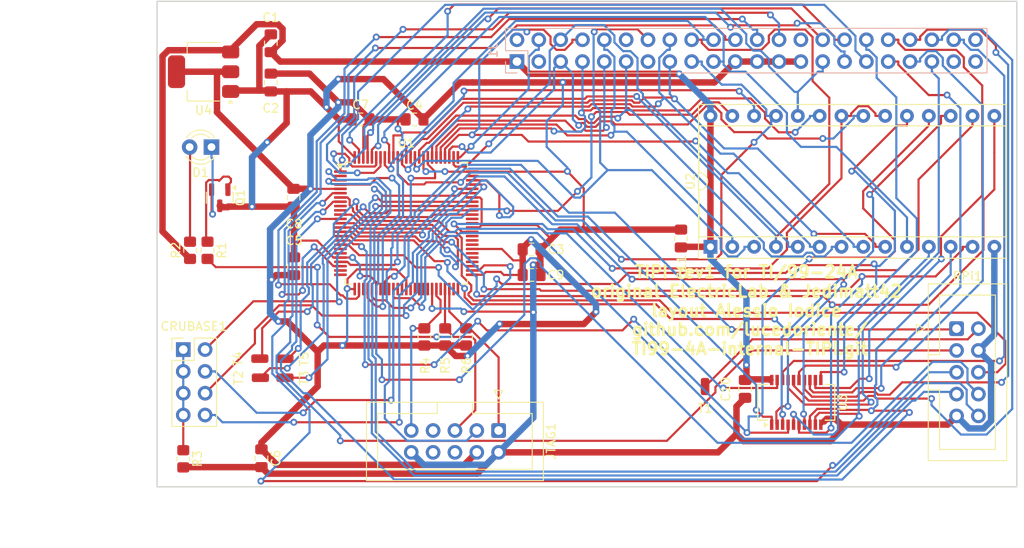
<source format=kicad_pcb>
(kicad_pcb (version 20240108) (generator "pcbnew") (generator_version "8.0")
  (title_block (title "TIPI") (date "2017-09-11") (rev "2"))
  (layers (0 "F.Cu" signal) (31 "B.Cu" signal) (34 "B.Paste" user) (35 "F.Paste" user) (36 "B.SilkS" user "B.Silkscreen") (37 "F.SilkS" user "F.Silkscreen") (38 "B.Mask" user) (39 "F.Mask" user) (44 "Edge.Cuts" user))
  (net 0 "")
  (net 1 "+3V3")
  (net 2 "GND")
  (net 3 "+5V")
  (net 4 "JTAG_TCK")
  (net 5 "JTAG_TDO")
  (net 6 "JTAG_TMS")
  (net 7 "JTAG_TDI")
  (net 8 "TI_EXTINT")
  (net 9 "TI_A5")
  (net 10 "TI_A10")
  (net 11 "TI_A4")
  (net 12 "TI_A11")
  (net 13 "TI_DBIN")
  (net 14 "TI_A3")
  (net 15 "TI_A12")
  (net 16 "TI_A8")
  (net 17 "TI_A13")
  (net 18 "TI_A14")
  (net 19 "TI_A7")
  (net 20 "TI_A9")
  (net 21 "TI_A15")
  (net 22 "TI_A2")
  (net 23 "TI_CRUCLK")
  (net 24 "TI_PH3")
  (net 25 "TI_WE")
  (net 26 "TI_A6")
  (net 27 "TI_A1")
  (net 28 "TI_A0")
  (net 29 "TI_MEMEN")
  (net 30 "TI_CRUIN")
  (net 31 "TI_D0")
  (net 32 "TI_D3")
  (net 33 "TI_D1")
  (net 34 "TI_D7")
  (net 35 "TI_D2")
  (net 36 "TI_D5")
  (net 37 "TI_D6")
  (net 38 "TI_D4")
  (net 39 "R_DIN")
  (net 40 "R_DOUT")
  (net 41 "R_CLK")
  (net 42 "R_RESET")
  (net 43 "R_LE")
  (net 44 "R_DC")
  (net 45 "R_RT")
  (net 46 "CRUB_0")
  (net 47 "CRUB_1")
  (net 48 "CRUB_2")
  (net 49 "CRUB_3")
  (net 50 "CRU0")
  (net 51 "DSR_EN")
  (net 52 "DSR_B0")
  (net 53 "DSR_B1")
  (net 54 "DB_DIR")
  (net 55 "TP_D6")
  (net 56 "DB_EN")
  (net 57 "TP_D4")
  (net 58 "TP_D7")
  (net 59 "TP_D2")
  (net 60 "TP_D5")
  (net 61 "TP_D3")
  (net 62 "TP_D1")
  (net 63 "TP_D0")
  (net 64 "Net-(CRUBASE1-P1)")
  (net 65 "Net-(D1-A)")
  (net 66 "Net-(D1-K)")
  (net 78 "Net-(Q1-B)")
  (net 79 "Net-(RPi1-P2)")
  (net 80 "Net-(U1-P68)")
  (net 81 "Net-(U1-P67)")
  (net 82 "Net-(U1-P66)")
  (net 83 "Net-(U1-P65)")
  (footprint "Capacitor_SMD:C_0805_2012Metric_Pad1.18x1.45mm_HandSolder" (layer "F.Cu") (at 51.4858 129.8956 90)
    (property "Reference" "C5")
    (property "Value" "0.1uf")
  )
  (footprint "Capacitor_SMD:C_0805_2012Metric_Pad1.18x1.45mm_HandSolder" (layer "F.Cu") (at 47.7012 152.2476 -90)
    (property "Reference" "C6")
    (property "Value" "0.1uf")
  )
  (footprint "Connector_IDC:IDC-Header_2x05_P2.54mm_Vertical" (layer "F.Cu") (at 75.2856 149.0218 -90)
    (property "Reference" "JTAG1")
    (property "Value" "AVR-JTAG-10")
  )
  (footprint "LED_THT:LED_D3.0mm" (layer "F.Cu") (at 41.8896 116.0272 180)
    (property "Reference" "D1")
    (property "Value" "LED_ALT")
  )
  (footprint "Connector_IDC:IDC-Header_2x05_P2.54mm_Vertical" (layer "F.Cu") (at 128.5494 137.16)
    (property "Reference" "RPi1")
    (property "Value" "RPI_CONN_02X05")
  )
  (footprint "Connector_PinHeader_2.54mm:PinHeader_2x04_P2.54mm_Vertical" (layer "F.Cu") (at 38.608 139.5984)
    (property "Reference" "CRUBASE1")
    (property "Value" "CONN_02X04")
  )
  (footprint "Package_TO_SOT_SMD:SOT-23" (layer "F.Cu") (at 42.8498 121.92 -90)
    (property "Reference" "Q1")
    (property "Value" "Q_NPN_BCE")
  )
  (footprint "Resistor_SMD:R_0805_2012Metric_Pad1.20x1.40mm_HandSolder" (layer "F.Cu") (at 41.4274 128.0429 -90)
    (property "Reference" "R1")
    (property "Value" "1k")
  )
  (footprint "Resistor_SMD:R_0805_2012Metric_Pad1.20x1.40mm_HandSolder" (layer "F.Cu") (at 39.3954 128.0429 90)
    (property "Reference" "R2")
    (property "Value" "330")
  )
  (footprint "Package_DIP:DIP-28_W15.24mm_Socket" (layer "F.Cu") (at 99.9236 127.635 90)
    (property "Reference" "U2")
    (property "Value" "27C256")
  )
  (footprint "Package_SO:SSOP-20_3.9x8.7mm_P0.635mm" (layer "F.Cu") (at 109.9058 145.7452 90)
    (property "Reference" "U3")
    (property "Value" "74HCT245")
  )
  (footprint "Capacitor_SMD:C_0805_2012Metric_Pad1.18x1.45mm_HandSolder" (layer "F.Cu") (at 51.435 121.92 -90)
    (property "Reference" "C8")
    (property "Value" "0.1uf")
  )
  (footprint "Resistor_SMD:R_0805_2012Metric_Pad1.20x1.40mm_HandSolder" (layer "F.Cu") (at 66.6496 138.1252 -90)
    (property "Reference" "R4")
    (property "Value" "10k")
  )
  (footprint "Resistor_SMD:R_0805_2012Metric_Pad1.20x1.40mm_HandSolder" (layer "F.Cu") (at 69.0759 138.1252 -90)
    (property "Reference" "R5")
    (property "Value" "10k")
  )
  (footprint "Resistor_SMD:R_0805_2012Metric_Pad1.20x1.40mm_HandSolder" (layer "F.Cu") (at 71.5022 138.1252 -90)
    (property "Reference" "R6")
    (property "Value" "10k")
  )
  (footprint "Capacitor_SMD:C_0805_2012Metric_Pad1.18x1.45mm_HandSolder" (layer "F.Cu") (at 48.7934 103.9368 90)
    (property "Reference" "C1")
    (property "Value" "10uf")
  )
  (footprint "Capacitor_SMD:C_0805_2012Metric_Pad1.18x1.45mm_HandSolder" (layer "F.Cu") (at 48.7934 108.5088 -90)
    (property "Reference" "C2")
    (property "Value" "22uf")
  )
  (footprint "Capacitor_SMD:C_0805_2012Metric_Pad1.18x1.45mm_HandSolder" (layer "F.Cu") (at 79.121 127.9398)
    (property "Reference" "C3")
    (property "Value" "0.1uf")
  )
  (footprint "Capacitor_SMD:C_0805_2012Metric_Pad1.18x1.45mm_HandSolder" (layer "F.Cu") (at 65.5066 112.8014)
    (property "Reference" "C4")
    (property "Value" "0.1uf")
  )
  (footprint "Capacitor_SMD:C_0805_2012Metric_Pad1.18x1.45mm_HandSolder" (layer "F.Cu") (at 59.2328 112.8014 180)
    (property "Reference" "C7")
    (property "Value" "0.1uf")
  )
  (footprint "Capacitor_SMD:C_0805_2012Metric_Pad1.18x1.45mm_HandSolder" (layer "F.Cu") (at 79.121 130.9116)
    (property "Reference" "C9")
    (property "Value" "0.1uf")
  )
  (footprint "Capacitor_SMD:C_0805_2012Metric_Pad1.18x1.45mm_HandSolder" (layer "F.Cu") (at 103.9495 144.1831 90)
    (property "Reference" "C10")
    (property "Value" "0.1uf")
  )
  (footprint "Capacitor_SMD:C_0805_2012Metric_Pad1.18x1.45mm_HandSolder" (layer "F.Cu") (at 96.4946 126.6698 -90)
    (property "Reference" "C11")
    (property "Value" "0.1uf")
  )
  (footprint "Package_QFP:TQFP-100_14x14mm_P0.5mm" (layer "F.Cu") (at 64.5497 124.889)
    (property "Reference" "U1")
    (property "Value" "XC95144XL-TQ100")
  )
  (footprint "Connector_Wire:SolderWirePad_1x01_SMD_1x2mm" (layer "F.Cu") (at 99.3013 143.9037 180)
    (property "Reference" "T1")
    (property "Value" "TEST_1P")
  )
  (footprint "Connector_Wire:SolderWirePad_1x01_SMD_1x2mm" (layer "F.Cu") (at 47.5767 142.8773 90)
    (property "Reference" "T2")
    (property "Value" "TEST_1P")
  )
  (footprint "Connector_Wire:SolderWirePad_1x01_SMD_1x2mm" (layer "F.Cu") (at 50.4342 142.8773 90)
    (property "Reference" "T3")
    (property "Value" "TEST_1P")
  )
  (footprint "Connector_Wire:SolderWirePad_1x01_SMD_1x2mm" (layer "F.Cu") (at 47.5132 140.6548 90)
    (property "Reference" "T4")
    (property "Value" "TEST_1P")
  )
  (footprint "Connector_Wire:SolderWirePad_1x01_SMD_1x2mm" (layer "F.Cu") (at 50.4342 140.6675 90)
    (property "Reference" "T5")
    (property "Value" "TEST_1P")
  )
  (footprint "Resistor_SMD:R_0805_2012Metric_Pad1.20x1.40mm_HandSolder" (layer "F.Cu") (at 38.608 152.3149 -90)
    (property "Reference" "R3")
    (property "Value" "1k")
  )
  (footprint "Package_TO_SOT_SMD:SOT-223" (layer "F.Cu") (at 40.9702 107.2521 180)
    (property "Reference" "U4")
    (property "Value" "LM1117-3.3")
  )
  (footprint "Connector_PinSocket_2.54mm:PinSocket_2x22_P2.54mm_Vertical" (layer "B.Cu") (at 77.4192 106.0704 -90)
    (property "Reference" "J1")
    (property "Value" "TI32kSideport")
  )
  (gr_line (start 135.56 99.06) (end 135.56 155.575) (stroke (width 0.15)) (layer "Edge.Cuts"))
  (gr_line (start 35.56 155.575) (end 35.56 99.06) (stroke (width 0.15)) (layer "Edge.Cuts"))
  (gr_line (start 135.56 155.575) (end 35.56 155.575) (stroke (width 0.15)) (layer "Edge.Cuts"))
  (gr_line (start 35.56 99.06) (end 135.5598 99.06) (stroke (width 0.15)) (layer "Edge.Cuts"))
  (gr_text "github.com/lucedoriente/\nTI99-4A-internal-TIPI.git" (at 104.4956 138.3792 0) (layer "F.SilkS") (effects (font (size 1.4 1.4) (thickness 0.3))))
  (gr_text "TIPI rev1 for TI/99-24A\noriginal ElectricLab & Jedimatt42\nlayout Alessio Iodice" (at 104.1146 132.8166 0) (layer "F.SilkS") (effects (font (size 1.4 1.4) (thickness 0.3))))
  (segment (start 48.7934 107.4713) (end 48.7934 107.471) (width 0.25) (layer "F.Cu") (net 1))
  (segment (start 64.5497 117.2265) (end 64.5497 115.9593) (width 0.25) (layer "F.Cu") (net 1))
  (segment (start 42.5317 107.252) (end 42.5317 111.979) (width 0.75) (layer "F.Cu") (net 1))
  (segment (start 64.5497 115.9593) (end 64.0842 115.4938) (width 0.25) (layer "F.Cu") (net 1))
  (segment (start 53.4088 120.889) (end 53.4018 120.882) (width 0.25) (layer "F.Cu") (net 1))
  (segment (start 63.373 130.264) (end 58.817464 130.264) (width 0.25) (layer "F.Cu") (net 1))
  (segment (start 51.4858 130.9331) (end 51.4858 130.933) (width 0.25) (layer "F.Cu") (net 1))
  (segment (start 76.9899 129.216) (end 78.0835 129.216) (width 0.25) (layer "F.Cu") (net 1))
  (segment (start 69.0759 139.125) (end 70.2938 140.343) (width 0.75) (layer "F.Cu") (net 1))
  (segment (start 78.0835 127.778) (end 78.0835 127.9398) (width 0.75) (layer "F.Cu") (net 1))
  (segment (start 49.5075 153.016) (end 71.291 153.016) (width 0.75) (layer "F.Cu") (net 1))
  (segment (start 71.5022 139.1252) (end 71.5022 139.125) (width 0.25) (layer "F.Cu") (net 1))
  (segment (start 79.0658 126.795) (end 78.0835 127.778) (width 0.75) (layer "F.Cu") (net 1))
  (segment (start 42.5317 111.979) (end 51.435 120.882) (width 0.75) (layer "F.Cu") (net 1))
  (segment (start 66.6496 139.125) (end 57.1231 139.125) (width 0.75) (layer "F.Cu") (net 1))
  (segment (start 86.6144 135.21) (end 85.19565 136.62875) (width 0.75) (layer "F.Cu") (net 1))
  (segment (start 54.2398 139.85) (end 50.7072 136.318) (width 0.75) (layer "F.Cu") (net 1))
  (segment (start 54.2398 143.885) (end 47.7012 150.424) (width 0.75) (layer "F.Cu") (net 1))
  (segment (start 69.0759 139.125) (end 66.6496 139.125) (width 0.75) (layer "F.Cu") (net 1))
  (segment (start 44.1202 107.2521) (end 44.1202 107.252) (width 0.25) (layer "F.Cu") (net 1))
  (segment (start 57.7087 132.5515) (end 57.669 132.5118) (width 0.25) (layer "F.Cu") (net 1))
  (segment (start 71.291 153.016) (end 72.7456 151.562) (width 0.75) (layer "F.Cu") (net 1))
  (segment (start 53.2872 107.471) (end 48.7934 107.471) (width 0.75) (layer "F.Cu") (net 1))
  (segment (start 59.5497 117.226) (end 59.5497 113.522) (width 0.25) (layer "F.Cu") (net 1))
  (segment (start 69.0759 139.125) (end 71.5022 139.125) (width 0.75) (layer "F.Cu") (net 1))
  (segment (start 59.5497 117.2265) (end 59.5497 117.226) (width 0.25) (layer "F.Cu") (net 1))
  (segment (start 85.19565 136.62875) (end 75.414752 136.62875) (width 0.75) (layer "F.Cu") (net 1))
  (segment (start 56.8872 120.889) (end 53.4088 120.889) (width 0.25) (layer "F.Cu") (net 1))
  (segment (start 75.414752 136.62875) (end 75.402051 136.616049) (width 0.75) (layer "F.Cu") (net 1))
  (segment (start 57.1231 139.125) (end 54.9649 139.125) (width 0.75) (layer "F.Cu") (net 1))
  (segment (start 59.5497 113.522) (end 60.2703 112.801) (width 0.25) (layer "F.Cu") (net 1))
  (segment (start 63.5762 113.8936) (end 63.5762 112.801) (width 0.25) (layer "F.Cu") (net 1))
  (segment (start 49.4026 130.933) (end 51.4858 130.933) (width 0.75) (layer "F.Cu") (net 1))
  (segment (start 47.7012 151.2101) (end 47.7012 151.21) (width 0.25) (layer "F.Cu") (net 1))
  (segment (start 72.2122 127.889) (end 75.6631 127.889) (width 0.25) (layer "F.Cu") (net 1))
  (segment (start 37.8202 107.252) (end 42.5317 107.252) (width 0.75) (layer "F.Cu") (net 1))
  (segment (start 69.0759 139.1252) (end 69.0759 139.125) (width 0.25) (layer "F.Cu") (net 1))
  (segment (start 63.5762 112.801) (end 60.2703 112.801) (width 0.75) (layer "F.Cu") (net 1))
  (segment (start 58.817464 130.264) (end 57.7088 131.372664) (width 0.25) (layer "F.Cu") (net 1))
  (segment (start 56.6321 110.816) (end 53.2872 107.471) (width 0.75) (layer "F.Cu") (net 1))
  (segment (start 64.4691 112.8014) (end 64.4691 112.801) (width 0.25) (layer "F.Cu") (net 1))
  (segment (start 78.0835 130.9116) (end 78.0835 130.912) (width 0.75) (layer "F.Cu") (net 1))
  (segment (start 60.2703 112.8014) (end 60.2703 112.801) (width 0.25) (layer "F.Cu") (net 1))
  (segment (start 57.7088 131.372664) (end 57.7088 132.472) (width 0.25) (layer "F.Cu") (net 1))
  (segment (start 58.2851 110.816) (end 56.6321 110.816) (width 0.75) (layer "F.Cu") (net 1))
  (segment (start 57.7088 132.472) (end 57.669 132.5118) (width 0.25) (layer "F.Cu") (net 1))
  (segment (start 78.0835 127.9398) (end 78.0835 129.216) (width 0.75) (layer "F.Cu") (net 1))
  (segment (start 64.5497 131.44) (end 63.373 130.264) (width 0.25) (layer "F.Cu") (net 1))
  (segment (start 54.9649 139.125) (end 54.2398 139.85) (width 0.75) (layer "F.Cu") (net 1))
  (segment (start 64.5497 132.5515) (end 64.5497 132.552) (width 0.25) (layer "F.Cu") (net 1))
  (segment (start 47.7012 150.424) (end 47.7012 151.21) (width 0.75) (layer "F.Cu") (net 1))
  (segment (start 75.6631 127.889) (end 76.9899 129.216) (width 0.25) (layer "F.Cu") (net 1))
  (segment (start 72.7456 151.5618) (end 72.7456 151.562) (width 0.25) (layer "F.Cu") (net 1))
  (segment (start 70.2938 140.343) (end 71.6751 140.343) (width 0.75) (layer "F.Cu") (net 1))
  (segment (start 75.5396 130.556) (end 75.8952 130.912) (width 0.25) (layer "F.Cu") (net 1))
  (segment (start 51.435 120.882) (end 53.4018 120.882) (width 0.75) (layer "F.Cu") (net 1))
  (segment (start 72.2122 130.889) (end 73.4794 130.889) (width 0.25) (layer "F.Cu") (net 1))
  (segment (start 47.7012 151.21) (end 49.5075 153.016) (width 0.75) (layer "F.Cu") (net 1))
  (segment (start 50.7072 136.318) (end 49.6535 136.318) (width 0.75) (layer "F.Cu") (net 1))
  (segment (start 42.5317 107.252) (end 44.1202 107.252) (width 0.75) (layer "F.Cu") (net 1))
  (segment (start 75.8952 130.912) (end 78.0835 130.912) (width 0.25) (layer "F.Cu") (net 1))
  (segment (start 58.5497 132.5515) (end 57.7087 132.5515) (width 0.25) (layer "F.Cu") (net 1))
  (segment (start 73.4794 130.889) (end 73.8124 130.556) (width 0.25) (layer "F.Cu") (net 1))
  (segment (start 66.6496 139.1252) (end 66.6496 139.125) (width 0.25) (layer "F.Cu") (net 1))
  (segment (start 51.435 120.8825) (end 51.435 120.882) (width 0.25) (layer "F.Cu") (net 1))
  (segment (start 54.2398 139.85) (end 54.2398 143.885) (width 0.75) (layer "F.Cu") (net 1))
  (segment (start 78.0835 129.216) (end 78.0835 130.9116) (width 0.75) (layer "F.Cu") (net 1))
  (segment (start 37.8202 107.2521) (end 37.8202 107.252) (width 0.25) (layer "F.Cu") (net 1))
  (segment (start 48.8748 131.461) (end 49.4026 130.933) (width 0.75) (layer "F.Cu") (net 1))
  (segment (start 73.8124 130.556) (end 75.5396 130.556) (width 0.25) (layer "F.Cu") (net 1))
  (segment (start 60.2703 112.801) (end 58.2851 110.816) (width 0.75) (layer "F.Cu") (net 1))
  (segment (start 64.4691 112.801) (end 63.5762 112.801) (width 0.75) (layer "F.Cu") (net 1))
  (segment (start 64.5497 132.5515) (end 64.5497 131.44) (width 0.25) (layer "F.Cu") (net 1))
  (via (at 64.0842 115.4938) (size 0.8) (drill 0.4) (layers "F.Cu" "B.Cu") (net 1))
  (via (at 57.669 132.5118) (size 0.8) (drill 0.4) (layers "F.Cu" "B.Cu") (net 1))
  (via (at 71.6751 140.343) (size 0.8) (drill 0.4) (layers "F.Cu" "B.Cu") (net 1))
  (via (at 75.402051 136.616049) (size 0.8) (drill 0.4) (layers "F.Cu" "B.Cu") (net 1))
  (via (at 63.5762 113.8936) (size 0.8) (drill 0.4) (layers "F.Cu" "B.Cu") (net 1))
  (via (at 49.6535 136.318) (size 0.8) (drill 0.4) (layers "F.Cu" "B.Cu") (net 1))
  (via (at 57.1231 139.125) (size 0.8) (drill 0.4) (layers "F.Cu" "B.Cu") (net 1))
  (via (at 56.6321 110.816) (size 0.8) (drill 0.4) (layers "F.Cu" "B.Cu") (net 1))
  (via (at 53.4018 120.882) (size 0.8) (drill 0.4) (layers "F.Cu" "B.Cu") (net 1))
  (via (at 86.6144 135.21) (size 0.8) (drill 0.4) (layers "F.Cu" "B.Cu") (net 1))
  (via (at 79.0658 126.795) (size 0.8) (drill 0.4) (layers "F.Cu" "B.Cu") (net 1))
  (via (at 48.8748 131.461) (size 0.8) (drill 0.4) (layers "F.Cu" "B.Cu") (net 1))
  (segment (start 48.8748 131.461) (end 48.7023 131.633) (width 0.75) (layer "B.Cu") (net 1))
  (segment (start 56.6321 110.816) (end 56.6321 111.395) (width 0.75) (layer "B.Cu") (net 1))
  (segment (start 53.4018 120.882) (end 48.706 125.578) (width 0.75) (layer "B.Cu") (net 1))
  (segment (start 71.6751 140.343) (end 75.402051 136.616049) (width 0.75) (layer "B.Cu") (net 1))
  (segment (start 48.706 131.292) (end 48.8748 131.461) (width 0.75) (layer "B.Cu") (net 1))
  (segment (start 86.6144 135.21) (end 86.6144 134.344) (width 0.75) (layer "B.Cu") (net 1))
  (segment (start 57.669 138.579) (end 57.669 132.5118) (width 0.25) (layer "B.Cu") (net 1))
  (segment (start 57.1231 139.125) (end 57.669 138.579) (width 0.25) (layer "B.Cu") (net 1))
  (segment (start 53.4018 114.626) (end 53.4018 120.882) (width 0.75) (layer "B.Cu") (net 1))
  (segment (start 64.0842 115.4938) (end 64.0842 114.4016) (width 0.25) (layer "B.Cu") (net 1))
  (segment (start 48.706 125.578) (end 48.706 131.292) (width 0.75) (layer "B.Cu") (net 1))
  (segment (start 56.6321 111.395) (end 53.4018 114.626) (width 0.75) (layer "B.Cu") (net 1))
  (segment (start 48.7023 131.633) (end 48.7023 135.366) (width 0.75) (layer "B.Cu") (net 1))
  (segment (start 48.7023 135.366) (end 49.6535 136.318) (width 0.75) (layer "B.Cu") (net 1))
  (segment (start 86.6144 134.344) (end 79.0658 126.795) (width 0.75) (layer "B.Cu") (net 1))
  (segment (start 64.0842 114.4016) (end 63.5762 113.8936) (width 0.25) (layer "B.Cu") (net 1))
  (segment (start 73.0977 121.889) (end 73.3117 122.103) (width 0.25) (layer "F.Cu") (net 2))
  (segment (start 102.8192 106.07) (end 102.819 106.07) (width 0.75) (layer "F.Cu") (net 2))
  (segment (start 67.5497 134.8121) (end 67.5386 134.8232) (width 0.25) (layer "F.Cu") (net 2))
  (segment (start 113.868 150.254) (end 115.129 148.992) (width 0.75) (layer "F.Cu") (net 2))
  (segment (start 50.629 113.226) (end 50.629 109.553) (width 0.75) (layer "F.Cu") (net 2))
  (segment (start 48.7933 102.899) (end 48.7934 102.899) (width 0.75) (layer "F.Cu") (net 2))
  (segment (start 80.1585 130.912) (end 80.1583 130.912) (width 0.25) (layer "F.Cu") (net 2))
  (segment (start 107.8992 106.07) (end 107.899 106.07) (width 0.75) (layer "F.Cu") (net 2))
  (segment (start 110.439 106.07) (end 107.8992 106.07) (width 0.75) (layer "F.Cu") (net 2))
  (segment (start 42.8498 122.8575) (end 42.8498 122.858) (width 0.25) (layer "F.Cu") (net 2))
  (segment (start 55.0574 127.872) (end 55.0574 127.799) (width 0.25) (layer "F.Cu") (net 2))
  (segment (start 80.1583 130.912) (end 80.1585 130.912) (width 0.75) (layer "F.Cu") (net 2))
  (segment (start 128.549 147.32) (end 127.54 148.33) (width 0.75) (layer "F.Cu") (net 2))
  (segment (start 47.4583 109.444) (end 47.4583 104.234) (width 0.75) (layer "F.Cu") (net 2))
  (segment (start 48.7935 109.5462) (end 48.7935 109.5461) (width 0.25) (layer "F.Cu") (net 2))
  (segment (start 43.1201 122.958) (end 43.1865 123.024) (width 0.75) (layer "F.Cu") (net 2))
  (segment (start 48.387 115.468) (end 50.629 113.226) (width 0.75) (layer "F.Cu") (net 2))
  (segment (start 47.4583 109.444) (end 48.6909 109.444) (width 0.75) (layer "F.Cu") (net 2))
  (segment (start 56.8966 128.88) (end 56.8872 128.889) (width 0.25) (layer "F.Cu") (net 2))
  (segment (start 71.247 135.1788) (end 79.248 135.1788) (width 0.25) (layer "F.Cu") (net 2))
  (segment (start 54.1705 126.912) (end 52.1949 126.912) (width 0.25) (layer "F.Cu") (net 2))
  (segment (start 85.1854 120.832) (end 85.1854 125.18) (width 0.25) (layer "F.Cu") (net 2))
  (segment (start 103.9495 145.2206) (end 103.9496 145.2206) (width 0.25) (layer "F.Cu") (net 2))
  (segment (start 53.4282 109.546) (end 55.2642 111.382) (width 0.75) (layer "F.Cu") (net 2))
  (segment (start 114.458 147.658) (end 113.45 147.658) (width 0.75) (layer "F.Cu") (net 2))
  (segment (start 73.7157 108.499) (end 72.2836 108.499) (width 0.25) (layer "F.Cu") (net 2))
  (segment (start 38.6155 153.3075) (end 38.608 153.3149) (width 0.75) (layer "F.Cu") (net 2))
  (segment (start 50.629 109.553) (end 50.629 109.546) (width 0.25) (layer "F.Cu") (net 2))
  (segment (start 105.3592 106.0704) (end 105.3592 106.07) (width 0.25) (layer "F.Cu") (net 2))
  (segment (start 73.3117 125.109) (end 79.768 125.109) (width 0.25) (layer "F.Cu") (net 2))
  (segment (start 69.0372 118.872) (end 69.0542 118.889) (width 0.25) (layer "F.Cu") (net 2))
  (segment (start 73.7157 108.499) (end 72.2836 108.499) (width 0.75) (layer "F.Cu") (net 2))
  (segment (start 44.1202 109.5521) (end 44.1202 109.552) (width 0.25) (layer "F.Cu") (net 2))
  (segment (start 80.1435 129.735) (end 80.1435 130.897) (width 0.75) (layer "F.Cu") (net 2))
  (segment (start 82.7376 108.499) (end 73.7157 108.499) (width 0.75) (layer "F.Cu") (net 2))
  (segment (start 51.4604 122.983) (end 51.435 122.9576) (width 0.25) (layer "F.Cu") (net 2))
  (segment (start 83.2866 118.8466) (end 85.1854 120.832) (width 0.25) (layer "F.Cu") (net 2))
  (segment (start 80.1435 130.897) (end 80.1583 130.912) (width 0.75) (layer "F.Cu") (net 2))
  (segment (start 105.3592 106.07) (end 102.8192 106.07) (width 0.75) (layer "F.Cu") (net 2))
  (segment (start 44.2285 109.444) (end 44.1202 109.552) (width 0.75) (layer "F.Cu") (net 2))
  (segment (start 56.6837 112.801) (end 55.2642 111.382) (width 0.75) (layer "F.Cu") (net 2))
  (segment (start 44.0618 122.959) (end 44.0633 122.958) (width 0.75) (layer "F.Cu") (net 2))
  (segment (start 61.8842 108.112) (end 56.6321 108.112) (width 0.75) (layer "F.Cu") (net 2))
  (segment (start 73.3117 122.103) (end 73.3117 125.109) (width 0.25) (layer "F.Cu") (net 2))
  (segment (start 112.7633 148.3452) (end 112.7632 148.3452) (width 0.25) (layer "F.Cu") (net 2))
  (segment (start 51.435 122.958) (end 46.609 122.958) (width 0.75) (layer "F.Cu") (net 2))
  (segment (start 82.466 125.632) (end 81.3788 126.719) (width 0.75) (layer "F.Cu") (net 2))
  (segment (start 75.2858 151.562) (end 75.2856 151.562) (width 0.25) (layer "F.Cu") (net 2))
  (segment (start 110.4392 106.0704) (end 110.439 106.0702) (width 0.25) (layer "F.Cu") (net 2))
  (segment (start 102.953 146.218) (end 102.953 149.429) (width 0.75) (layer "F.Cu") (net 2))
  (segment (start 100.819 151.562) (end 75.2858 151.562) (width 0.75) (layer "F.Cu") (net 2))
  (segment (start 48.7934 109.546) (end 48.7935 109.5461) (width 0.75) (layer "F.Cu") (net 2))
  (segment (start 107.8992 106.07) (end 107.899 106.07) (width 0.25) (layer "F.Cu") (net 2))
  (segment (start 96.4946 125.6323) (end 96.4946 125.632) (width 0.25) (layer "F.Cu") (net 2))
  (segment (start 96.4946 125.632) (end 84.7335 125.632) (width 0.75) (layer "F.Cu") (net 2))
  (segment (start 51.4858 128.858) (end 51.4858 127.621) (width 0.75) (layer "F.Cu") (net 2))
  (segment (start 38.6229 153.3) (end 38.6155 153.3075) (width 0.25) (layer "F.Cu") (net 2))
  (segment (start 47.4583 104.234) (end 48.7933 102.899) (width 0.75) (layer "F.Cu") (net 2))
  (segment (start 82.7532 108.4834) (end 82.7376 108.499) (width 0.75) (layer "F.Cu") (net 2))
  (segment (start 48.7934 109.5463) (end 48.7935 109.5462) (width 0.25) (layer "F.Cu") (net 2))
  (segment (start 61.0497 132.5515) (end 61.0497 131.746) (width 0.25) (layer "F.Cu") (net 2))
  (segment (start 102.953 149.429) (end 100.819 151.562) (width 0.75) (layer "F.Cu") (net 2))
  (segment (start 48.7934 102.8993) (end 48.7934 102.899) (width 0.25) (layer "F.Cu") (net 2))
  (segment (start 66.5441 112.772) (end 61.8842 108.112) (width 0.75) (layer "F.Cu") (net 2))
  (segment (start 80.1585 130.9116) (end 80.1585 130.912) (width 0.25) (layer "F.Cu") (net 2))
  (segment (start 47.4583 109.444) (end 44.2285 109.444) (width 0.75) (layer "F.Cu") (net 2))
  (segment (start 48.4642 154.048) (end 47.7012 153.285) (width 0.75) (layer "F.Cu") (net 2))
  (segment (start 38.608 153.3149) (end 38.608 153.315) (width 0.75) (layer "F.Cu") (net 2))
  (segment (start 52.1949 126.912) (end 51.4858 127.621) (width 0.25) (layer "F.Cu") (net 2))
  (segment (start 102.819 106.07) (end 100.39 108.499) (width 0.75) (layer "F.Cu") (net 2))
  (segment (start 75.2856 151.562) (end 72.7993 154.048) (width 0.75) (layer "F.Cu") (net 2))
  (segment (start 67.5497 132.5515) (end 67.5497 134.8121) (width 0.25) (layer "F.Cu") (net 2))
  (segment (start 73.3117 125.109) (end 73.0313 125.389) (width 0.25) (layer "F.Cu") (net 2))
  (segment (start 56.6928 112.81) (end 56.6837 112.801) (width 0.25) (layer "F.Cu") (net 2))
  (segment (start 72.2122 121.889) (end 73.0977 121.889) (width 0.25) (layer "F.Cu") (net 2))
  (segment (start 38.608 153.3149) (end 38.608 153.315) (width 0.25) (layer "F.Cu") (net 2))
  (segment (start 42.9498 122.958) (end 43.1201 122.958) (width 0.75) (layer "F.Cu") (net 2))
  (segment (start 48.3616 115.468) (end 48.387 115.468) (width 0.75) (layer "F.Cu") (net 2))
  (segment (start 48.6909 109.444) (end 48.7934 109.546) (width 0.75) (layer "F.Cu") (net 2))
  (segment (start 51.435 122.9576) (end 51.435 122.9575) (width 0.25) (layer "F.Cu") (net 2))
  (segment (start 102.8192 106.0704) (end 102.8192 106.07) (width 0.25) (layer "F.Cu") (net 2))
  (segment (start 115.129 148.33) (end 114.458 147.658) (width 0.75) (layer "F.Cu") (net 2))
  (segment (start 79.248 135.1788) (end 79.3242 135.255) (width 0.25) (layer "F.Cu") (net 2))
  (segment (start 56.8872 128.889) (end 56.0743 128.889) (width 0.25) (layer "F.Cu") (net 2))
  (segment (start 58.1953 112.8014) (end 58.1953 112.801) (width 0.25) (layer "F.Cu") (net 2))
  (segment (start 58.1953 112.801) (end 56.6837 112.801) (width 0.75) (layer "F.Cu") (net 2))
  (segment (start 73.0313 125.389) (end 72.2122 125.389) (width 0.25) (layer "F.Cu") (net 2))
  (segment (start 61.0497 131.746) (end 60.3427 131.039) (width 0.25) (layer "F.Cu") (net 2))
  (segment (start 110.439 106.07) (end 107.8992 106.07) (width 0.25) (layer "F.Cu") (net 2))
  (segment (start 55.0574 127.799) (end 54.1705 126.912) (width 0.25) (layer "F.Cu") (net 2))
  (segment (start 58.5497 117.226) (end 56.6928 115.37) (width 0.25) (layer "F.Cu") (net 2))
  (segment (start 72.2836 108.499) (end 70.8169 108.499) (width 0.75) (layer "F.Cu") (net 2))
  (segment (start 51.4604 122.983) (end 51.435 122.958) (width 0.75) (layer "F.Cu") (net 2))
  (segment (start 48.7934 109.546) (end 50.629 109.546) (width 0.75) (layer "F.Cu") (net 2))
  (segment (start 48.7934 102.899) (end 48.7933 102.899) (width 0.25) (layer "F.Cu") (net 2))
  (segment (start 103.778 150.254) (end 113.868 150.254) (width 0.75) (layer "F.Cu") (net 2))
  (segment (start 47.7012 153.2851) (end 47.7012 153.285) (width 0.25) (layer "F.Cu") (net 2))
  (segment (start 69.0542 118.889) (end 72.2122 118.889) (width 0.25) (layer "F.Cu") (net 2))
  (segment (start 66.5441 112.8014) (end 66.5441 112.801) (width 0.25) (layer "F.Cu") (net 2))
  (segment (start 43.1865 123.024) (end 43.7677 123.024) (width 0.75) (layer "F.Cu") (net 2))
  (segment (start 127.54 148.33) (end 115.129 148.33) (width 0.75) (layer "F.Cu") (net 2))
  (segment (start 56.6928 115.37) (end 56.6928 112.81) (width 0.25) (layer "F.Cu") (net 2))
  (segment (start 84.7335 125.632) (end 82.466 125.632) (width 0.75) (layer "F.Cu") (net 2))
  (segment (start 80.1585 127.94) (end 80.1435 127.955) (width 0.75) (layer "F.Cu") (net 2))
  (segment (start 75.2858 151.562) (end 75.2856 151.562) (width 0.75) (layer "F.Cu") (net 2))
  (segment (start 82.7688 108.499) (end 82.7532 108.4834) (width 0.75) (layer "F.Cu") (net 2))
  (segment (start 70.8169 108.499) (end 66.5441 112.772) (width 0.75) (layer "F.Cu") (net 2))
  (segment (start 72.2122 118.889) (end 83.2422 118.889) (width 0.25) (layer "F.Cu") (net 2))
  (segment (start 38.6229 153.3) (end 38.6155 153.3075) (width 0.75) (layer "F.Cu") (net 2))
  (segment (start 79.768 125.109) (end 81.3788 126.719) (width 0.25) (layer "F.Cu") (net 2))
  (segment (start 80.1435 127.955) (end 80.1435 129.735) (width 0.75) (layer "F.Cu") (net 2))
  (segment (start 66.5497 117.226) (end 66.5497 117.2265) (width 0.25) (layer "F.Cu") (net 2))
  (segment (start 66.5497 118.594) (end 66.8274 118.872) (width 0.25) (layer "F.Cu") (net 2))
  (segment (start 51.4858 128.858) (end 51.4858 128.8581) (width 0.25) (layer "F.Cu") (net 2))
  (segment (start 61.0497 132.552) (end 61.0497 132.5515) (width 0.25) (layer "F.Cu") (net 2))
  (segment (start 51.4858 127.621) (end 51.4858 123.008) (width 0.75) (layer "F.Cu") (net 2))
  (segment (start 100.39 108.499) (end 82.7688 108.499) (width 0.75) (layer "F.Cu") (net 2))
  (segment (start 81.3788 126.719) (end 80.1585 127.94) (width 0.75) (layer "F.Cu") (net 2))
  (segment (start 115.129 148.992) (end 115.129 148.33) (width 0.75) (layer "F.Cu") (net 2))
  (segment (start 85.1854 125.18) (end 84.7335 125.632) (width 0.25) (layer "F.Cu") (net 2))
  (segment (start 47.7012 153.285) (end 38.6378 153.285) (width 0.75) (layer "F.Cu") (net 2))
  (segment (start 112.7632 148.3452) (end 112.763 148.345) (width 0.25) (layer "F.Cu") (net 2))
  (segment (start 50.629 109.546) (end 53.4282 109.546) (width 0.75) (layer "F.Cu") (net 2))
  (segment (start 80.1585 127.9398) (end 80.1585 127.94) (width 0.25) (layer "F.Cu") (net 2))
  (segment (start 128.5494 147.32) (end 128.549 147.32) (width 0.25) (layer "F.Cu") (net 2))
  (segment (start 107.8992 106.0704) (end 107.8992 106.07) (width 0.25) (layer "F.Cu") (net 2))
  (segment (start 58.293 128.88) (end 56.8966 128.88) (width 0.25) (layer "F.Cu") (net 2))
  (segment (start 83.2422 118.889) (end 83.2866 118.8466) (width 0.25) (layer "F.Cu") (net 2))
  (segment (start 56.0743 128.889) (end 55.0574 127.872) (width 0.25) (layer "F.Cu") (net 2))
  (segment (start 44.0633 122.958) (end 46.609 122.958) (width 0.75) (layer "F.Cu") (net 2))
  (segment (start 113.144 147.965) (end 112.763 148.345) (width 0.3998) (layer "F.Cu") (net 2))
  (segment (start 110.439 106.0702) (end 110.439 106.07) (width 0.25) (layer "F.Cu") (net 2))
  (segment (start 102.953 149.429) (end 103.778 150.254) (width 0.75) (layer "F.Cu") (net 2))
  (segment (start 72.7993 154.048) (end 48.4642 154.048) (width 0.75) (layer "F.Cu") (net 2))
  (segment (start 43.7677 123.024) (end 43.8326 122.959) (width 0.75) (layer "F.Cu") (net 2))
  (segment (start 60.3427 131.039) (end 59.1566 131.039) (width 0.25) (layer "F.Cu") (net 2))
  (segment (start 66.5497 117.2265) (end 66.5497 118.594) (width 0.25) (layer "F.Cu") (net 2))
  (segment (start 103.9496 145.2206) (end 103.95 145.221) (width 0.25) (layer "F.Cu") (net 2))
  (segment (start 58.5497 117.2265) (end 58.5497 117.226) (width 0.25) (layer "F.Cu") (net 2))
  (segment (start 107.899 106.07) (end 105.3592 106.07) (width 0.75) (layer "F.Cu") (net 2))
  (segment (start 66.5441 112.772) (end 66.5441 112.801) (width 0.75) (layer "F.Cu") (net 2))
  (segment (start 42.8498 122.858) (end 42.9498 122.958) (width 0.75) (layer "F.Cu") (net 2))
  (segment (start 75.2856 151.5618) (end 75.2856 151.562) (width 0.25) (layer "F.Cu") (net 2))
  (segment (start 51.4858 123.008) (end 51.4604 122.983) (width 0.75) (layer "F.Cu") (net 2))
  (segment (start 43.8326 122.959) (end 44.0618 122.959) (width 0.75) (layer "F.Cu") (net 2))
  (segment (start 103.95 145.221) (end 102.953 146.218) (width 0.75) (layer "F.Cu") (net 2))
  (segment (start 113.45 147.658) (end 113.144 147.965) (width 0.75) (layer "F.Cu") (net 2))
  (segment (start 38.6155 153.3075) (end 38.608 153.3149) (width 0.25) (layer "F.Cu") (net 2))
  (segment (start 48.7935 109.5461) (end 48.7976 109.55) (width 0.75) (layer "F.Cu") (net 2))
  (segment (start 80.1435 129.735) (end 79.3097 129.735) (width 0.75) (layer "F.Cu") (net 2))
  (segment (start 38.6378 153.285) (end 38.6229 153.3) (width 0.75) (layer "F.Cu") (net 2))
  (via (at 55.2642 111.382) (size 0.8) (drill 0.4) (layers "F.Cu" "B.Cu") (net 2))
  (via (at 67.5386 134.8232) (size 0.8) (drill 0.4) (layers "F.Cu" "B.Cu") (net 2))
  (via (at 79.3097 129.735) (size 0.8) (drill 0.4) (layers "F.Cu" "B.Cu") (net 2))
  (via (at 48.3616 115.468) (size 0.8) (drill 0.4) (layers "F.Cu" "B.Cu") (net 2))
  (via (at 58.293 128.88) (size 0.8) (drill 0.4) (layers "F.Cu" "B.Cu") (net 2))
  (via (at 83.2866 118.8466) (size 0.8) (drill 0.4) (layers "F.Cu" "B.Cu") (net 2))
  (via (at 66.8274 118.872) (size 0.8) (drill 0.4) (layers "F.Cu" "B.Cu") (net 2))
  (via (at 56.6321 108.112) (size 0.8) (drill 0.4) (layers "F.Cu" "B.Cu") (net 2))
  (via (at 69.0372 118.872) (size 0.8) (drill 0.4) (layers "F.Cu" "B.Cu") (net 2))
  (via (at 71.247 135.1788) (size 0.8) (drill 0.4) (layers "F.Cu" "B.Cu") (net 2))
  (via (at 59.1566 131.039) (size 0.8) (drill 0.4) (layers "F.Cu" "B.Cu") (net 2))
  (via (at 46.609 122.958) (size 0.8) (drill 0.4) (layers "F.Cu" "B.Cu") (net 2))
  (via (at 79.3242 135.255) (size 0.8) (drill 0.4) (layers "F.Cu" "B.Cu") (net 2))
  (via (at 82.7532 108.4834) (size 0.8) (drill 0.4) (layers "F.Cu" "B.Cu") (net 2))
  (segment (start 128.5494 147.3204) (end 128.5494 147.32) (width 0.25) (layer "B.Cu") (net 2))
  (segment (start 128.5494 147.3204) (end 128.549 147.32) (width 0.75) (layer "B.Cu") (net 2))
  (segment (start 131.831 138.9584) (end 131.089 139.7) (width 0.75) (layer "B.Cu") (net 2))
  (segment (start 83.2866 118.4148) (end 83.2866 118.8466) (width 0.25) (layer "B.Cu") (net 2))
  (segment (start 65.1256 151.562) (end 65.1256 151.5618) (width 0.25) (layer "B.Cu") (net 2))
  (segment (start 66.5674 153.004) (end 65.1256 151.562) (width 0.75) (layer "B.Cu") (net 2))
  (segment (start 132.9436 130.1436) (end 132.9436 127.635) (width 0.25) (layer "B.Cu") (net 2))
  (segment (start 132.944 127.635) (end 132.944 130.144) (width 0.75) (layer "B.Cu") (net 2))
  (segment (start 80.8736 116.0018) (end 83.2866 118.4148) (width 0.25) (layer "B.Cu") (net 2))
  (segment (start 131.686 148.779) (end 130.009 148.779) (width 0.75) (layer "B.Cu") (net 2))
  (segment (start 132.944 130.144) (end 132.9436 130.1436) (width 0.25) (layer "B.Cu") (net 2))
  (segment (start 75.2857 151.562) (end 75.2856 151.5619) (width 0.25) (layer "B.Cu") (net 2))
  (segment (start 132.944 132.653) (end 132.944 137.846) (width 0.75) (layer "B.Cu") (net 2))
  (segment (start 128.914 147.685) (end 128.5494 147.3204) (width 0.25) (layer "B.Cu") (net 2))
  (segment (start 75.2856 151.562) (end 75.2857 151.562) (width 0.25) (layer "B.Cu") (net 2))
  (segment (start 79.3097 134.848594) (end 79.3242 134.863094) (width 0.75) (layer "B.Cu") (net 2))
  (segment (start 82.7532 111.125) (end 80.8736 113.0046) (width 0.25) (layer "B.Cu") (net 2))
  (segment (start 75.2856 151.5619) (end 75.2856 151.5618) (width 0.25) (layer "B.Cu") (net 2))
  (segment (start 75.2857 151.562) (end 75.2856 151.562) (width 0.75) (layer "B.Cu") (net 2))
  (segment (start 59.1566 129.7436) (end 59.1566 131.039) (width 0.25) (layer "B.Cu") (net 2))
  (segment (start 79.324204 147.523496) (end 79.324204 135.255004) (width 0.75) (layer "B.Cu") (net 2))
  (segment (start 128.914 147.685) (end 128.5494 147.3204) (width 0.75) (layer "B.Cu") (net 2))
  (segment (start 79.3097 129.735) (end 79.3097 134.848594) (width 0.75) (layer "B.Cu") (net 2))
  (segment (start 132.561 141.172) (end 132.561 147.904) (width 0.75) (layer "B.Cu") (net 2))
  (segment (start 66.8274 118.872) (end 69.0372 118.872) (width 0.25) (layer "B.Cu") (net 2))
  (segment (start 55.2642 109.48) (end 55.2642 111.382) (width 0.75) (layer "B.Cu") (net 2))
  (segment (start 73.8438 153.004) (end 66.5674 153.004) (width 0.75) (layer "B.Cu") (net 2))
  (segment (start 132.944 130.144) (end 132.944 127.635) (width 0.25) (layer "B.Cu") (net 2))
  (segment (start 70.8914 134.8232) (end 71.247 135.1788) (width 0.25) (layer "B.Cu") (net 2))
  (segment (start 80.8736 113.0046) (end 80.8736 116.0018) (width 0.25) (layer "B.Cu") (net 2))
  (segment (start 82.7532 108.4834) (end 82.7532 111.125) (width 0.25) (layer "B.Cu") (net 2))
  (segment (start 131.089 139.7) (end 132.561 141.172) (width 0.75) (layer "B.Cu") (net 2))
  (segment (start 75.2856 151.562) (end 73.8438 153.004) (width 0.75) (layer "B.Cu") (net 2))
  (segment (start 130.009 148.779) (end 129.279 148.05) (width 0.75) (layer "B.Cu") (net 2))
  (segment (start 46.609 117.221) (end 46.609 122.958) (width 0.75) (layer "B.Cu") (net 2))
  (segment (start 67.5386 134.8232) (end 70.8914 134.8232) (width 0.25) (layer "B.Cu") (net 2))
  (segment (start 132.561 147.904) (end 131.686 148.779) (width 0.75) (layer "B.Cu") (net 2))
  (segment (start 132.944 132.653) (end 132.944 130.144) (width 0.25) (layer "B.Cu") (net 2))
  (segment (start 131.831 138.9584) (end 131.0894 139.7) (width 0.25) (layer "B.Cu") (net 2))
  (segment (start 75.2857 151.562) (end 79.324204 147.523496) (width 0.75) (layer "B.Cu") (net 2))
  (segment (start 132.944 130.144) (end 132.944 132.653) (width 0.75) (layer "B.Cu") (net 2))
  (segment (start 129.279 148.05) (end 128.914 147.685) (width 0.75) (layer "B.Cu") (net 2))
  (segment (start 56.6321 108.112) (end 55.2642 109.48) (width 0.75) (layer "B.Cu") (net 2))
  (segment (start 79.324204 135.255004) (end 79.3242 135.255) (width 0.75) (layer "B.Cu") (net 2))
  (segment (start 129.279 148.05) (end 128.914 147.685) (width 0.25) (layer "B.Cu") (net 2))
  (segment (start 128.5494 147.3204) (end 128.549 147.32) (width 0.25) (layer "B.Cu") (net 2))
  (segment (start 48.3616 115.468) (end 46.609 117.221) (width 0.75) (layer "B.Cu") (net 2))
  (segment (start 132.944 137.846) (end 131.831 138.9584) (width 0.75) (layer "B.Cu") (net 2))
  (segment (start 58.293 128.88) (end 59.1566 129.7436) (width 0.25) (layer "B.Cu") (net 2))
  (segment (start 79.3242 134.863094) (end 79.3242 135.255) (width 0.75) (layer "B.Cu") (net 2))
  (segment (start 107.0482 143.1452) (end 107.048 143.145) (width 0.25) (layer "F.Cu") (net 3))
  (segment (start 106.906 143.145) (end 107.048 143.145) (width 0.3998) (layer "F.Cu") (net 3))
  (segment (start 107.0483 143.1452) (end 107.0482 143.1452) (width 0.25) (layer "F.Cu") (net 3))
  (segment (start 39.3954 129.0429) (end 39.3954 129.043) (width 0.25) (layer "F.Cu") (net 3))
  (segment (start 77.4192 106.07) (end 49.8895 106.07) (width 0.75) (layer "F.Cu") (net 3))
  (segment (start 36.1942 105.439) (end 36.1942 125.842) (width 0.75) (layer "F.Cu") (net 3))
  (segment (start 96.5669 127.635) (end 96.4946 127.707) (width 0.75) (layer "F.Cu") (net 3))
  (segment (start 103.9495 143.1456) (end 103.9496 143.1456) (width 0.25) (layer "F.Cu") (net 3))
  (segment (start 36.1942 125.842) (end 39.3954 129.043) (width 0.75) (layer "F.Cu") (net 3))
  (segment (start 48.7934 104.9743) (end 48.7934 104.974) (width 0.25) (layer "F.Cu") (net 3))
  (segment (start 99.9236 127.635) (end 96.5669 127.635) (width 0.75) (layer "F.Cu") (net 3))
  (segment (start 47.1462 101.724) (end 44.1202 104.75) (width 0.75) (layer "F.Cu") (net 3))
  (segment (start 50.1553 102.262) (end 49.6181 101.724) (width 0.75) (layer "F.Cu") (net 3))
  (segment (start 44.1202 104.75) (end 44.1202 104.952) (width 0.75) (layer "F.Cu") (net 3))
  (segment (start 36.8824 104.75) (end 36.1942 105.439) (width 0.75) (layer "F.Cu") (net 3))
  (segment (start 49.6181 101.724) (end 47.1462 101.724) (width 0.75) (layer "F.Cu") (net 3))
  (segment (start 44.1202 104.75) (end 36.8824 104.75) (width 0.75) (layer "F.Cu") (net 3))
  (segment (start 50.1553 103.612) (end 50.1553 102.262) (width 0.75) (layer "F.Cu") (net 3))
  (segment (start 96.4946 127.7073) (end 96.4946 127.707) (width 0.25) (layer "F.Cu") (net 3))
  (segment (start 49.8895 106.07) (end 48.7934 104.974) (width 0.75) (layer "F.Cu") (net 3))
  (segment (start 106.828 143.067) (end 104.114 143.067) (width 0.75) (layer "F.Cu") (net 3))
  (segment (start 104.114 143.067) (end 104.028 143.067) (width 0.75) (layer "F.Cu") (net 3))
  (segment (start 104.114 143.067) (end 104.114 141.388) (width 0.75) (layer "F.Cu") (net 3))
  (segment (start 96.2827 107.497) (end 78.8459 107.497) (width 0.75) (layer "F.Cu") (net 3))
  (segment (start 44.1202 104.9521) (end 44.1202 104.952) (width 0.25) (layer "F.Cu") (net 3))
  (segment (start 106.906 143.145) (end 106.828 143.067) (width 0.75) (layer "F.Cu") (net 3))
  (segment (start 103.9496 143.1456) (end 103.95 143.146) (width 0.25) (layer "F.Cu") (net 3))
  (segment (start 77.4192 106.0704) (end 77.4192 106.07) (width 0.25) (layer "F.Cu") (net 3))
  (segment (start 48.7934 104.974) (end 50.1553 103.612) (width 0.75) (layer "F.Cu") (net 3))
  (segment (start 104.028 143.067) (end 103.95 143.146) (width 0.75) (layer "F.Cu") (net 3))
  (segment (start 78.8459 107.497) (end 77.4192 106.07) (width 0.75) (layer "F.Cu") (net 3))
  (segment (start 99.9236 127.635) (end 99.9236 112.395) (width 0.75) (layer "F.Cu") (net 3))
  (via (at 96.2827 107.497) (size 0.8) (drill 0.4) (layers "F.Cu" "B.Cu") (net 3))
  (via (at 104.114 141.388) (size 0.8) (drill 0.4) (layers "F.Cu" "B.Cu") (net 3))
  (segment (start 104.114 133.202) (end 99.9236 129.012) (width 0.75) (layer "B.Cu") (net 3))
  (segment (start 99.8039 111.018) (end 96.2827 107.497) (width 0.75) (layer "B.Cu") (net 3))
  (segment (start 99.9236 111.018) (end 99.8039 111.018) (width 0.75) (layer "B.Cu") (net 3))
  (segment (start 99.9236 129.012) (end 99.9236 127.635) (width 0.75) (layer "B.Cu") (net 3))
  (segment (start 99.9236 112.395) (end 99.9236 111.018) (width 0.75) (layer "B.Cu") (net 3))
  (segment (start 104.114 141.388) (end 104.114 133.202) (width 0.75) (layer "B.Cu") (net 3))
  (segment (start 75.2856 140.509) (end 71.9014 137.125) (width 0.25) (layer "F.Cu") (net 4))
  (segment (start 75.2856 149.022) (end 75.2856 149.0218) (width 0.25) (layer "F.Cu") (net 4))
  (segment (start 75.2856 149.0218) (end 75.2856 140.509) (width 0.25) (layer "F.Cu") (net 4))
  (segment (start 71.5023 137.125) (end 71.5022 137.125) (width 0.25) (layer "F.Cu") (net 4))
  (segment (start 69.5497 135.173) (end 69.5497 132.552) (width 0.25) (layer "F.Cu") (net 4))
  (segment (start 69.5497 132.552) (end 69.5497 132.5515) (width 0.25) (layer "F.Cu") (net 4))
  (segment (start 71.5024 137.125) (end 71.5023 137.125) (width 0.25) (layer "F.Cu") (net 4))
  (segment (start 71.9014 137.125) (end 71.5024 137.125) (width 0.25) (layer "F.Cu") (net 4))
  (segment (start 71.5023 137.125) (end 71.5022 137.125) (width 0.25) (layer "F.Cu") (net 4))
  (segment (start 71.5023 137.125) (end 71.5022 137.1251) (width 0.25) (layer "F.Cu") (net 4))
  (segment (start 71.5024 137.125) (end 71.5023 137.125) (width 0.25) (layer "F.Cu") (net 4))
  (segment (start 71.5022 137.1251) (end 71.5022 137.1252) (width 0.25) (layer "F.Cu") (net 4))
  (segment (start 71.5022 137.125) (end 69.5497 135.173) (width 0.25) (layer "F.Cu") (net 4))
  (segment (start 67.8942 118.876) (end 67.8942 119.642) (width 0.25) (layer "F.Cu") (net 5))
  (segment (start 67.0497 118.032) (end 67.8942 118.876) (width 0.25) (layer "F.Cu") (net 5))
  (segment (start 67.0497 117.226) (end 67.0497 117.2265) (width 0.25) (layer "F.Cu") (net 5))
  (segment (start 67.0497 117.2265) (end 67.0497 118.032) (width 0.25) (layer "F.Cu") (net 5))
  (segment (start 67.8942 119.642) (end 65.0881 119.642) (width 0.25) (layer "F.Cu") (net 5))
  (via (at 65.0881 119.642) (size 0.8) (drill 0.4) (layers "F.Cu" "B.Cu") (net 5))
  (segment (start 62.794 127.85) (end 62.956 127.688) (width 0.25) (layer "B.Cu") (net 5))
  (segment (start 65.0709 119.66) (end 65.0881 119.642) (width 0.25) (layer "B.Cu") (net 5))
  (segment (start 62.956 127.688) (end 62.956 126.089) (width 0.25) (layer "B.Cu") (net 5))
  (segment (start 62.2723 130.557) (end 62.794 130.035) (width 0.25) (layer "B.Cu") (net 5))
  (segment (start 71.5624 150.205) (end 64.6341 150.205) (width 0.25) (layer "B.Cu") (net 5))
  (segment (start 62.0525 147.623) (end 62.0525 143.798) (width 0.25) (layer "B.Cu") (net 5))
  (segment (start 62.2723 133.949084) (end 62.2723 130.557) (width 0.25) (layer "B.Cu") (net 5))
  (segment (start 62.794 130.035) (end 62.794 127.85) (width 0.25) (layer "B.Cu") (net 5))
  (segment (start 62.5862 143.2643) (end 62.5862 134.262984) (width 0.25) (layer "B.Cu") (net 5))
  (segment (start 65.0709 123.974) (end 65.0709 119.66) (width 0.25) (layer "B.Cu") (net 5))
  (segment (start 64.6341 150.205) (end 62.0525 147.623) (width 0.25) (layer "B.Cu") (net 5))
  (segment (start 62.5862 134.262984) (end 62.2723 133.949084) (width 0.25) (layer "B.Cu") (net 5))
  (segment (start 62.956 126.089) (end 65.0709 123.974) (width 0.25) (layer "B.Cu") (net 5))
  (segment (start 62.0525 143.798) (end 62.5862 143.2643) (width 0.25) (layer "B.Cu") (net 5))
  (segment (start 72.7456 149.0218) (end 71.5624 150.205) (width 0.25) (layer "B.Cu") (net 5))
  (segment (start 72.184 138.125) (end 72.5718 138.513) (width 0.25) (layer "F.Cu") (net 6))
  (segment (start 69.3258 137.375) (end 69.0759 137.125) (width 0.25) (layer "F.Cu") (net 6))
  (segment (start 69.0759 137.125) (end 69.0497 137.099) (width 0.25) (layer "F.Cu") (net 6))
  (segment (start 69.5759 137.625) (end 69.0759 137.125) (width 0.25) (layer "F.Cu") (net 6))
  (segment (start 69.3258 137.375) (end 69.3257 137.375) (width 0.25) (layer "F.Cu") (net 6))
  (segment (start 70.2057 149.0219) (end 70.2057 149.022) (width 0.25) (layer "F.Cu") (net 6))
  (segment (start 69.5759 137.625) (end 69.5757 137.625) (width 0.25) (layer "F.Cu") (net 6))
  (segment (start 69.0497 137.099) (end 69.0497 132.552) (width 0.25) (layer "F.Cu") (net 6))
  (segment (start 72.5718 138.513) (end 72.5718 146.656) (width 0.25) (layer "F.Cu") (net 6))
  (segment (start 70.2056 149.0218) (end 70.2057 149.0219) (width 0.25) (layer "F.Cu") (net 6))
  (segment (start 69.5759 137.625) (end 70.0759 138.125) (width 0.25) (layer "F.Cu") (net 6))
  (segment (start 72.5718 146.656) (end 70.2057 149.022) (width 0.25) (layer "F.Cu") (net 6))
  (segment (start 69.3257 137.375) (end 69.0759 137.1252) (width 0.25) (layer "F.Cu") (net 6))
  (segment (start 69.5757 137.625) (end 69.3258 137.375) (width 0.25) (layer "F.Cu") (net 6))
  (segment (start 69.0497 132.552) (end 69.0497 132.5515) (width 0.25) (layer "F.Cu") (net 6))
  (segment (start 70.0759 138.125) (end 72.184 138.125) (width 0.25) (layer "F.Cu") (net 6))
  (segment (start 66.6496 137.1251) (end 66.6496 137.1252) (width 0.25) (layer "F.Cu") (net 7))
  (segment (start 66.6495 137.125) (end 66.6496 137.125) (width 0.25) (layer "F.Cu") (net 7))
  (segment (start 66.6496 137.125) (end 68.5292 135.2454) (width 0.25) (layer "F.Cu") (net 7))
  (segment (start 66.6494 137.125) (end 66.6495 137.125) (width 0.25) (layer "F.Cu") (net 7))
  (segment (start 68.5292 133.836264) (end 68.0497 133.356764) (width 0.25) (layer "F.Cu") (net 7))
  (segment (start 68.5292 135.2454) (end 68.5292 133.836264) (width 0.25) (layer "F.Cu") (net 7))
  (segment (start 66.6495 137.125) (end 66.6496 137.125) (width 0.25) (layer "F.Cu") (net 7))
  (segment (start 68.0497 133.356764) (end 68.0497 132.5515) (width 0.25) (layer "F.Cu") (net 7))
  (segment (start 65.3175 137.125) (end 66.6494 137.125) (width 0.25) (layer "F.Cu") (net 7))
  (segment (start 66.6494 137.125) (end 66.6495 137.125) (width 0.25) (layer "F.Cu") (net 7))
  (segment (start 66.6495 137.125) (end 66.6496 137.1251) (width 0.25) (layer "F.Cu") (net 7))
  (via (at 65.3175 137.125) (size 0.8) (drill 0.4) (layers "F.Cu" "B.Cu") (net 7))
  (segment (start 65.1256 137.317) (end 65.3175 137.125) (width 0.25) (layer "B.Cu") (net 7))
  (segment (start 65.1256 149.022) (end 65.1256 149.0218) (width 0.25) (layer "B.Cu") (net 7))
  (segment (start 65.1256 149.0218) (end 65.1256 137.317) (width 0.25) (layer "B.Cu") (net 7))
  (segment (start 72.092 115.933) (end 70.7986 117.226) (width 0.25) (layer "F.Cu") (net 8))
  (segment (start 70.5502 117.226) (end 70.5497 117.2265) (width 0.25) (layer "F.Cu") (net 8))
  (segment (start 70.7986 117.226) (end 70.5502 117.226) (width 0.25) (layer "F.Cu") (net 8))
  (via (at 72.092 115.933) (size 0.8) (drill 0.4) (layers "F.Cu" "B.Cu") (net 8))
  (segment (start 79.9592 104.707) (end 79.5914 104.707) (width 0.25) (layer "B.Cu") (net 8))
  (segment (start 78.7825 105.516) (end 78.7825 109.243) (width 0.25) (layer "B.Cu") (net 8))
  (segment (start 79.9592 103.5304) (end 79.9592 104.707) (width 0.25) (layer "B.Cu") (net 8))
  (segment (start 79.5914 104.707) (end 78.7825 105.516) (width 0.25) (layer "B.Cu") (net 8))
  (segment (start 79.9592 103.53) (end 79.9592 103.5304) (width 0.25) (layer "B.Cu") (net 8))
  (segment (start 78.7825 109.243) (end 72.092 115.933) (width 0.25) (layer "B.Cu") (net 8))
  (segment (start 101.194 112.794) (end 102.682 114.282) (width 0.25) (layer "F.Cu") (net 9))
  (segment (start 102.682 114.282) (end 105.799 114.282) (width 0.25) (layer "F.Cu") (net 9))
  (segment (start 87.2143 113.024) (end 88.48 113.024) (width 0.25) (layer "F.Cu") (net 9))
  (segment (start 85.5939 113.668) (end 86.57 113.668) (width 0.25) (layer "F.Cu") (net 9))
  (segment (start 97.2877 113.391) (end 99.41 111.268) (width 0.25) (layer "F.Cu") (net 9))
  (segment (start 88.48 113.024) (end 88.8469 113.391) (width 0.25) (layer "F.Cu") (net 9))
  (segment (start 101.194 112.068) (end 101.194 112.794) (width 0.25) (layer "F.Cu") (net 9))
  (segment (start 84.878 113.216) (end 85.1422 113.216) (width 0.25) (layer "F.Cu") (net 9))
  (segment (start 105.799 114.282) (end 106.547 115.03) (width 0.25) (layer "F.Cu") (net 9))
  (segment (start 69.5497 117.226) (end 69.5497 116.354) (width 0.25) (layer "F.Cu") (net 9))
  (segment (start 99.41 111.268) (end 100.394 111.268) (width 0.25) (layer "F.Cu") (net 9))
  (segment (start 88.8469 113.391) (end 97.2877 113.391) (width 0.25) (layer "F.Cu") (net 9))
  (segment (start 106.547 115.03) (end 112.992 115.03) (width 0.25) (layer "F.Cu") (net 9))
  (segment (start 85.1422 113.216) (end 85.5939 113.668) (width 0.25) (layer "F.Cu") (net 9))
  (segment (start 100.394 111.268) (end 101.194 112.068) (width 0.25) (layer "F.Cu") (net 9))
  (segment (start 69.5497 116.354) (end 69.9356 115.968) (width 0.25) (layer "F.Cu") (net 9))
  (segment (start 69.5497 117.226) (end 69.5497 117.2265) (width 0.25) (layer "F.Cu") (net 9))
  (segment (start 69.9356 115.968) (end 71.0273 115.968) (width 0.25) (layer "F.Cu") (net 9))
  (segment (start 84.6029 113.491) (end 84.878 113.216) (width 0.25) (layer "F.Cu") (net 9))
  (segment (start 86.57 113.668) (end 87.2143 113.024) (width 0.25) (layer "F.Cu") (net 9))
  (via (at 84.6029 113.491) (size 0.8) (drill 0.4) (layers "F.Cu" "B.Cu") (net 9))
  (via (at 71.0273 115.968) (size 0.8) (drill 0.4) (layers "F.Cu" "B.Cu") (net 9))
  (via (at 112.992 115.03) (size 0.8) (drill 0.4) (layers "F.Cu" "B.Cu") (net 9))
  (segment (start 74.3694 116.664) (end 81.7372 109.2962) (width 0.25) (layer "B.Cu") (net 9))
  (segment (start 117.7036 112.395) (end 116.577 112.395) (width 0.25) (layer "B.Cu") (net 9))
  (segment (start 71.7229 116.664) (end 74.3694 116.664) (width 0.25) (layer "B.Cu") (net 9))
  (segment (start 117.704 112.395) (end 117.7036 112.395) (width 0.25) (layer "B.Cu") (net 9))
  (segment (start 84.6029 113.491) (end 83.9216 112.8097) (width 0.25) (layer "B.Cu") (net 9))
  (segment (start 82.4992 106.0704) (end 82.4992 106.07) (width 0.25) (layer "B.Cu") (net 9))
  (segment (start 71.0273 115.968) (end 71.7229 116.664) (width 0.25) (layer "B.Cu") (net 9))
  (segment (start 81.7372 109.2962) (end 81.7372 106.8324) (width 0.25) (layer "B.Cu") (net 9))
  (segment (start 116.577 112.395) (end 116.577 112.677) (width 0.25) (layer "B.Cu") (net 9))
  (segment (start 116.577 112.677) (end 114.223 115.03) (width 0.25) (layer "B.Cu") (net 9))
  (segment (start 114.223 115.03) (end 112.992 115.03) (width 0.25) (layer "B.Cu") (net 9))
  (segment (start 83.9216 112.8097) (end 83.9216 107.4928) (width 0.25) (layer "B.Cu") (net 9))
  (segment (start 83.9216 107.4928) (end 82.4992 106.0704) (width 0.25) (layer "B.Cu") (net 9))
  (segment (start 81.7372 106.8324) (end 82.4992 106.0704) (width 0.25) (layer "B.Cu") (net 9))
  (segment (start 70.2806 118.3) (end 71.4888 118.3) (width 0.25) (layer "F.Cu") (net 10))
  (segment (start 70.0497 117.2265) (end 70.0497 118.069) (width 0.25) (layer "F.Cu") (net 10))
  (segment (start 71.4888 118.3) (end 74.1426 115.6462) (width 0.25) (layer "F.Cu") (net 10))
  (segment (start 70.0497 117.2265) (end 70.0497 117.226) (width 0.25) (layer "F.Cu") (net 10))
  (segment (start 70.0497 118.069) (end 70.2806 118.3) (width 0.25) (layer "F.Cu") (net 10))
  (via (at 74.1426 115.6462) (size 0.8) (drill 0.4) (layers "F.Cu" "B.Cu") (net 10))
  (segment (start 90.6255 104.856) (end 89.7657 104.856) (width 0.25) (layer "B.Cu") (net 10))
  (segment (start 92.0697 109.829) (end 91.4405 109.2) (width 0.25) (layer "B.Cu") (net 10))
  (segment (start 92.0697 110.218) (end 92.0697 109.829) (width 0.25) (layer "B.Cu") (net 10))
  (segment (start 81.2293 108.5595) (end 74.1426 115.6462) (width 0.25) (layer "B.Cu") (net 10))
  (segment (start 82.4996 103.53) (end 81.2293 104.8003) (width 0.25) (layer "B.Cu") (net 10))
  (segment (start 88.7559 103.846) (end 88.7559 103.031) (width 0.25) (layer "B.Cu") (net 10))
  (segment (start 108.957 127.105) (end 92.0697 110.218) (width 0.25) (layer "B.Cu") (net 10))
  (segment (start 110.084 127.635) (end 110.0836 127.635) (width 0.25) (layer "B.Cu") (net 10))
  (segment (start 108.957 127.635) (end 108.957 127.105) (width 0.25) (layer "B.Cu") (net 10))
  (segment (start 82.4996 103.53) (end 82.4992 103.5304) (width 0.25) (layer "B.Cu") (net 10))
  (segment (start 88.7559 103.031) (end 87.5445 101.819) (width 0.25) (layer "B.Cu") (net 10))
  (segment (start 89.7657 104.856) (end 88.7559 103.846) (width 0.25) (layer "B.Cu") (net 10))
  (segment (start 110.0836 127.635) (end 108.957 127.635) (width 0.25) (layer "B.Cu") (net 10))
  (segment (start 91.4405 109.2) (end 91.4405 105.671) (width 0.25) (layer "B.Cu") (net 10))
  (segment (start 91.4405 105.671) (end 90.6255 104.856) (width 0.25) (layer "B.Cu") (net 10))
  (segment (start 84.2106 101.819) (end 82.4996 103.53) (width 0.25) (layer "B.Cu") (net 10))
  (segment (start 81.2293 104.8003) (end 81.2293 108.5595) (width 0.25) (layer "B.Cu") (net 10))
  (segment (start 87.5445 101.819) (end 84.2106 101.819) (width 0.25) (layer "B.Cu") (net 10))
  (segment (start 68.5497 117.226) (end 68.5497 117.2265) (width 0.25) (layer "F.Cu") (net 11))
  (segment (start 106.274 112.72) (end 107.857 114.304) (width 0.25) (layer "F.Cu") (net 11))
  (segment (start 68.5497 116.077) (end 70.7726 113.854) (width 0.25) (layer "F.Cu") (net 11))
  (segment (start 68.5497 117.226) (end 68.5497 116.077) (width 0.25) (layer "F.Cu") (net 11))
  (segment (start 106.274 112.035) (end 106.274 112.72) (width 0.25) (layer "F.Cu") (net 11))
  (segment (start 107.857 114.304) (end 109.783 114.304) (width 0.25) (layer "F.Cu") (net 11))
  (segment (start 97.5155 111.76) (end 98.9165 110.359) (width 0.25) (layer "F.Cu") (net 11))
  (segment (start 90.6679 111.76) (end 97.5155 111.76) (width 0.25) (layer "F.Cu") (net 11))
  (segment (start 104.598 110.359) (end 106.274 112.035) (width 0.25) (layer "F.Cu") (net 11))
  (segment (start 81.4146 113.854) (end 81.7275 114.167) (width 0.25) (layer "F.Cu") (net 11))
  (segment (start 98.9165 110.359) (end 104.598 110.359) (width 0.25) (layer "F.Cu") (net 11))
  (segment (start 85.9918 111.763) (end 86.2692 111.485) (width 0.25) (layer "F.Cu") (net 11))
  (segment (start 70.7726 113.854) (end 81.4146 113.854) (width 0.25) (layer "F.Cu") (net 11))
  (segment (start 90.3929 111.485) (end 90.6679 111.76) (width 0.25) (layer "F.Cu") (net 11))
  (segment (start 84.9124 112.038) (end 85.1875 111.763) (width 0.25) (layer "F.Cu") (net 11))
  (segment (start 86.2692 111.485) (end 90.3929 111.485) (width 0.25) (layer "F.Cu") (net 11))
  (segment (start 85.1875 111.763) (end 85.9918 111.763) (width 0.25) (layer "F.Cu") (net 11))
  (via (at 84.9124 112.038) (size 0.8) (drill 0.4) (layers "F.Cu" "B.Cu") (net 11))
  (via (at 81.7275 114.167) (size 0.8) (drill 0.4) (layers "F.Cu" "B.Cu") (net 11))
  (via (at 109.783 114.304) (size 0.8) (drill 0.4) (layers "F.Cu" "B.Cu") (net 11))
  (segment (start 111.497 112.395) (end 111.497 112.59) (width 0.25) (layer "B.Cu") (net 11))
  (segment (start 85.3372 113.785) (end 84.9039 114.218) (width 0.25) (layer "B.Cu") (net 11))
  (segment (start 112.6236 112.395) (end 111.497 112.395) (width 0.25) (layer "B.Cu") (net 11))
  (segment (start 85.0392 106.0704) (end 85.0392 111.911) (width 0.25) (layer "B.Cu") (net 11))
  (segment (start 85.0392 111.911) (end 84.9124 112.038) (width 0.25) (layer "B.Cu") (net 11))
  (segment (start 85.3372 112.463) (end 85.3372 113.785) (width 0.25) (layer "B.Cu") (net 11))
  (segment (start 84.9039 114.218) (end 81.7788 114.218) (width 0.25) (layer "B.Cu") (net 11))
  (segment (start 111.497 112.59) (end 109.783 114.304) (width 0.25) (layer "B.Cu") (net 11))
  (segment (start 84.9124 112.038) (end 85.3372 112.463) (width 0.25) (layer "B.Cu") (net 11))
  (segment (start 85.0392 106.07) (end 85.0392 106.0704) (width 0.25) (layer "B.Cu") (net 11))
  (segment (start 81.7788 114.218) (end 81.7275 114.167) (width 0.25) (layer "B.Cu") (net 11))
  (segment (start 112.624 112.395) (end 112.6236 112.395) (width 0.25) (layer "B.Cu") (net 11))
  (segment (start 98.1986 115.319) (end 98.1356 115.382) (width 0.25) (layer "F.Cu") (net 12))
  (segment (start 69.0497 116.216) (end 70.6611 114.604) (width 0.25) (layer "F.Cu") (net 12))
  (segment (start 81.3225 104.018) (end 82.0117 104.707) (width 0.25) (layer "F.Cu") (net 12))
  (segment (start 69.0497 117.226) (end 69.0497 117.2265) (width 0.25) (layer "F.Cu") (net 12))
  (segment (start 78.83 102.354) (end 80.5116 102.354) (width 0.25) (layer "F.Cu") (net 12))
  (segment (start 82.9867 104.707) (end 83.8625 103.831) (width 0.25) (layer "F.Cu") (net 12))
  (segment (start 69.0497 117.226) (end 69.0497 116.216) (width 0.25) (layer "F.Cu") (net 12))
  (segment (start 77.9776 114.604) (end 72.1995 114.604) (width 0.25) (layer "F.Cu") (net 12))
  (segment (start 78.7556 115.382) (end 77.9776 114.604) (width 0.25) (layer "F.Cu") (net 12))
  (segment (start 85.0388 103.53) (end 85.0392 103.5304) (width 0.25) (layer "F.Cu") (net 12))
  (segment (start 80.5116 102.354) (end 81.3225 103.165) (width 0.25) (layer "F.Cu") (net 12))
  (segment (start 82.0117 104.707) (end 82.9867 104.707) (width 0.25) (layer "F.Cu") (net 12))
  (segment (start 83.8625 103.53) (end 85.0388 103.53) (width 0.25) (layer "F.Cu") (net 12))
  (segment (start 70.6611 114.604) (end 72.1995 114.604) (width 0.25) (layer "F.Cu") (net 12))
  (segment (start 81.3225 103.165) (end 81.3225 104.018) (width 0.25) (layer "F.Cu") (net 12))
  (segment (start 78.5702 102.614) (end 78.83 102.354) (width 0.25) (layer "F.Cu") (net 12))
  (segment (start 83.8625 103.831) (end 83.8625 103.53) (width 0.25) (layer "F.Cu") (net 12))
  (segment (start 98.1356 115.382) (end 78.7556 115.382) (width 0.25) (layer "F.Cu") (net 12))
  (via (at 98.1986 115.319) (size 0.8) (drill 0.4) (layers "F.Cu" "B.Cu") (net 12))
  (via (at 72.1995 114.604) (size 0.8) (drill 0.4) (layers "F.Cu" "B.Cu") (net 12))
  (via (at 78.5702 102.614) (size 0.8) (drill 0.4) (layers "F.Cu" "B.Cu") (net 12))
  (segment (start 101.942 119.063) (end 98.1986 115.319) (width 0.25) (layer "B.Cu") (net 12))
  (segment (start 103.205 119.063) (end 101.942 119.063) (width 0.25) (layer "B.Cu") (net 12))
  (segment (start 73.0338 113.77) (end 73.0338 106.245) (width 0.25) (layer "B.Cu") (net 12))
  (segment (start 112.6236 127.635) (end 111.497 127.635) (width 0.25) (layer "B.Cu") (net 12))
  (segment (start 111.497 127.355) (end 103.205 119.063) (width 0.25) (layer "B.Cu") (net 12))
  (segment (start 76.9248 102.354) (end 78.3104 102.354) (width 0.25) (layer "B.Cu") (net 12))
  (segment (start 111.497 127.635) (end 111.497 127.355) (width 0.25) (layer "B.Cu") (net 12))
  (segment (start 73.0338 106.245) (end 76.9248 102.354) (width 0.25) (layer "B.Cu") (net 12))
  (segment (start 112.624 127.635) (end 112.6236 127.635) (width 0.25) (layer "B.Cu") (net 12))
  (segment (start 72.1995 114.604) (end 73.0338 113.77) (width 0.25) (layer "B.Cu") (net 12))
  (segment (start 78.3104 102.354) (end 78.5702 102.614) (width 0.25) (layer "B.Cu") (net 12))
  (segment (start 84.9039 114.218) (end 85.2045 113.918) (width 0.25) (layer "F.Cu") (net 13))
  (segment (start 70.3984 112.95) (end 83.0344 112.95) (width 0.25) (layer "F.Cu") (net 13))
  (segment (start 67.5497 117.226) (end 67.5497 117.2265) (width 0.25) (layer "F.Cu") (net 13))
  (segment (start 67.6212 115.728) (end 70.3984 112.95) (width 0.25) (layer "F.Cu") (net 13))
  (segment (start 67.5497 117.226) (end 67.5497 115.799) (width 0.25) (layer "F.Cu") (net 13))
  (segment (start 67.5497 115.799) (end 67.6211 115.728) (width 0.25) (layer "F.Cu") (net 13))
  (segment (start 85.2045 113.918) (end 85.2046 113.918) (width 0.25) (layer "F.Cu") (net 13))
  (segment (start 85.4068 114.12) (end 87.451 114.12) (width 0.25) (layer "F.Cu") (net 13))
  (segment (start 83.0344 112.95) (end 84.302 114.218) (width 0.25) (layer "F.Cu") (net 13))
  (segment (start 85.2046 113.918) (end 85.4068 114.12) (width 0.25) (layer "F.Cu") (net 13))
  (segment (start 87.451 114.12) (end 87.8203 113.75) (width 0.25) (layer "F.Cu") (net 13))
  (segment (start 84.302 114.218) (end 84.9039 114.218) (width 0.25) (layer "F.Cu") (net 13))
  (segment (start 67.6211 115.728) (end 67.6212 115.728) (width 0.25) (layer "F.Cu") (net 13))
  (via (at 87.8203 113.75) (size 0.8) (drill 0.4) (layers "F.Cu" "B.Cu") (net 13))
  (segment (start 87.8203 113.75) (end 87.5792 113.509) (width 0.25) (layer "B.Cu") (net 13))
  (segment (start 87.5792 106.0704) (end 87.5792 106.07) (width 0.25) (layer "B.Cu") (net 13))
  (segment (start 87.5792 113.509) (end 87.5792 106.0704) (width 0.25) (layer "B.Cu") (net 13))
  (segment (start 70.5855 113.402) (end 82.0148 113.402) (width 0.25) (layer "F.Cu") (net 14))
  (segment (start 83.2824 114.67) (end 88.3177 114.67) (width 0.25) (layer "F.Cu") (net 14))
  (segment (start 82.0148 113.402) (end 83.2824 114.67) (width 0.25) (layer "F.Cu") (net 14))
  (segment (start 68.0497 115.938) (end 70.5855 113.402) (width 0.25) (layer "F.Cu") (net 14))
  (segment (start 68.0497 117.226) (end 68.0497 117.2265) (width 0.25) (layer "F.Cu") (net 14))
  (segment (start 68.0497 117.226) (end 68.0497 115.938) (width 0.25) (layer "F.Cu") (net 14))
  (segment (start 88.3177 114.67) (end 88.3459 114.642) (width 0.25) (layer "F.Cu") (net 14))
  (via (at 88.3459 114.642) (size 0.8) (drill 0.4) (layers "F.Cu" "B.Cu") (net 14))
  (segment (start 88.4211 113.279) (end 88.4211 111.726) (width 0.25) (layer "B.Cu") (net 14))
  (segment (start 87.5792 104.707) (end 87.5792 103.5304) (width 0.25) (layer "B.Cu") (net 14))
  (segment (start 102.464 127.6346) (end 102.464 127.072) (width 0.25) (layer "B.Cu") (net 14))
  (segment (start 88.4211 111.726) (end 88.7559 111.391) (width 0.25) (layer "B.Cu") (net 14))
  (segment (start 88.7559 111.391) (end 88.7559 105.516) (width 0.25) (layer "B.Cu") (net 14))
  (segment (start 102.464 126.508) (end 102.464 127.072) (width 0.25) (layer "B.Cu") (net 14))
  (segment (start 88.7559 114.232) (end 88.3459 114.642) (width 0.25) (layer "B.Cu") (net 14))
  (segment (start 102.4636 127.635) (end 102.464 127.6346) (width 0.25) (layer "B.Cu") (net 14))
  (segment (start 87.5792 103.5304) (end 87.5792 103.53) (width 0.25) (layer "B.Cu") (net 14))
  (segment (start 88.7559 105.516) (end 87.947 104.707) (width 0.25) (layer "B.Cu") (net 14))
  (segment (start 88.7559 114.232) (end 90.1869 114.232) (width 0.25) (layer "B.Cu") (net 14))
  (segment (start 87.947 104.707) (end 87.5792 104.707) (width 0.25) (layer "B.Cu") (net 14))
  (segment (start 90.1869 114.232) (end 102.464 126.508) (width 0.25) (layer "B.Cu") (net 14))
  (segment (start 88.7559 113.614) (end 88.4211 113.279) (width 0.25) (layer "B.Cu") (net 14))
  (segment (start 88.7559 114.232) (end 88.7559 113.614) (width 0.25) (layer "B.Cu") (net 14))
  (segment (start 84.6115 112.765) (end 85.3294 112.765) (width 0.25) (layer "F.Cu") (net 15))
  (segment (start 67.1799 115.53) (end 70.3479 112.362) (width 0.25) (layer "F.Cu") (net 15))
  (segment (start 70.3479 112.362) (end 84.2091 112.362) (width 0.25) (layer "F.Cu") (net 15))
  (segment (start 86.8086 112.79) (end 87.1095 112.49) (width 0.25) (layer "F.Cu") (net 15))
  (segment (start 88.9735 112.49) (end 89.1478 112.664) (width 0.25) (layer "F.Cu") (net 15))
  (segment (start 66.939622 115.53) (end 67.1799 115.53) (width 0.25) (layer "F.Cu") (net 15))
  (segment (start 84.2091 112.362) (end 84.6115 112.765) (width 0.25) (layer "F.Cu") (net 15))
  (segment (start 85.3552 112.79) (end 85.781 113.216) (width 0.25) (layer "F.Cu") (net 15))
  (segment (start 66.0497 116.42) (end 66.939622 115.53) (width 0.25) (layer "F.Cu") (net 15))
  (segment (start 85.781 113.216) (end 86.3829 113.216) (width 0.25) (layer "F.Cu") (net 15))
  (segment (start 86.3829 113.216) (end 86.8086 112.791) (width 0.25) (layer "F.Cu") (net 15))
  (segment (start 87.1095 112.49) (end 88.9735 112.49) (width 0.25) (layer "F.Cu") (net 15))
  (segment (start 85.3294 112.765) (end 85.3552 112.79) (width 0.25) (layer "F.Cu") (net 15))
  (segment (start 86.8086 112.791) (end 86.8086 112.79) (width 0.25) (layer "F.Cu") (net 15))
  (segment (start 66.0497 117.2265) (end 66.0497 116.42) (width 0.25) (layer "F.Cu") (net 15))
  (via (at 89.1478 112.664) (size 0.8) (drill 0.4) (layers "F.Cu" "B.Cu") (net 15))
  (segment (start 90.1192 106.0704) (end 90.1192 111.713) (width 0.25) (layer "B.Cu") (net 15))
  (segment (start 110.665 128.762) (end 107.023 128.762) (width 0.25) (layer "B.Cu") (net 15))
  (segment (start 115.1636 127.635) (end 114.037 127.635) (width 0.25) (layer "B.Cu") (net 15))
  (segment (start 115.164 127.635) (end 115.1636 127.635) (width 0.25) (layer "B.Cu") (net 15))
  (segment (start 90.0989 111.713) (end 89.1478 112.664) (width 0.25) (layer "B.Cu") (net 15))
  (segment (start 107.023 128.762) (end 106.13 127.869) (width 0.25) (layer "B.Cu") (net 15))
  (segment (start 106.13 127.869) (end 106.13 127.153) (width 0.25) (layer "B.Cu") (net 15))
  (segment (start 90.6905 111.713) (end 90.1192 111.713) (width 0.25) (layer "B.Cu") (net 15))
  (segment (start 113.192 128.762) (end 112.152 128.762) (width 0.25) (layer "B.Cu") (net 15))
  (segment (start 90.1192 106.07) (end 90.1192 106.0704) (width 0.25) (layer "B.Cu") (net 15))
  (segment (start 111.108 128.319) (end 110.665 128.762) (width 0.25) (layer "B.Cu") (net 15))
  (segment (start 106.13 127.153) (end 90.6905 111.713) (width 0.25) (layer "B.Cu") (net 15))
  (segment (start 114.037 127.917) (end 113.192 128.762) (width 0.25) (layer "B.Cu") (net 15))
  (segment (start 114.037 127.635) (end 114.037 127.917) (width 0.25) (layer "B.Cu") (net 15))
  (segment (start 112.152 128.762) (end 111.71 128.319) (width 0.25) (layer "B.Cu") (net 15))
  (segment (start 111.71 128.319) (end 111.108 128.319) (width 0.25) (layer "B.Cu") (net 15))
  (segment (start 90.1192 111.713) (end 90.0989 111.713) (width 0.25) (layer "B.Cu") (net 15))
  (segment (start 65.5497 118.391) (end 65.7519 118.593) (width 0.25) (layer "F.Cu") (net 16))
  (segment (start 65.5497 117.2265) (end 65.5497 118.391) (width 0.25) (layer "F.Cu") (net 16))
  (segment (start 86.4025 102.611) (end 86.7023 102.3112) (width 0.25) (layer "F.Cu") (net 16))
  (segment (start 65.5497 117.226) (end 65.5497 117.2265) (width 0.25) (layer "F.Cu") (net 16))
  (segment (start 91.44 102.3112) (end 92.6592 103.5304) (width 0.25) (layer "F.Cu") (net 16))
  (segment (start 86.7023 102.3112) (end 91.44 102.3112) (width 0.25) (layer "F.Cu") (net 16))
  (via (at 86.4025 102.611) (size 0.8) (drill 0.4) (layers "F.Cu" "B.Cu") (net 16))
  (via (at 65.7519 118.593) (size 0.8) (drill 0.4) (layers "F.Cu" "B.Cu") (net 16))
  (segment (start 86.4025 102.611) (end 86.3346 102.6789) (width 0.25) (layer "B.Cu") (net 16))
  (segment (start 103.877 127.635) (end 105.0036 127.635) (width 0.25) (layer "B.Cu") (net 16))
  (segment (start 87.9691 118.709) (end 93.1102 118.709) (width 0.25) (layer "B.Cu") (net 16))
  (segment (start 87.0935 111.808) (end 87.0935 117.833) (width 0.25) (layer "B.Cu") (net 16))
  (segment (start 84.1165 121.904) (end 84.7742 121.904) (width 0.25) (layer "B.Cu") (net 16))
  (segment (start 66.7198 117.626) (end 79.8385 117.626) (width 0.25) (layer "B.Cu") (net 16))
  (segment (start 87.0935 117.833) (end 87.9691 118.709) (width 0.25) (layer "B.Cu") (net 16))
  (segment (start 86.3346 102.6789) (end 86.3346 111.0491) (width 0.25) (layer "B.Cu") (net 16))
  (segment (start 93.1102 118.709) (end 101.121 126.72) (width 0.25) (layer "B.Cu") (net 16))
  (segment (start 84.7742 121.904) (end 87.9691 118.709) (width 0.25) (layer "B.Cu") (net 16))
  (segment (start 65.7519 118.593) (end 66.7198 117.626) (width 0.25) (layer "B.Cu") (net 16))
  (segment (start 101.995 128.762) (end 103.032 128.762) (width 0.25) (layer "B.Cu") (net 16))
  (segment (start 103.877 127.917) (end 103.877 127.635) (width 0.25) (layer "B.Cu") (net 16))
  (segment (start 86.3346 111.0491) (end 87.0935 111.808) (width 0.25) (layer "B.Cu") (net 16))
  (segment (start 103.032 128.762) (end 103.877 127.917) (width 0.25) (layer "B.Cu") (net 16))
  (segment (start 105.0036 127.635) (end 105.004 127.635) (width 0.25) (layer "B.Cu") (net 16))
  (segment (start 79.8385 117.626) (end 84.1165 121.904) (width 0.25) (layer "B.Cu") (net 16))
  (segment (start 101.121 127.888) (end 101.995 128.762) (width 0.25) (layer "B.Cu") (net 16))
  (segment (start 101.121 126.72) (end 101.121 127.888) (width 0.25) (layer "B.Cu") (net 16))
  (segment (start 65.0497 117.2265) (end 65.0497 116.383) (width 0.25) (layer "F.Cu") (net 17))
  (segment (start 95.5938 110.258) (end 95.7434 110.408) (width 0.25) (layer "F.Cu") (net 17))
  (segment (start 66.3521 115.08) (end 66.9618 115.08) (width 0.25) (layer "F.Cu") (net 17))
  (segment (start 91.644 110.857) (end 92.2429 110.258) (width 0.25) (layer "F.Cu") (net 17))
  (segment (start 85.6175 110.859) (end 85.8949 110.582) (width 0.25) (layer "F.Cu") (net 17))
  (segment (start 85.8949 110.582) (end 90.7671 110.582) (width 0.25) (layer "F.Cu") (net 17))
  (segment (start 91.0421 110.857) (end 91.644 110.857) (width 0.25) (layer "F.Cu") (net 17))
  (segment (start 71.1828 110.859) (end 85.6175 110.859) (width 0.25) (layer "F.Cu") (net 17))
  (segment (start 66.9618 115.08) (end 71.1828 110.859) (width 0.25) (layer "F.Cu") (net 17))
  (segment (start 65.0497 116.383) (end 66.3521 115.08) (width 0.25) (layer "F.Cu") (net 17))
  (segment (start 90.7671 110.582) (end 91.0421 110.857) (width 0.25) (layer "F.Cu") (net 17))
  (segment (start 92.2429 110.258) (end 95.5938 110.258) (width 0.25) (layer "F.Cu") (net 17))
  (via (at 95.7434 110.408) (size 0.8) (drill 0.4) (layers "F.Cu" "B.Cu") (net 17))
  (segment (start 105.411 116.188) (end 116.577 127.353) (width 0.25) (layer "B.Cu") (net 17))
  (segment (start 95.1992 106.0704) (end 95.1992 109.864) (width 0.25) (layer "B.Cu") (net 17))
  (segment (start 95.7434 110.408) (end 101.523 116.188) (width 0.25) (layer "B.Cu") (net 17))
  (segment (start 95.1992 106.07) (end 95.1992 106.0704) (width 0.25) (layer "B.Cu") (net 17))
  (segment (start 101.523 116.188) (end 105.411 116.188) (width 0.25) (layer "B.Cu") (net 17))
  (segment (start 116.577 127.635) (end 117.7036 127.635) (width 0.25) (layer "B.Cu") (net 17))
  (segment (start 116.577 127.353) (end 116.577 127.635) (width 0.25) (layer "B.Cu") (net 17))
  (segment (start 95.1992 109.864) (end 95.7434 110.408) (width 0.25) (layer "B.Cu") (net 17))
  (segment (start 117.7036 127.635) (end 117.704 127.635) (width 0.25) (layer "B.Cu") (net 17))
  (segment (start 71.706 111.586) (end 71.9811 111.311) (width 0.25) (layer "F.Cu") (net 18))
  (segment (start 120.244 127.635) (end 120.2436 127.635) (width 0.25) (layer "F.Cu") (net 18))
  (segment (start 119.117 127.635) (end 119.117 127.353) (width 0.25) (layer "F.Cu") (net 18))
  (segment (start 64.0497 117.226) (end 64.0497 117.2265) (width 0.25) (layer "F.Cu") (net 18))
  (segment (start 93.5403 111.309) (end 93.8642 110.985) (width 0.25) (layer "F.Cu") (net 18))
  (segment (start 64.0497 117.2265) (end 64.0497 118.037) (width 0.25) (layer "F.Cu") (net 18))
  (segment (start 119.117 127.353) (end 117.895 126.131) (width 0.25) (layer "F.Cu") (net 18))
  (segment (start 85.8047 111.311) (end 86.0821 111.034) (width 0.25) (layer "F.Cu") (net 18))
  (segment (start 71.9811 111.311) (end 85.8047 111.311) (width 0.25) (layer "F.Cu") (net 18))
  (segment (start 120.2436 127.635) (end 119.117 127.635) (width 0.25) (layer "F.Cu") (net 18))
  (segment (start 90.855 111.309) (end 93.5403 111.309) (width 0.25) (layer "F.Cu") (net 18))
  (segment (start 86.0821 111.034) (end 90.58 111.034) (width 0.25) (layer "F.Cu") (net 18))
  (segment (start 90.58 111.034) (end 90.855 111.309) (width 0.25) (layer "F.Cu") (net 18))
  (segment (start 64.0497 118.037) (end 64.6536 118.641) (width 0.25) (layer "F.Cu") (net 18))
  (segment (start 117.895 126.131) (end 111.955 126.131) (width 0.25) (layer "F.Cu") (net 18))
  (segment (start 64.6536 118.641) (end 64.7501 118.641) (width 0.25) (layer "F.Cu") (net 18))
  (via (at 111.955 126.131) (size 0.8) (drill 0.4) (layers "F.Cu" "B.Cu") (net 18))
  (via (at 93.8642 110.985) (size 0.8) (drill 0.4) (layers "F.Cu" "B.Cu") (net 18))
  (via (at 71.706 111.586) (size 0.8) (drill 0.4) (layers "F.Cu" "B.Cu") (net 18))
  (via (at 64.7501 118.641) (size 0.8) (drill 0.4) (layers "F.Cu" "B.Cu") (net 18))
  (segment (start 64.7501 118.641) (end 64.7501 118.542) (width 0.25) (layer "B.Cu") (net 18))
  (segment (start 102.615 116.791) (end 111.955 126.131) (width 0.25) (layer "B.Cu") (net 18))
  (segment (start 93.9727 105.633) (end 93.9727 109.679) (width 0.25) (layer "B.Cu") (net 18))
  (segment (start 95.1992 104.707) (end 94.8983 104.707) (width 0.25) (layer "B.Cu") (net 18))
  (segment (start 94.8983 104.707) (end 93.9727 105.633) (width 0.25) (layer "B.Cu") (net 18))
  (segment (start 93.9727 109.679) (end 94.5715 110.278) (width 0.25) (layer "B.Cu") (net 18))
  (segment (start 94.5715 110.278) (end 93.8642 110.985) (width 0.25) (layer "B.Cu") (net 18))
  (segment (start 64.7501 118.542) (end 71.706 111.586) (width 0.25) (layer "B.Cu") (net 18))
  (segment (start 101.085 116.791) (end 102.615 116.791) (width 0.25) (layer "B.Cu") (net 18))
  (segment (start 95.1992 103.5304) (end 95.1992 104.707) (width 0.25) (layer "B.Cu") (net 18))
  (segment (start 95.1992 103.53) (end 95.1992 103.5304) (width 0.25) (layer "B.Cu") (net 18))
  (segment (start 94.5715 110.278) (end 101.085 116.791) (width 0.25) (layer "B.Cu") (net 18))
  (segment (start 100.536 129.087) (end 89.5676 129.087) (width 0.25) (layer "F.Cu") (net 19))
  (segment (start 104.996 115.461) (end 101.194 119.263) (width 0.25) (layer "F.Cu") (net 19))
  (segment (start 101.194 128.429) (end 100.536 129.087) (width 0.25) (layer "F.Cu") (net 19))
  (segment (start 64.7872 120.369) (end 63.5497 119.132) (width 0.25) (layer "F.Cu") (net 19))
  (segment (start 101.194 119.263) (end 101.194 128.429) (width 0.25) (layer "F.Cu") (net 19))
  (segment (start 70.8706 120.133) (end 66.8614 120.133) (width 0.25) (layer "F.Cu") (net 19))
  (segment (start 66.8614 120.133) (end 66.6249 120.369) (width 0.25) (layer "F.Cu") (net 19))
  (segment (start 63.5497 117.2265) (end 63.5497 117.226) (width 0.25) (layer "F.Cu") (net 19))
  (segment (start 63.5497 119.132) (end 63.5497 117.2265) (width 0.25) (layer "F.Cu") (net 19))
  (segment (start 66.6249 120.369) (end 64.7872 120.369) (width 0.25) (layer "F.Cu") (net 19))
  (via (at 89.5676 129.087) (size 0.8) (drill 0.4) (layers "F.Cu" "B.Cu") (net 19))
  (via (at 104.996 115.461) (size 0.8) (drill 0.4) (layers "F.Cu" "B.Cu") (net 19))
  (via (at 70.8706 120.133) (size 0.8) (drill 0.4) (layers "F.Cu" "B.Cu") (net 19))
  (segment (start 98.9159 106.07) (end 97.7396 106.07) (width 0.25) (layer "B.Cu") (net 19))
  (segment (start 72.0109 118.992) (end 70.8706 120.133) (width 0.25) (layer "B.Cu") (net 19))
  (segment (start 106.417 111.637) (end 103.536 108.756) (width 0.25) (layer "B.Cu") (net 19))
  (segment (start 106.417 112.395) (end 106.417 111.637) (width 0.25) (layer "B.Cu") (net 19))
  (segment (start 106.98 112.395) (end 106.98 113.476) (width 0.25) (layer "B.Cu") (net 19))
  (segment (start 76.3214 118.992) (end 72.0109 118.992) (width 0.25) (layer "B.Cu") (net 19))
  (segment (start 101.234 108.756) (end 98.9159 106.438) (width 0.25) (layer "B.Cu") (net 19))
  (segment (start 103.536 108.756) (end 101.234 108.756) (width 0.25) (layer "B.Cu") (net 19))
  (segment (start 97.7396 106.07) (end 97.7392 106.0704) (width 0.25) (layer "B.Cu") (net 19))
  (segment (start 107.544 112.395) (end 107.5436 112.395) (width 0.25) (layer "B.Cu") (net 19))
  (segment (start 98.9159 106.438) (end 98.9159 106.07) (width 0.25) (layer "B.Cu") (net 19))
  (segment (start 85.0439 124.563) (end 81.8921 124.563) (width 0.25) (layer "B.Cu") (net 19))
  (segment (start 89.5676 129.087) (end 85.0439 124.563) (width 0.25) (layer "B.Cu") (net 19))
  (segment (start 81.8921 124.563) (end 76.3214 118.992) (width 0.25) (layer "B.Cu") (net 19))
  (segment (start 106.98 112.395) (end 106.417 112.395) (width 0.25) (layer "B.Cu") (net 19))
  (segment (start 107.5436 112.395) (end 106.98 112.395) (width 0.25) (layer "B.Cu") (net 19))
  (segment (start 106.98 113.476) (end 104.996 115.461) (width 0.25) (layer "B.Cu") (net 19))
  (segment (start 106.715 103.838) (end 106.715 103.043) (width 0.25) (layer "F.Cu") (net 20))
  (segment (start 63.897216 114.6686) (end 63.0497 114.6686) (width 0.25) (layer "F.Cu") (net 20))
  (segment (start 111.801 108.333) (end 113.75 110.282) (width 0.25) (layer "F.Cu") (net 20))
  (segment (start 99.7248 104.707) (end 105.847 104.707) (width 0.25) (layer "F.Cu") (net 20))
  (segment (start 113.75 120.302) (end 107.544 126.508) (width 0.25) (layer "F.Cu") (net 20))
  (segment (start 105.847 104.707) (end 106.715 103.838) (width 0.25) (layer "F.Cu") (net 20))
  (segment (start 85.5857 110.13) (end 85.3083 110.408) (width 0.25) (layer "F.Cu") (net 20))
  (segment (start 97.7396 103.53) (end 98.9159 103.53) (width 0.25) (layer "F.Cu") (net 20))
  (segment (start 113.75 110.282) (end 113.75 120.302) (width 0.25) (layer "F.Cu") (net 20))
  (segment (start 106.715 103.043) (end 107.421 102.337) (width 0.25) (layer "F.Cu") (net 20))
  (segment (start 63.0497 114.6686) (end 63.0497 117.2265) (width 0.25) (layer "F.Cu") (net 20))
  (segment (start 107.544 126.508) (end 107.544 126.79) (width 0.25) (layer "F.Cu") (net 20))
  (segment (start 91.343 110.13) (end 85.5857 110.13) (width 0.25) (layer "F.Cu") (net 20))
  (segment (start 70.9734 110.408) (end 67.056 114.3254) (width 0.25) (layer "F.Cu") (net 20))
  (segment (start 107.5436 126.7904) (end 107.5436 127.635) (width 0.25) (layer "F.Cu") (net 20))
  (segment (start 85.3083 110.408) (end 70.9734 110.408) (width 0.25) (layer "F.Cu") (net 20))
  (segment (start 107.544 126.79) (end 107.5436 126.7904) (width 0.25) (layer "F.Cu") (net 20))
  (segment (start 98.9159 103.53) (end 98.9159 103.898) (width 0.25) (layer "F.Cu") (net 20))
  (segment (start 107.421 102.337) (end 110.923 102.337) (width 0.25) (layer "F.Cu") (net 20))
  (segment (start 98.9159 103.898) (end 99.7248 104.707) (width 0.25) (layer "F.Cu") (net 20))
  (segment (start 97.7396 103.53) (end 97.7392 103.5304) (width 0.25) (layer "F.Cu") (net 20))
  (segment (start 64.240416 114.3254) (end 63.897216 114.6686) (width 0.25) (layer "F.Cu") (net 20))
  (segment (start 97.7392 103.53) (end 97.7396 103.53) (width 0.25) (layer "F.Cu") (net 20))
  (segment (start 107.544 126.79) (end 107.544 127.072) (width 0.25) (layer "F.Cu") (net 20))
  (segment (start 111.801 103.215) (end 111.801 108.333) (width 0.25) (layer "F.Cu") (net 20))
  (segment (start 67.056 114.3254) (end 64.240416 114.3254) (width 0.25) (layer "F.Cu") (net 20))
  (segment (start 110.923 102.337) (end 111.801 103.215) (width 0.25) (layer "F.Cu") (net 20))
  (via (at 91.343 110.13) (size 0.8) (drill 0.4) (layers "F.Cu" "B.Cu") (net 20))
  (segment (start 107.544 126.331) (end 107.544 126.983) (width 0.25) (layer "B.Cu") (net 20))
  (segment (start 107.544 127.6346) (end 107.544 126.983) (width 0.25) (layer "B.Cu") (net 20))
  (segment (start 107.5436 127.635) (end 107.544 127.6346) (width 0.25) (layer "B.Cu") (net 20))
  (segment (start 91.343 110.13) (end 107.544 126.331) (width 0.25) (layer "B.Cu") (net 20))
  (segment (start 62.5497 115.747832) (end 62.5497 117.2265) (width 0.25) (layer "F.Cu") (net 21))
  (segment (start 61.9974 115.195532) (end 62.5497 115.747832) (width 0.25) (layer "F.Cu") (net 21))
  (via (at 61.9974 115.195532) (size 0.8) (drill 0.4) (layers "F.Cu" "B.Cu") (net 21))
  (segment (start 99.3169 100.88) (end 101.456 103.019) (width 0.25) (layer "B.Cu") (net 21))
  (segment (start 114.569 116.002) (end 122.784 124.218) (width 0.25) (layer "B.Cu") (net 21))
  (segment (start 101.456 106.07) (end 100.28 106.07) (width 0.25) (layer "B.Cu") (net 21))
  (segment (start 108.816 112.062) (end 108.816 114.366) (width 0.25) (layer "B.Cu") (net 21))
  (segment (start 100.28 106.07) (end 100.2796 106.07) (width 0.25) (layer "B.Cu") (net 21))
  (segment (start 100.2796 106.07) (end 100.2792 106.0704) (width 0.25) (layer "B.Cu") (net 21))
  (segment (start 61.9974 115.195532) (end 61.9974 114.2532) (width 0.25) (layer "B.Cu") (net 21))
  (segment (start 102.265 107.247) (end 104.002 107.247) (width 0.25) (layer "B.Cu") (net 21))
  (segment (start 61.9974 114.2532) (end 75.3706 100.88) (width 0.25) (layer "B.Cu") (net 21))
  (segment (start 122.7836 127.635) (end 122.7836 126.5083) (width 0.25) (layer "B.Cu") (net 21))
  (segment (start 104.002 107.247) (end 108.816 112.062) (width 0.25) (layer "B.Cu") (net 21))
  (segment (start 101.456 103.019) (end 101.456 106.07) (width 0.25) (layer "B.Cu") (net 21))
  (segment (start 108.816 114.366) (end 110.453 116.002) (width 0.25) (layer "B.Cu") (net 21))
  (segment (start 75.3706 100.88) (end 99.3169 100.88) (width 0.25) (layer "B.Cu") (net 21))
  (segment (start 122.7836 126.5083) (end 122.784 126.5079) (width 0.25) (layer "B.Cu") (net 21))
  (segment (start 122.784 126.5079) (end 122.784 125.926) (width 0.25) (layer "B.Cu") (net 21))
  (segment (start 101.456 106.07) (end 101.456 106.438) (width 0.25) (layer "B.Cu") (net 21))
  (segment (start 122.784 124.218) (end 122.784 125.926) (width 0.25) (layer "B.Cu") (net 21))
  (segment (start 110.453 116.002) (end 114.569 116.002) (width 0.25) (layer "B.Cu") (net 21))
  (segment (start 101.456 106.438) (end 102.265 107.247) (width 0.25) (layer "B.Cu") (net 21))
  (segment (start 62.0497 118.119) (end 62.4992 118.569) (width 0.25) (layer "F.Cu") (net 22))
  (segment (start 62.0497 117.226) (end 62.0497 117.2265) (width 0.25) (layer "F.Cu") (net 22))
  (segment (start 62.4992 118.569) (end 62.7691 118.569) (width 0.25) (layer "F.Cu") (net 22))
  (segment (start 62.0497 117.2265) (end 62.0497 118.119) (width 0.25) (layer "F.Cu") (net 22))
  (via (at 62.7691 118.569) (size 0.8) (drill 0.4) (layers "F.Cu" "B.Cu") (net 22))
  (segment (start 99.1025 103.163) (end 97.2728 101.333) (width 0.25) (layer "B.Cu") (net 22))
  (segment (start 77.2595 101.333) (end 70.0532 108.539) (width 0.25) (layer "B.Cu") (net 22))
  (segment (start 97.2728 101.333) (end 77.2595 101.333) (width 0.25) (layer "B.Cu") (net 22))
  (segment (start 100.2788 103.53) (end 99.1025 103.53) (width 0.25) (layer "B.Cu") (net 22))
  (segment (start 100.279 103.53) (end 100.2788 103.53) (width 0.25) (layer "B.Cu") (net 22))
  (segment (start 70.0532 110.646) (end 62.7691 117.93) (width 0.25) (layer "B.Cu") (net 22))
  (segment (start 70.0532 108.539) (end 70.0532 110.646) (width 0.25) (layer "B.Cu") (net 22))
  (segment (start 100.2788 103.53) (end 100.2792 103.5304) (width 0.25) (layer "B.Cu") (net 22))
  (segment (start 62.7691 117.93) (end 62.7691 118.569) (width 0.25) (layer "B.Cu") (net 22))
  (segment (start 99.1025 103.53) (end 99.1025 103.163) (width 0.25) (layer "B.Cu") (net 22))
  (segment (start 101.642 103.53) (end 101.642 103.139) (width 0.25) (layer "F.Cu") (net 23))
  (segment (start 77.4241 101.8612) (end 74.7953 104.49) (width 0.25) (layer "F.Cu") (net 23))
  (segment (start 102.819 103.53) (end 102.8188 103.53) (width 0.25) (layer "F.Cu") (net 23))
  (segment (start 53.8319 127.642) (end 56.0787 129.889) (width 0.25) (layer "F.Cu") (net 23))
  (segment (start 52.4875 132.717) (end 52.0244 133.18) (width 0.25) (layer "F.Cu") (net 23))
  (segment (start 101.642 103.139) (end 100.3642 101.8612) (width 0.25) (layer "F.Cu") (net 23))
  (segment (start 74.7953 104.49) (end 60.9556 104.49) (width 0.25) (layer "F.Cu") (net 23))
  (segment (start 100.3642 101.8612) (end 77.4241 101.8612) (width 0.25) (layer "F.Cu") (net 23))
  (segment (start 52.0244 133.18) (end 50.0984 133.18) (width 0.25) (layer "F.Cu") (net 23))
  (segment (start 56.0787 129.889) (end 56.8872 129.889) (width 0.25) (layer "F.Cu") (net 23))
  (segment (start 102.8188 103.53) (end 102.8192 103.5304) (width 0.25) (layer "F.Cu") (net 23))
  (segment (start 102.8188 103.53) (end 101.642 103.53) (width 0.25) (layer "F.Cu") (net 23))
  (via (at 53.8319 127.642) (size 0.8) (drill 0.4) (layers "F.Cu" "B.Cu") (net 23))
  (via (at 50.0984 133.18) (size 0.8) (drill 0.4) (layers "F.Cu" "B.Cu") (net 23))
  (via (at 52.4875 132.717) (size 0.8) (drill 0.4) (layers "F.Cu" "B.Cu") (net 23))
  (via (at 60.9556 104.49) (size 0.8) (drill 0.4) (layers "F.Cu" "B.Cu") (net 23))
  (segment (start 52.4875 128.987) (end 52.4875 132.717) (width 0.25) (layer "B.Cu") (net 23))
  (segment (start 50.4057 125.622888) (end 50.4057 132.873) (width 0.25) (layer "B.Cu") (net 23))
  (segment (start 50.4057 132.873) (end 50.0984 133.18) (width 0.25) (layer "B.Cu") (net 23))
  (segment (start 57.8106 112.302) (end 54.5803 115.532) (width 0.25) (layer "B.Cu") (net 23))
  (segment (start 53.8319 127.642) (end 52.4875 128.987) (width 0.25) (layer "B.Cu") (net 23))
  (segment (start 54.5803 121.448288) (end 50.4057 125.622888) (width 0.25) (layer "B.Cu") (net 23))
  (segment (start 57.8106 107.635) (end 57.8106 112.302) (width 0.25) (layer "B.Cu") (net 23))
  (segment (start 54.5803 115.532) (end 54.5803 121.448288) (width 0.25) (layer "B.Cu") (net 23))
  (segment (start 60.9556 104.49) (end 57.8106 107.635) (width 0.25) (layer "B.Cu") (net 23))
  (segment (start 59.0497 133.365) (end 58.7318 133.682) (width 0.25) (layer "F.Cu") (net 24))
  (segment (start 55.632784 131.989) (end 49.7793 131.989) (width 0.25) (layer "F.Cu") (net 24))
  (segment (start 103.633 101.123) (end 76.5052 101.123) (width 0.25) (layer "F.Cu") (net 24))
  (segment (start 56.930584 133.2868) (end 55.632784 131.989) (width 0.25) (layer "F.Cu") (net 24))
  (segment (start 59.0497 132.5515) (end 59.0497 133.365) (width 0.25) (layer "F.Cu") (net 24))
  (segment (start 57.133784 133.2868) (end 56.930584 133.2868) (width 0.25) (layer "F.Cu") (net 24))
  (segment (start 74.409 103.22) (end 61.0531 103.22) (width 0.25) (layer "F.Cu") (net 24))
  (segment (start 57.528984 133.682) (end 57.133784 133.2868) (width 0.25) (layer "F.Cu") (net 24))
  (segment (start 76.5052 101.123) (end 74.409 103.22) (width 0.25) (layer "F.Cu") (net 24))
  (segment (start 58.7318 133.682) (end 57.528984 133.682) (width 0.25) (layer "F.Cu") (net 24))
  (segment (start 49.7793 131.989) (end 49.679 132.089) (width 0.25) (layer "F.Cu") (net 24))
  (via (at 103.633 101.123) (size 0.8) (drill 0.4) (layers "F.Cu" "B.Cu") (net 24))
  (via (at 49.679 132.089) (size 0.8) (drill 0.4) (layers "F.Cu" "B.Cu") (net 24))
  (via (at 61.0531 103.22) (size 0.8) (drill 0.4) (layers "F.Cu" "B.Cu") (net 24))
  (segment (start 57.3589 112.115) (end 54.1286 115.345) (width 0.25) (layer "B.Cu") (net 24))
  (segment (start 49.679 125.713192) (end 49.679 132.089) (width 0.25) (layer "B.Cu") (net 24))
  (segment (start 103.633 101.123) (end 104.863 102.354) (width 0.25) (layer "B.Cu") (net 24))
  (segment (start 105.3592 102.9422) (end 105.359 102.942) (width 0.25) (layer "B.Cu") (net 24))
  (segment (start 61.0531 103.22) (end 57.3589 106.914) (width 0.25) (layer "B.Cu") (net 24))
  (segment (start 57.3589 106.914) (end 57.3589 112.115) (width 0.25) (layer "B.Cu") (net 24))
  (segment (start 105.3592 103.5304) (end 105.3592 102.9422) (width 0.25) (layer "B.Cu") (net 24))
  (segment (start 105.359 102.354) (end 105.359 102.942) (width 0.25) (layer "B.Cu") (net 24))
  (segment (start 104.863 102.354) (end 105.359 102.354) (width 0.25) (layer "B.Cu") (net 24))
  (segment (start 54.1286 121.263592) (end 49.679 125.713192) (width 0.25) (layer "B.Cu") (net 24))
  (segment (start 54.1286 115.345) (end 54.1286 121.263592) (width 0.25) (layer "B.Cu") (net 24))
  (segment (start 61.5497 118.267) (end 60.7923 119.024) (width 0.25) (layer "F.Cu") (net 25))
  (segment (start 76.4991 100.389) (end 74.5707 102.318) (width 0.25) (layer "F.Cu") (net 25))
  (segment (start 106.652 100.389) (end 76.4991 100.389) (width 0.25) (layer "F.Cu") (net 25))
  (segment (start 74.5707 102.318) (end 64.1663 102.318) (width 0.25) (layer "F.Cu") (net 25))
  (segment (start 61.5497 117.2265) (end 61.5497 118.267) (width 0.25) (layer "F.Cu") (net 25))
  (segment (start 60.7923 119.024) (end 58.8518 119.024) (width 0.25) (layer "F.Cu") (net 25))
  (segment (start 106.899 100.636) (end 106.652 100.389) (width 0.25) (layer "F.Cu") (net 25))
  (segment (start 61.5497 117.226) (end 61.5497 117.2265) (width 0.25) (layer "F.Cu") (net 25))
  (via (at 58.8518 119.024) (size 0.8) (drill 0.4) (layers "F.Cu" "B.Cu") (net 25))
  (via (at 106.899 100.636) (size 0.8) (drill 0.4) (layers "F.Cu" "B.Cu") (net 25))
  (via (at 64.1663 102.318) (size 0.8) (drill 0.4) (layers "F.Cu" "B.Cu") (net 25))
  (segment (start 58.4874 107.996) (end 58.4874 112.582) (width 0.25) (layer "B.Cu") (net 25))
  (segment (start 107.8992 102.1097) (end 107.8992 103.5304) (width 0.25) (layer "B.Cu") (net 25))
  (segment (start 106.899 100.636) (end 107.899 101.636) (width 0.25) (layer "B.Cu") (net 25))
  (segment (start 55.3274 117.545) (end 56.8068 119.024) (width 0.25) (layer "B.Cu") (net 25))
  (segment (start 55.3274 115.742) (end 55.3274 117.545) (width 0.25) (layer "B.Cu") (net 25))
  (segment (start 107.899 102.1095) (end 107.8992 102.1097) (width 0.25) (layer "B.Cu") (net 25))
  (segment (start 64.1663 102.318) (end 58.4874 107.996) (width 0.25) (layer "B.Cu") (net 25))
  (segment (start 107.899 102.1095) (end 107.899 102.583) (width 0.25) (layer "B.Cu") (net 25))
  (segment (start 58.4874 112.582) (end 55.3274 115.742) (width 0.25) (layer "B.Cu") (net 25))
  (segment (start 107.899 101.636) (end 107.899 102.1095) (width 0.25) (layer "B.Cu") (net 25))
  (segment (start 56.8068 119.024) (end 58.8518 119.024) (width 0.25) (layer "B.Cu") (net 25))
  (segment (start 57.7592 117.161) (end 57.7613 117.161) (width 0.25) (layer "F.Cu") (net 26))
  (segment (start 57.3956 116.798) (end 57.7592 117.161) (width 0.25) (layer "F.Cu") (net 26))
  (segment (start 61.0497 117.2265) (end 61.0497 117.226) (width 0.25) (layer "F.Cu") (net 26))
  (segment (start 58.2866 118.289) (end 60.8597 118.289) (width 0.25) (layer "F.Cu") (net 26))
  (segment (start 56.1003 116.798) (end 57.3956 116.798) (width 0.25) (layer "F.Cu") (net 26))
  (segment (start 60.8597 118.289) (end 61.0497 118.099) (width 0.25) (layer "F.Cu") (net 26))
  (segment (start 57.9236 117.926) (end 58.2866 118.289) (width 0.25) (layer "F.Cu") (net 26))
  (segment (start 61.0497 118.099) (end 61.0497 117.2265) (width 0.25) (layer "F.Cu") (net 26))
  (segment (start 57.7613 117.161) (end 57.9236 117.324) (width 0.25) (layer "F.Cu") (net 26))
  (segment (start 57.9236 117.324) (end 57.9236 117.926) (width 0.25) (layer "F.Cu") (net 26))
  (via (at 56.1003 116.798) (size 0.8) (drill 0.4) (layers "F.Cu" "B.Cu") (net 26))
  (segment (start 112.439 107.247) (end 112.979 107.247) (width 0.25) (layer "B.Cu") (net 26))
  (segment (start 104.089 103.961) (end 104.928 104.8) (width 0.25) (layer "B.Cu") (net 26))
  (segment (start 112.979 107.247) (end 112.979 106.9525) (width 0.25) (layer "B.Cu") (net 26))
  (segment (start 101.122 99.9158) (end 104.089 102.882) (width 0.25) (layer "B.Cu") (net 26))
  (segment (start 105.768 104.8) (end 106.722 105.755) (width 0.25) (layer "B.Cu") (net 26))
  (segment (start 56.1003 117.611) (end 56.7544 118.265) (width 0.25) (layer "B.Cu") (net 26))
  (segment (start 59.662 113.786) (end 73.5324 99.9158) (width 0.25) (layer "B.Cu") (net 26))
  (segment (start 56.1003 116.798) (end 56.1003 117.611) (width 0.25) (layer "B.Cu") (net 26))
  (segment (start 73.5324 99.9158) (end 101.122 99.9158) (width 0.25) (layer "B.Cu") (net 26))
  (segment (start 112.979 106.9525) (end 112.9792 106.9523) (width 0.25) (layer "B.Cu") (net 26))
  (segment (start 112.9792 106.9523) (end 112.9792 106.0704) (width 0.25) (layer "B.Cu") (net 26))
  (segment (start 110.084 109.602) (end 112.439 107.247) (width 0.25) (layer "B.Cu") (net 26))
  (segment (start 110.084 110.3) (end 110.084 110.998) (width 0.25) (layer "B.Cu") (net 26))
  (segment (start 106.722 106.614) (end 109.711 109.602) (width 0.25) (layer "B.Cu") (net 26))
  (segment (start 110.0836 110.3004) (end 110.0836 112.395) (width 0.25) (layer "B.Cu") (net 26))
  (segment (start 104.089 102.882) (end 104.089 103.961) (width 0.25) (layer "B.Cu") (net 26))
  (segment (start 56.7544 118.265) (end 57.6958 118.265) (width 0.25) (layer "B.Cu") (net 26))
  (segment (start 110.084 109.602) (end 110.084 110.3) (width 0.25) (layer "B.Cu") (net 26))
  (segment (start 57.6958 118.265) (end 59.7874 116.174) (width 0.25) (layer "B.Cu") (net 26))
  (segment (start 109.711 109.602) (end 110.084 109.602) (width 0.25) (layer "B.Cu") (net 26))
  (segment (start 106.722 105.755) (end 106.722 106.614) (width 0.25) (layer "B.Cu") (net 26))
  (segment (start 104.928 104.8) (end 105.768 104.8) (width 0.25) (layer "B.Cu") (net 26))
  (segment (start 59.7874 114.786) (end 59.662 114.661) (width 0.25) (layer "B.Cu") (net 26))
  (segment (start 59.662 114.661) (end 59.662 113.786) (width 0.25) (layer "B.Cu") (net 26))
  (segment (start 59.7874 116.174) (end 59.7874 114.786) (width 0.25) (layer "B.Cu") (net 26))
  (segment (start 110.084 110.3) (end 110.0836 110.3004) (width 0.25) (layer "B.Cu") (net 26))
  (segment (start 112.979 106.9525) (end 112.979 106.658) (width 0.25) (layer "B.Cu") (net 26))
  (segment (start 60.5497 117.226) (end 60.5497 117.2265) (width 0.25) (layer "F.Cu") (net 27))
  (segment (start 60.9942 115.886) (end 60.5497 116.33) (width 0.25) (layer "F.Cu") (net 27))
  (segment (start 112.979 103.53) (end 112.9792 103.5302) (width 0.25) (layer "F.Cu") (net 27))
  (segment (start 60.5497 116.33) (end 60.5497 117.226) (width 0.25) (layer "F.Cu") (net 27))
  (segment (start 112.979 103.53) (end 109.33 99.881) (width 0.25) (layer "F.Cu") (net 27))
  (segment (start 109.33 99.881) (end 75.2649 99.881) (width 0.25) (layer "F.Cu") (net 27))
  (segment (start 75.2649 99.881) (end 74.0469 101.099) (width 0.25) (layer "F.Cu") (net 27))
  (segment (start 61.2724 115.886) (end 60.9942 115.886) (width 0.25) (layer "F.Cu") (net 27))
  (segment (start 112.9792 103.5302) (end 112.9792 103.5304) (width 0.25) (layer "F.Cu") (net 27))
  (via (at 74.0469 101.099) (size 0.8) (drill 0.4) (layers "F.Cu" "B.Cu") (net 27))
  (via (at 61.2724 115.886) (size 0.8) (drill 0.4) (layers "F.Cu" "B.Cu") (net 27))
  (segment (start 61.2724 113.454) (end 73.6276 101.099) (width 0.25) (layer "B.Cu") (net 27))
  (segment (start 61.2724 115.886) (end 61.2724 113.454) (width 0.25) (layer "B.Cu") (net 27))
  (segment (start 73.6276 101.099) (end 74.0469 101.099) (width 0.25) (layer "B.Cu") (net 27))
  (segment (start 60.0497 117.226) (end 60.0497 114.674) (width 0.25) (layer "F.Cu") (net 28))
  (segment (start 60.0497 117.226) (end 60.0497 117.2265) (width 0.25) (layer "F.Cu") (net 28))
  (segment (start 102.254 102.075) (end 102.479 101.85) (width 0.25) (layer "F.Cu") (net 28))
  (segment (start 60.0497 114.674) (end 60.3897 114.334) (width 0.25) (layer "F.Cu") (net 28))
  (segment (start 109.764 101.85) (end 110.01 101.605) (width 0.25) (layer "F.Cu") (net 28))
  (segment (start 102.479 101.85) (end 109.764 101.85) (width 0.25) (layer "F.Cu") (net 28))
  (via (at 60.3897 114.334) (size 0.8) (drill 0.4) (layers "F.Cu" "B.Cu") (net 28))
  (via (at 110.01 101.605) (size 0.8) (drill 0.4) (layers "F.Cu" "B.Cu") (net 28))
  (via (at 102.254 102.075) (size 0.8) (drill 0.4) (layers "F.Cu" "B.Cu") (net 28))
  (segment (start 114.342 104.085) (end 115.151 104.894) (width 0.25) (layer "B.Cu") (net 28))
  (segment (start 60.6884 113.399) (end 73.7195 100.368) (width 0.25) (layer "B.Cu") (net 28))
  (segment (start 115.519 104.894) (end 115.519 105.482) (width 0.25) (layer "B.Cu") (net 28))
  (segment (start 60.6884 114.035) (end 60.6884 113.399) (width 0.25) (layer "B.Cu") (net 28))
  (segment (start 115.5192 106.0704) (end 115.519 106.0702) (width 0.25) (layer "B.Cu") (net 28))
  (segment (start 100.546 100.368) (end 102.254 102.075) (width 0.25) (layer "B.Cu") (net 28))
  (segment (start 115.519 106.0702) (end 115.519 105.482) (width 0.25) (layer "B.Cu") (net 28))
  (segment (start 114.342 103.213) (end 114.342 104.085) (width 0.25) (layer "B.Cu") (net 28))
  (segment (start 112.735 101.605) (end 114.342 103.213) (width 0.25) (layer "B.Cu") (net 28))
  (segment (start 73.7195 100.368) (end 100.546 100.368) (width 0.25) (layer "B.Cu") (net 28))
  (segment (start 110.01 101.605) (end 112.735 101.605) (width 0.25) (layer "B.Cu") (net 28))
  (segment (start 115.151 104.894) (end 115.519 104.894) (width 0.25) (layer "B.Cu") (net 28))
  (segment (start 60.3897 114.334) (end 60.6884 114.035) (width 0.25) (layer "B.Cu") (net 28))
  (segment (start 115.519 103.53) (end 115.5188 103.53) (width 0.25) (layer "F.Cu") (net 29))
  (segment (start 110.609 99.4293) (end 70.139 99.4293) (width 0.25) (layer "F.Cu") (net 29))
  (segment (start 59.0497 116.301) (end 57.9628 115.214) (width 0.25) (layer "F.Cu") (net 29))
  (segment (start 115.5188 103.53) (end 114.342 103.53) (width 0.25) (layer "F.Cu") (net 29))
  (segment (start 114.342 103.53) (end 114.342 103.163) (width 0.25) (layer "F.Cu") (net 29))
  (segment (start 115.5188 103.53) (end 115.5192 103.5304) (width 0.25) (layer "F.Cu") (net 29))
  (segment (start 114.342 103.163) (end 110.609 99.4293) (width 0.25) (layer "F.Cu") (net 29))
  (segment (start 70.139 99.4293) (end 69.3562 100.212) (width 0.25) (layer "F.Cu") (net 29))
  (segment (start 59.0497 117.226) (end 59.0497 116.301) (width 0.25) (layer "F.Cu") (net 29))
  (segment (start 59.0497 117.226) (end 59.0497 117.2265) (width 0.25) (layer "F.Cu") (net 29))
  (via (at 57.9628 115.214) (size 0.8) (drill 0.4) (layers "F.Cu" "B.Cu") (net 29))
  (via (at 69.3562 100.212) (size 0.8) (drill 0.4) (layers "F.Cu" "B.Cu") (net 29))
  (segment (start 57.9628 114.384) (end 57.9628 115.214) (width 0.25) (layer "B.Cu") (net 29))
  (segment (start 69.3562 100.212) (end 69.3562 102.991) (width 0.25) (layer "B.Cu") (net 29))
  (segment (start 69.3562 102.991) (end 57.9628 114.384) (width 0.25) (layer "B.Cu") (net 29))
  (segment (start 56.8872 118.889) (end 56.8872 117.734) (width 0.25) (layer "F.Cu") (net 30))
  (segment (start 56.8872 117.734) (end 57.0955 117.526) (width 0.25) (layer "F.Cu") (net 30))
  (via (at 57.0955 117.526) (size 0.8) (drill 0.4) (layers "F.Cu" "B.Cu") (net 30))
  (segment (start 57.0955 117.526) (end 57.0967 117.524) (width 0.25) (layer "B.Cu") (net 30))
  (segment (start 57.0967 114.612) (end 58.9391 112.769) (width 0.25) (layer "B.Cu") (net 30))
  (segment (start 57.0967 117.524) (end 57.0967 114.612) (width 0.25) (layer "B.Cu") (net 30))
  (segment (start 58.9391 109.592) (end 69.0672 99.4641) (width 0.25) (layer "B.Cu") (net 30))
  (segment (start 58.9391 112.769) (end 58.9391 109.592) (width 0.25) (layer "B.Cu") (net 30))
  (segment (start 118.0592 106.0702) (end 118.0592 106.0704) (width 0.25) (layer "B.Cu") (net 30))
  (segment (start 116.789 104.8) (end 118.059 106.07) (width 0.25) (layer "B.Cu") (net 30))
  (segment (start 69.0672 99.4641) (end 113.168 99.4641) (width 0.25) (layer "B.Cu") (net 30))
  (segment (start 116.789 103.086) (end 116.789 104.8) (width 0.25) (layer "B.Cu") (net 30))
  (segment (start 118.059 106.07) (end 118.0592 106.0702) (width 0.25) (layer "B.Cu") (net 30))
  (segment (start 113.168 99.4641) (end 116.789 103.086) (width 0.25) (layer "B.Cu") (net 30))
  (segment (start 110.976 141.466) (end 110.223 142.218) (width 0.25) (layer "F.Cu") (net 31))
  (segment (start 110.223 142.45) (end 110.2233 142.4503) (width 0.25) (layer "F.Cu") (net 31))
  (segment (start 121.516 141.654) (end 121.328 141.466) (width 0.25) (layer "F.Cu") (net 31))
  (segment (start 121.328 141.466) (end 110.976 141.466) (width 0.25) (layer "F.Cu") (net 31))
  (segment (start 110.223 142.218) (end 110.223 142.45) (width 0.25) (layer "F.Cu") (net 31))
  (segment (start 110.2233 142.4503) (end 110.2233 143.1452) (width 0.25) (layer "F.Cu") (net 31))
  (segment (start 110.223 142.45) (end 110.223 142.682) (width 0.25) (layer "F.Cu") (net 31))
  (via (at 121.516 141.654) (size 0.8) (drill 0.4) (layers "F.Cu" "B.Cu") (net 31))
  (segment (start 131.597 111.19) (end 126.949 106.543) (width 0.25) (layer "B.Cu") (net 31))
  (segment (start 124.316 105.703) (end 124.316 106.07) (width 0.25) (layer "B.Cu") (net 31))
  (segment (start 121.516 141.654) (end 131.597 131.574) (width 0.25) (layer "B.Cu") (net 31))
  (segment (start 125.166 104.853) (end 124.316 105.703) (width 0.25) (layer "B.Cu") (net 31))
  (segment (start 124.316 106.07) (end 123.14 106.07) (width 0.25) (layer "B.Cu") (net 31))
  (segment (start 123.1396 106.07) (end 123.1392 106.0704) (width 0.25) (layer "B.Cu") (net 31))
  (segment (start 123.14 106.07) (end 123.1396 106.07) (width 0.25) (layer "B.Cu") (net 31))
  (segment (start 126.949 106.543) (end 126.949 105.64) (width 0.25) (layer "B.Cu") (net 31))
  (segment (start 126.949 105.64) (end 126.162 104.853) (width 0.25) (layer "B.Cu") (net 31))
  (segment (start 126.162 104.853) (end 125.166 104.853) (width 0.25) (layer "B.Cu") (net 31))
  (segment (start 131.597 131.574) (end 131.597 111.19) (width 0.25) (layer "B.Cu") (net 31))
  (segment (start 108.318 142.45) (end 108.318 142.682) (width 0.25) (layer "F.Cu") (net 32))
  (segment (start 109.614 140.923) (end 108.318 142.218) (width 0.25) (layer "F.Cu") (net 32))
  (segment (start 108.3183 142.4503) (end 108.3183 143.1452) (width 0.25) (layer "F.Cu") (net 32))
  (segment (start 133.54 140.923) (end 109.614 140.923) (width 0.25) (layer "F.Cu") (net 32))
  (segment (start 108.318 142.45) (end 108.3183 142.4503) (width 0.25) (layer "F.Cu") (net 32))
  (segment (start 108.318 142.218) (end 108.318 142.45) (width 0.25) (layer "F.Cu") (net 32))
  (via (at 133.54 140.923) (size 0.8) (drill 0.4) (layers "F.Cu" "B.Cu") (net 32))
  (segment (start 129.396 103.898) (end 129.396 103.53) (width 0.25) (layer "B.Cu") (net 32))
  (segment (start 133.54 140.923) (end 134.098 140.365) (width 0.25) (layer "B.Cu") (net 32))
  (segment (start 128.22 103.53) (end 128.2196 103.53) (width 0.25) (layer "B.Cu") (net 32))
  (segment (start 128.2196 103.53) (end 128.2192 103.5304) (width 0.25) (layer "B.Cu") (net 32))
  (segment (start 130.205 104.707) (end 129.396 103.898) (width 0.25) (layer "B.Cu") (net 32))
  (segment (start 131.065 104.707) (end 130.205 104.707) (width 0.25) (layer "B.Cu") (net 32))
  (segment (start 129.396 103.53) (end 128.22 103.53) (width 0.25) (layer "B.Cu") (net 32))
  (segment (start 134.098 107.74) (end 131.065 104.707) (width 0.25) (layer "B.Cu") (net 32))
  (segment (start 134.098 140.365) (end 134.098 107.74) (width 0.25) (layer "B.Cu") (net 32))
  (segment (start 117.738 145.538) (end 111.347 145.538) (width 0.25) (layer "F.Cu") (net 33))
  (segment (start 118.915 144.989) (end 118.287 144.989) (width 0.25) (layer "F.Cu") (net 33))
  (segment (start 119.23 145.304) (end 118.915 144.989) (width 0.25) (layer "F.Cu") (net 33))
  (segment (start 109.588 143.621) (end 109.588 143.462) (width 0.25) (layer "F.Cu") (net 33))
  (segment (start 109.588 143.621) (end 109.5883 143.6207) (width 0.25) (layer "F.Cu") (net 33))
  (segment (start 125.634 145.304) (end 119.23 145.304) (width 0.25) (layer "F.Cu") (net 33))
  (segment (start 109.5883 143.6207) (end 109.5883 143.1452) (width 0.25) (layer "F.Cu") (net 33))
  (segment (start 109.588 143.78) (end 109.588 143.621) (width 0.25) (layer "F.Cu") (net 33))
  (segment (start 118.287 144.989) (end 117.738 145.538) (width 0.25) (layer "F.Cu") (net 33))
  (segment (start 111.347 145.538) (end 109.588 143.78) (width 0.25) (layer "F.Cu") (net 33))
  (via (at 125.634 145.304) (size 0.8) (drill 0.4) (layers "F.Cu" "B.Cu") (net 33))
  (segment (start 125.6796 103.53) (end 125.6792 103.5304) (width 0.25) (layer "B.Cu") (net 33))
  (segment (start 135.023 146.506) (end 132.037 149.491) (width 0.25) (layer "B.Cu") (net 33))
  (segment (start 127.71 102.309) (end 131.447 102.309) (width 0.25) (layer "B.Cu") (net 33))
  (segment (start 131.447 102.309) (end 135.023 105.885) (width 0.25) (layer "B.Cu") (net 33))
  (segment (start 129.056 149.491) (end 125.634 146.069) (width 0.25) (layer "B.Cu") (net 33))
  (segment (start 125.6796 103.53) (end 126.856 103.53) (width 0.25) (layer "B.Cu") (net 33))
  (segment (start 126.856 103.53) (end 126.856 103.163) (width 0.25) (layer "B.Cu") (net 33))
  (segment (start 135.023 105.885) (end 135.023 146.506) (width 0.25) (layer "B.Cu") (net 33))
  (segment (start 132.037 149.491) (end 129.056 149.491) (width 0.25) (layer "B.Cu") (net 33))
  (segment (start 125.634 146.069) (end 125.634 145.304) (width 0.25) (layer "B.Cu") (net 33))
  (segment (start 125.679 103.53) (end 125.6796 103.53) (width 0.25) (layer "B.Cu") (net 33))
  (segment (start 126.856 103.163) (end 127.71 102.309) (width 0.25) (layer "B.Cu") (net 33))
  (segment (start 112.763 142.45) (end 112.7633 142.4503) (width 0.25) (layer "F.Cu") (net 34))
  (segment (start 112.763 142.218) (end 112.763 142.45) (width 0.25) (layer "F.Cu") (net 34))
  (segment (start 115.475 142.218) (end 112.763 142.218) (width 0.25) (layer "F.Cu") (net 34))
  (segment (start 112.763 142.45) (end 112.763 142.682) (width 0.25) (layer "F.Cu") (net 34))
  (segment (start 112.7633 142.4503) (end 112.7633 143.1452) (width 0.25) (layer "F.Cu") (net 34))
  (via (at 115.475 142.218) (size 0.8) (drill 0.4) (layers "F.Cu" "B.Cu") (net 34))
  (segment (start 118.0592 104.4123) (end 118.0592 103.5304) (width 0.25) (layer "B.Cu") (net 34))
  (segment (start 121.544 110.241) (end 119.254 107.951) (width 0.25) (layer "B.Cu") (net 34))
  (segment (start 118.36 104.707) (end 118.059 104.707) (width 0.25) (layer "B.Cu") (net 34))
  (segment (start 121.544 121.962) (end 121.544 110.241) (width 0.25) (layer "B.Cu") (net 34))
  (segment (start 118.059 104.4125) (end 118.0592 104.4123) (width 0.25) (layer "B.Cu") (net 34))
  (segment (start 118.059 104.707) (end 118.059 104.4125) (width 0.25) (layer "B.Cu") (net 34))
  (segment (start 119.254 107.951) (end 119.254 105.6) (width 0.25) (layer "B.Cu") (net 34))
  (segment (start 123.925 124.343) (end 121.544 121.962) (width 0.25) (layer "B.Cu") (net 34))
  (segment (start 115.475 136.576) (end 123.925 128.126) (width 0.25) (layer "B.Cu") (net 34))
  (segment (start 119.254 105.6) (end 118.36 104.707) (width 0.25) (layer "B.Cu") (net 34))
  (segment (start 123.925 128.126) (end 123.925 124.343) (width 0.25) (layer "B.Cu") (net 34))
  (segment (start 118.059 104.4125) (end 118.059 104.118) (width 0.25) (layer "B.Cu") (net 34))
  (segment (start 115.475 142.218) (end 115.475 136.576) (width 0.25) (layer "B.Cu") (net 34))
  (segment (start 118.328 146.002) (end 110.883 146.002) (width 0.25) (layer "F.Cu") (net 35))
  (segment (start 110.883 146.002) (end 108.953 144.072) (width 0.25) (layer "F.Cu") (net 35))
  (segment (start 118.614 145.716) (end 118.328 146.002) (width 0.25) (layer "F.Cu") (net 35))
  (segment (start 108.9533 143.8397) (end 108.9533 143.1452) (width 0.25) (layer "F.Cu") (net 35))
  (segment (start 108.953 144.072) (end 108.953 143.84) (width 0.25) (layer "F.Cu") (net 35))
  (segment (start 108.953 143.84) (end 108.953 143.608) (width 0.25) (layer "F.Cu") (net 35))
  (segment (start 108.953 143.84) (end 108.9533 143.8397) (width 0.25) (layer "F.Cu") (net 35))
  (via (at 118.614 145.716) (size 0.8) (drill 0.4) (layers "F.Cu" "B.Cu") (net 35))
  (segment (start 125.679 107.247) (end 126.477 108.045) (width 0.25) (layer "B.Cu") (net 35))
  (segment (start 126.477 128.318) (end 117.633 137.162) (width 0.25) (layer "B.Cu") (net 35))
  (segment (start 125.6792 106.6583) (end 125.6792 106.0704) (width 0.25) (layer "B.Cu") (net 35))
  (segment (start 125.679 106.6585) (end 125.679 107.247) (width 0.25) (layer "B.Cu") (net 35))
  (segment (start 117.633 137.162) (end 117.633 144.735) (width 0.25) (layer "B.Cu") (net 35))
  (segment (start 125.679 106.07) (end 125.679 106.6585) (width 0.25) (layer "B.Cu") (net 35))
  (segment (start 126.477 108.045) (end 126.477 128.318) (width 0.25) (layer "B.Cu") (net 35))
  (segment (start 117.633 144.735) (end 118.614 145.716) (width 0.25) (layer "B.Cu") (net 35))
  (segment (start 125.679 106.6585) (end 125.6792 106.6583) (width 0.25) (layer "B.Cu") (net 35))
  (segment (start 111.736 145.087) (end 110.858 144.209) (width 0.25) (layer "F.Cu") (net 36))
  (segment (start 122.218 143.417) (end 120.782 144.852) (width 0.25) (layer "F.Cu") (net 36))
  (segment (start 125.125 102.354) (end 131.276 102.354) (width 0.25) (layer "F.Cu") (net 36))
  (segment (start 123.1396 103.53) (end 123.1392 103.5304) (width 0.25) (layer "F.Cu") (net 36))
  (segment (start 110.8583 143.9427) (end 110.8583 143.1452) (width 0.25) (layer "F.Cu") (net 36))
  (segment (start 120.782 144.852) (end 119.417 144.852) (width 0.25) (layer "F.Cu") (net 36))
  (segment (start 116.912 145.087) (end 111.736 145.087) (width 0.25) (layer "F.Cu") (net 36))
  (segment (start 117.461 144.537) (end 116.912 145.087) (width 0.25) (layer "F.Cu") (net 36))
  (segment (start 119.417 144.852) (end 119.102 144.537) (width 0.25) (layer "F.Cu") (net 36))
  (segment (start 131.276 102.354) (end 133.123 104.201) (width 0.25) (layer "F.Cu") (net 36))
  (segment (start 124.316 103.163) (end 125.125 102.354) (width 0.25) (layer "F.Cu") (net 36))
  (segment (start 133.123 104.201) (end 133.123 105.013) (width 0.25) (layer "F.Cu") (net 36))
  (segment (start 123.139 103.53) (end 123.1396 103.53) (width 0.25) (layer "F.Cu") (net 36))
  (segment (start 124.316 103.53) (end 124.316 103.163) (width 0.25) (layer "F.Cu") (net 36))
  (segment (start 133.781 143.417) (end 122.218 143.417) (width 0.25) (layer "F.Cu") (net 36))
  (segment (start 110.858 144.209) (end 110.858 143.943) (width 0.25) (layer "F.Cu") (net 36))
  (segment (start 123.1396 103.53) (end 124.316 103.53) (width 0.25) (layer "F.Cu") (net 36))
  (segment (start 119.102 144.537) (end 117.461 144.537) (width 0.25) (layer "F.Cu") (net 36))
  (segment (start 110.858 143.943) (end 110.8583 143.9427) (width 0.25) (layer "F.Cu") (net 36))
  (segment (start 110.858 143.943) (end 110.858 143.677) (width 0.25) (layer "F.Cu") (net 36))
  (via (at 133.781 143.417) (size 0.8) (drill 0.4) (layers "F.Cu" "B.Cu") (net 36))
  (via (at 133.123 105.013) (size 0.8) (drill 0.4) (layers "F.Cu" "B.Cu") (net 36))
  (segment (start 134.55 106.44) (end 134.55 142.648) (width 0.25) (layer "B.Cu") (net 36))
  (segment (start 134.55 142.648) (end 133.781 143.417) (width 0.25) (layer "B.Cu") (net 36))
  (segment (start 133.123 105.013) (end 134.55 106.44) (width 0.25) (layer "B.Cu") (net 36))
  (segment (start 129.396 106.716) (end 131.534 108.854) (width 0.25) (layer "F.Cu") (net 37))
  (segment (start 121.776 103.53) (end 121.776 103.898) (width 0.25) (layer "F.Cu") (net 37))
  (segment (start 122.585 104.707) (end 128.52 104.707) (width 0.25) (layer "F.Cu") (net 37))
  (segment (start 129.396 105.583) (end 129.396 106.716) (width 0.25) (layer "F.Cu") (net 37))
  (segment (start 126.737 126.452) (end 126.737 129.004) (width 0.25) (layer "F.Cu") (net 37))
  (segment (start 126.737 129.004) (end 126.78 129.047) (width 0.25) (layer "F.Cu") (net 37))
  (segment (start 131.534 121.654) (end 126.737 126.452) (width 0.25) (layer "F.Cu") (net 37))
  (segment (start 112.128 144.072) (end 112.128 143.84) (width 0.25) (layer "F.Cu") (net 37))
  (segment (start 112.128 143.84) (end 112.128 143.608) (width 0.25) (layer "F.Cu") (net 37))
  (segment (start 121.776 103.898) (end 122.585 104.707) (width 0.25) (layer "F.Cu") (net 37))
  (segment (start 118.393 142.996) (end 117.257 142.996) (width 0.25) (layer "F.Cu") (net 37))
  (segment (start 112.1283 143.8397) (end 112.1283 143.1452) (width 0.25) (layer "F.Cu") (net 37))
  (segment (start 112.128 143.84) (end 112.1283 143.8397) (width 0.25) (layer "F.Cu") (net 37))
  (segment (start 120.5996 103.53) (end 120.5992 103.5304) (width 0.25) (layer "F.Cu") (net 37))
  (segment (start 128.52 104.707) (end 129.396 105.583) (width 0.25) (layer "F.Cu") (net 37))
  (segment (start 120.599 103.53) (end 120.5996 103.53) (width 0.25) (layer "F.Cu") (net 37))
  (segment (start 116.181 144.072) (end 112.128 144.072) (width 0.25) (layer "F.Cu") (net 37))
  (segment (start 117.257 142.996) (end 116.181 144.072) (width 0.25) (layer "F.Cu") (net 37))
  (segment (start 120.5996 103.53) (end 121.776 103.53) (width 0.25) (layer "F.Cu") (net 37))
  (segment (start 131.534 108.854) (end 131.534 121.654) (width 0.25) (layer "F.Cu") (net 37))
  (via (at 126.78 129.047) (size 0.8) (drill 0.4) (layers "F.Cu" "B.Cu") (net 37))
  (via (at 118.393 142.996) (size 0.8) (drill 0.4) (layers "F.Cu" "B.Cu") (net 37))
  (segment (start 118.393 142.996) (end 118.393 137.435) (width 0.25) (layer "B.Cu") (net 37))
  (segment (start 118.393 137.435) (end 126.78 129.047) (width 0.25) (layer "B.Cu") (net 37))
  (segment (start 120.5996 106.07) (end 121.776 106.07) (width 0.25) (layer "F.Cu") (net 38))
  (segment (start 111.4933 143.9257) (end 111.4933 143.1452) (width 0.25) (layer "F.Cu") (net 38))
  (segment (start 125.306 109.969) (end 127.445 109.969) (width 0.25) (layer "F.Cu") (net 38))
  (segment (start 111.89 144.582) (end 111.493 144.186) (width 0.25) (layer "F.Cu") (net 38))
  (segment (start 111.493 144.186) (end 111.493 143.926) (width 0.25) (layer "F.Cu") (net 38))
  (segment (start 121.776 106.07) (end 121.776 106.438) (width 0.25) (layer "F.Cu") (net 38))
  (segment (start 111.493 143.926) (end 111.4933 143.9257) (width 0.25) (layer "F.Cu") (net 38))
  (segment (start 120.599 106.07) (end 120.5996 106.07) (width 0.25) (layer "F.Cu") (net 38))
  (segment (start 121.776 106.438) (end 125.306 109.969) (width 0.25) (layer "F.Cu") (net 38))
  (segment (start 116.914 144.086) (end 116.417 144.582) (width 0.25) (layer "F.Cu") (net 38))
  (segment (start 119.758 144.086) (end 116.914 144.086) (width 0.25) (layer "F.Cu") (net 38))
  (segment (start 111.493 143.926) (end 111.493 143.666) (width 0.25) (layer "F.Cu") (net 38))
  (segment (start 116.417 144.582) (end 111.89 144.582) (width 0.25) (layer "F.Cu") (net 38))
  (segment (start 119.787 144.115) (end 119.758 144.086) (width 0.25) (layer "F.Cu") (net 38))
  (segment (start 120.5996 106.07) (end 120.5992 106.0704) (width 0.25) (layer "F.Cu") (net 38))
  (via (at 119.787 144.115) (size 0.8) (drill 0.4) (layers "F.Cu" "B.Cu") (net 38))
  (via (at 127.445 109.969) (size 0.8) (drill 0.4) (layers "F.Cu" "B.Cu") (net 38))
  (segment (start 119.787 141.534) (end 119.787 144.115) (width 0.25) (layer "B.Cu") (net 38))
  (segment (start 127.445 109.969) (end 128.99 111.514) (width 0.25) (layer "B.Cu") (net 38))
  (segment (start 128.99 111.514) (end 128.99 132.331) (width 0.25) (layer "B.Cu") (net 38))
  (segment (start 128.99 132.331) (end 119.787 141.534) (width 0.25) (layer "B.Cu") (net 38))
  (segment (start 60.3416 120.389) (end 61.0995 119.631) (width 0.25) (layer "F.Cu") (net 39))
  (segment (start 61.0995 119.631) (end 62.8845 119.631) (width 0.25) (layer "F.Cu") (net 39))
  (segment (start 70.7269 143.107) (end 61.7163 143.107) (width 0.25) (layer "F.Cu") (net 39))
  (segment (start 56.8872 120.389) (end 60.3416 120.389) (width 0.25) (layer "F.Cu") (net 39))
  (via (at 62.8845 119.631) (size 0.8) (drill 0.4) (layers "F.Cu" "B.Cu") (net 39))
  (via (at 70.7269 143.107) (size 0.8) (drill 0.4) (layers "F.Cu" "B.Cu") (net 39))
  (via (at 61.7163 143.107) (size 0.8) (drill 0.4) (layers "F.Cu" "B.Cu") (net 39))
  (segment (start 78.2697 129.67) (end 78.9761 128.964) (width 0.25) (layer "B.Cu") (net 39))
  (segment (start 61.7163 143.107) (end 61.7163 140.754) (width 0.25) (layer "B.Cu") (net 39))
  (segment (start 130.2355 143.9265) (end 130.2359 143.9265) (width 0.25) (layer "B.Cu") (net 39))
  (segment (start 80.1633 129.495) (end 80.1633 129.871) (width 0.25) (layer "B.Cu") (net 39))
  (segment (start 129.819 143.51) (end 130.2355 143.9265) (width 0.25) (layer "B.Cu") (net 39))
  (segment (start 130.2359 143.9265) (end 131.0894 144.78) (width 0.25) (layer "B.Cu") (net 39))
  (segment (start 70.7269 143.107) (end 78.2697 135.564) (width 0.25) (layer "B.Cu") (net 39))
  (segment (start 130.2355 143.9265) (end 130.52 144.211) (width 0.25) (layer "B.Cu") (net 39))
  (segment (start 129.819 141.809) (end 129.819 143.51) (width 0.25) (layer "B.Cu") (net 39))
  (segment (start 61.053 140.0907) (end 61.053 132.147804) (width 0.25) (layer "B.Cu") (net 39))
  (segment (start 78.2697 135.564) (end 78.2697 129.67) (width 0.25) (layer "B.Cu") (net 39))
  (segment (start 79.6321 128.964) (end 80.1633 129.495) (width 0.25) (layer "B.Cu") (net 39))
  (segment (start 129.04 141.03) (end 129.819 141.809) (width 0.25) (layer "B.Cu") (net 39))
  (segment (start 116.332 150.452) (end 125.753 141.03) (width 0.25) (layer "B.Cu") (net 39))
  (segment (start 63.7158 120.462) (end 62.8845 119.631) (width 0.25) (layer "B.Cu") (net 39))
  (segment (start 78.9761 128.964) (end 79.6321 128.964) (width 0.25) (layer "B.Cu") (net 39))
  (segment (start 61.2816 131.919204) (end 61.2816 126.3272) (width 0.25) (layer "B.Cu") (net 39))
  (segment (start 100.744 150.452) (end 116.332 150.452) (width 0.25) (layer "B.Cu") (net 39))
  (segment (start 61.2816 126.3272) (end 63.7158 123.893) (width 0.25) (layer "B.Cu") (net 39))
  (segment (start 61.053 132.147804) (end 61.2816 131.919204) (width 0.25) (layer "B.Cu") (net 39))
  (segment (start 63.7158 123.893) (end 63.7158 120.462) (width 0.25) (layer "B.Cu") (net 39))
  (segment (start 61.7163 140.754) (end 61.053 140.0907) (width 0.25) (layer "B.Cu") (net 39))
  (segment (start 80.1633 129.871) (end 100.744 150.452) (width 0.25) (layer "B.Cu") (net 39))
  (segment (start 125.753 141.03) (end 129.04 141.03) (width 0.25) (layer "B.Cu") (net 39))
  (segment (start 72.1003 132.75) (end 71.7834 133.066) (width 0.25) (layer "F.Cu") (net 40))
  (segment (start 59.5045 124.625) (end 68.3083 124.625) (width 0.25) (layer "F.Cu") (net 40))
  (segment (start 56.8872 121.889) (end 57.7045 121.889) (width 0.25) (layer "F.Cu") (net 40))
  (segment (start 71.7834 133.066) (end 71.7834 133.281) (width 0.25) (layer "F.Cu") (net 40))
  (segment (start 134.267 141.249) (end 133.276 142.24) (width 0.25) (layer "F.Cu") (net 40))
  (segment (start 95.451 135.311) (end 130.947 135.311) (width 0.25) (layer "F.Cu") (net 40))
  (segment (start 57.7045 121.889) (end 57.9604 122.145) (width 0.25) (layer "F.Cu") (net 40))
  (segment (start 68.3083 124.625) (end 69.597 125.913) (width 0.25) (layer "F.Cu") (net 40))
  (segment (start 72.1003 132.102) (end 72.1003 132.75) (width 0.25) (layer "F.Cu") (net 40))
  (segment (start 70.3058 125.913) (end 70.9961 126.604) (width 0.25) (layer "F.Cu") (net 40))
  (segment (start 133.276 142.24) (end 131.0894 142.24) (width 0.25) (layer "F.Cu") (net 40))
  (segment (start 130.947 135.311) (end 134.267 138.63) (width 0.25) (layer "F.Cu") (net 40))
  (segment (start 94.0138 133.874) (end 95.451 135.311) (width 0.25) (layer "F.Cu") (net 40))
  (segment (start 57.9604 122.784) (end 58.3497 123.173) (width 0.25) (layer "F.Cu") (net 40))
  (segment (start 69.597 125.913) (end 70.3058 125.913) (width 0.25) (layer "F.Cu") (net 40))
  (segment (start 134.267 138.63) (end 134.267 141.249) (width 0.25) (layer "F.Cu") (net 40))
  (segment (start 70.9961 126.604) (end 70.9961 130.998) (width 0.25) (layer "F.Cu") (net 40))
  (segment (start 72.3761 133.874) (end 94.0138 133.874) (width 0.25) (layer "F.Cu") (net 40))
  (segment (start 131.0894 142.24) (end 131.089 142.24) (width 0.25) (layer "F.Cu") (net 40))
  (segment (start 58.3497 123.173) (end 58.3497 123.47) (width 0.25) (layer "F.Cu") (net 40))
  (segment (start 57.9604 122.145) (end 57.9604 122.784) (width 0.25) (layer "F.Cu") (net 40))
  (segment (start 70.9961 130.998) (end 72.1003 132.102) (width 0.25) (layer "F.Cu") (net 40))
  (segment (start 58.3497 123.47) (end 59.5045 124.625) (width 0.25) (layer "F.Cu") (net 40))
  (segment (start 71.7834 133.281) (end 72.3761 133.874) (width 0.25) (layer "F.Cu") (net 40))
  (segment (start 63.1666 129.743) (end 63.5208 129.389) (width 0.25) (layer "F.Cu") (net 41))
  (segment (start 56.8872 129.389) (end 57.7064 129.389) (width 0.25) (layer "F.Cu") (net 41))
  (segment (start 128.4789 137.2305) (end 128.5494 137.16) (width 0.25) (layer "F.Cu") (net 41))
  (segment (start 58.0606 129.743) (end 63.1666 129.743) (width 0.25) (layer "F.Cu") (net 41))
  (segment (start 128.4785 137.2305) (end 128.4789 137.2305) (width 0.25) (layer "F.Cu") (net 41))
  (segment (start 57.7064 129.389) (end 58.0606 129.743) (width 0.25) (layer "F.Cu") (net 41))
  (segment (start 128.455 137.254) (end 128.4785 137.2305) (width 0.25) (layer "F.Cu") (net 41))
  (segment (start 102.394 137.254) (end 128.455 137.254) (width 0.25) (layer "F.Cu") (net 41))
  (segment (start 128.4785 137.2305) (end 128.502 137.207) (width 0.25) (layer "F.Cu") (net 41))
  (via (at 63.5208 129.389) (size 0.8) (drill 0.4) (layers "F.Cu" "B.Cu") (net 41))
  (via (at 102.394 137.254) (size 0.8) (drill 0.4) (layers "F.Cu" "B.Cu") (net 41))
  (segment (start 71.0745 118.089) (end 65.5226 123.641) (width 0.25) (layer "B.Cu") (net 41))
  (segment (start 65.5226 124.161) (end 65.0181 124.666) (width 0.25) (layer "B.Cu") (net 41))
  (segment (start 77.8814 118.089) (end 71.0745 118.089) (width 0.25) (layer "B.Cu") (net 41))
  (segment (start 65.0181 124.743) (end 63.5208 126.24) (width 0.25) (layer "B.Cu") (net 41))
  (segment (start 102.394 137.254) (end 88.7999 123.66) (width 0.25) (layer "B.Cu") (net 41))
  (segment (start 83.4521 123.66) (end 77.8814 118.089) (width 0.25) (layer "B.Cu") (net 41))
  (segment (start 65.5226 123.641) (end 65.5226 124.161) (width 0.25) (layer "B.Cu") (net 41))
  (segment (start 63.5208 126.24) (end 63.5208 129.389) (width 0.25) (layer "B.Cu") (net 41))
  (segment (start 88.7999 123.66) (end 83.4521 123.66) (width 0.25) (layer "B.Cu") (net 41))
  (segment (start 65.0181 124.666) (end 65.0181 124.743) (width 0.25) (layer "B.Cu") (net 41))
  (segment (start 55.5234 120.003) (end 55.6378 119.889) (width 0.25) (layer "F.Cu") (net 42))
  (segment (start 55.6378 119.889) (end 56.8872 119.889) (width 0.25) (layer "F.Cu") (net 42))
  (via (at 55.5234 120.003) (size 0.8) (drill 0.4) (layers "F.Cu" "B.Cu") (net 42))
  (segment (start 123.379 145.545) (end 123.724 145.545) (width 0.25) (layer "B.Cu") (net 42))
  (segment (start 60.5378 141.078) (end 60.5378 149.343) (width 0.25) (layer "B.Cu") (net 42))
  (segment (start 60.153 140.6932) (end 60.5378 141.078) (width 0.25) (layer "B.Cu") (net 42))
  (segment (start 114.665 154.258) (end 123.379 145.545) (width 0.25) (layer "B.Cu") (net 42))
  (segment (start 128.294 144.525) (end 128.358 144.5885) (width 0.25) (layer "B.Cu") (net 42))
  (segment (start 60.3922 120.32) (end 60.582 120.13) (width 0.25) (layer "B.Cu") (net 42))
  (segment (start 62.2201 123.352) (end 60.3816 125.1905) (width 0.25) (layer "B.Cu") (net 42))
  (segment (start 55.5234 120.003) (end 55.8402 120.32) (width 0.25) (layer "B.Cu") (net 42))
  (segment (start 128.358 144.5885) (end 128.5494 144.7799) (width 0.25) (layer "B.Cu") (net 42))
  (segment (start 60.582 120.13) (end 61.0778 120.13) (width 0.25) (layer "B.Cu") (net 42))
  (segment (start 65.4528 154.258) (end 114.665 154.258) (width 0.25) (layer "B.Cu") (net 42))
  (segment (start 62.1601 122.33) (end 62.2201 122.39) (width 0.25) (layer "B.Cu") (net 42))
  (segment (start 60.3816 125.1905) (end 60.3816 131.546412) (width 0.25) (layer "B.Cu") (net 42))
  (segment (start 123.724 145.545) (end 124.744 144.525) (width 0.25) (layer "B.Cu") (net 42))
  (segment (start 128.5494 144.7799) (end 128.5494 144.78) (width 0.25) (layer "B.Cu") (net 42))
  (segment (start 61.0778 120.13) (end 62.1601 121.212) (width 0.25) (layer "B.Cu") (net 42))
  (segment (start 62.1601 121.212) (end 62.1601 122.33) (width 0.25) (layer "B.Cu") (net 42))
  (segment (start 60.5378 149.343) (end 65.4528 154.258) (width 0.25) (layer "B.Cu") (net 42))
  (segment (start 60.3816 131.546412) (end 60.153 131.775012) (width 0.25) (layer "B.Cu") (net 42))
  (segment (start 55.8402 120.32) (end 60.3922 120.32) (width 0.25) (layer "B.Cu") (net 42))
  (segment (start 60.153 131.775012) (end 60.153 140.6932) (width 0.25) (layer "B.Cu") (net 42))
  (segment (start 124.744 144.525) (end 128.294 144.525) (width 0.25) (layer "B.Cu") (net 42))
  (segment (start 62.2201 122.39) (end 62.2201 123.352) (width 0.25) (layer "B.Cu") (net 42))
  (segment (start 128.358 144.5885) (end 128.422 144.652) (width 0.25) (layer "B.Cu") (net 42))
  (segment (start 56.8872 121.389) (end 55.9792 121.389) (width 0.25) (layer "F.Cu") (net 43))
  (segment (start 112.307 154.912) (end 114.139 153.08) (width 0.25) (layer "F.Cu") (net 43))
  (segment (start 47.6386 154.912) (end 112.307 154.912) (width 0.25) (layer "F.Cu") (net 43))
  (segment (start 55.9792 121.389) (end 54.8132 122.555) (width 0.25) (layer "F.Cu") (net 43))
  (via (at 54.8132 122.555) (size 0.8) (drill 0.4) (layers "F.Cu" "B.Cu") (net 43))
  (via (at 47.6386 154.912) (size 0.8) (drill 0.4) (layers "F.Cu" "B.Cu") (net 43))
  (via (at 114.139 153.08) (size 0.8) (drill 0.4) (layers "F.Cu" "B.Cu") (net 43))
  (segment (start 47.6386 154.912) (end 53.2961 149.255) (width 0.25) (layer "B.Cu") (net 43))
  (segment (start 52.2129 145.64) (end 48.9633 142.39) (width 0.25) (layer "B.Cu") (net 43))
  (segment (start 114.533 153.08) (end 114.139 153.08) (width 0.25) (layer "B.Cu") (net 43))
  (segment (start 50.4058 136.633) (end 50.4058 134.206) (width 0.25) (layer "B.Cu") (net 43))
  (segment (start 50.4058 134.206) (end 50.8574 133.754) (width 0.25) (layer "B.Cu") (net 43))
  (segment (start 53.2961 146.643) (end 52.2927 145.64) (width 0.25) (layer "B.Cu") (net 43))
  (segment (start 48.9633 138.075) (end 50.4058 136.633) (width 0.25) (layer "B.Cu") (net 43))
  (segment (start 54.109984 122.555) (end 54.8132 122.555) (width 0.25) (layer "B.Cu") (net 43))
  (segment (start 125.373 142.24) (end 114.533 153.08) (width 0.25) (layer "B.Cu") (net 43))
  (segment (start 128.549 142.24) (end 128.5494 142.24) (width 0.25) (layer "B.Cu") (net 43))
  (segment (start 48.9633 142.39) (end 48.9633 138.075) (width 0.25) (layer "B.Cu") (net 43))
  (segment (start 50.8574 133.754) (end 50.8574 125.807584) (width 0.25) (layer "B.Cu") (net 43))
  (segment (start 52.2927 145.64) (end 52.2129 145.64) (width 0.25) (layer "B.Cu") (net 43))
  (segment (start 50.8574 125.807584) (end 54.109984 122.555) (width 0.25) (layer "B.Cu") (net 43))
  (segment (start 128.549 142.24) (end 125.373 142.24) (width 0.25) (layer "B.Cu") (net 43))
  (segment (start 53.2961 149.255) (end 53.2961 146.643) (width 0.25) (layer "B.Cu") (net 43))
  (segment (start 55.5302 118.88) (end 56.0397 119.389) (width 0.25) (layer "F.Cu") (net 44))
  (segment (start 56.0397 119.389) (end 56.8872 119.389) (width 0.25) (layer "F.Cu") (net 44))
  (via (at 55.5302 118.88) (size 0.8) (drill 0.4) (layers "F.Cu" "B.Cu") (net 44))
  (segment (start 62.6887 121.102) (end 62.6887 123.643) (width 0.25) (layer "B.Cu") (net 44))
  (segment (start 128.959 143.51) (end 129.726 144.277) (width 0.25) (layer "B.Cu") (net 44))
  (segment (start 60.9895 140.666) (end 60.9895 149.1565) (width 0.25) (layer "B.Cu") (net 44))
  (segment (start 65.64 153.807) (end 114.478 153.807) (width 0.25) (layer "B.Cu") (net 44))
  (segment (start 60.8316 125.5001) (end 60.8316 131.732808) (width 0.25) (layer "B.Cu") (net 44))
  (segment (start 129.726 144.277) (end 129.726 145.9566) (width 0.25) (layer "B.Cu") (net 44))
  (segment (start 60.603 131.961408) (end 60.603 140.2795) (width 0.25) (layer "B.Cu") (net 44))
  (segment (start 56.4874 119.837) (end 60.0105 119.837) (width 0.25) (layer "B.Cu") (net 44))
  (segment (start 124.775 143.51) (end 128.959 143.51) (width 0.25) (layer "B.Cu") (net 44))
  (segment (start 60.603 140.2795) (end 60.9895 140.666) (width 0.25) (layer "B.Cu") (net 44))
  (segment (start 60.1697 119.678) (end 61.2649 119.678) (width 0.25) (layer "B.Cu") (net 44))
  (segment (start 129.726 145.9566) (end 131.0894 147.32) (width 0.25) (layer "B.Cu") (net 44))
  (segment (start 60.9895 149.1565) (end 65.64 153.807) (width 0.25) (layer "B.Cu") (net 44))
  (segment (start 60.8316 131.732808) (end 60.603 131.961408) (width 0.25) (layer "B.Cu") (net 44))
  (segment (start 61.2649 119.678) (end 62.6887 121.102) (width 0.25) (layer "B.Cu") (net 44))
  (segment (start 62.6887 123.643) (end 60.8316 125.5001) (width 0.25) (layer "B.Cu") (net 44))
  (segment (start 60.0105 119.837) (end 60.1697 119.678) (width 0.25) (layer "B.Cu") (net 44))
  (segment (start 55.5302 118.88) (end 56.4874 119.837) (width 0.25) (layer "B.Cu") (net 44))
  (segment (start 114.478 153.807) (end 124.775 143.51) (width 0.25) (layer "B.Cu") (net 44))
  (segment (start 56.8872 122.389) (end 56.046 122.389) (width 0.25) (layer "F.Cu") (net 45))
  (segment (start 104.754 139.7) (end 100.503 143.951) (width 0.25) (layer "F.Cu") (net 45))
  (segment (start 128.549 139.7) (end 104.754 139.7) (width 0.25) (layer "F.Cu") (net 45))
  (segment (start 56.046 122.389) (end 54.864 123.571) (width 0.25) (layer "F.Cu") (net 45))
  (segment (start 94.8585 150.22) (end 56.8731 150.22) (width 0.25) (layer "F.Cu") (net 45))
  (segment (start 100.503 144.575) (end 94.8585 150.22) (width 0.25) (layer "F.Cu") (net 45))
  (segment (start 100.503 143.951) (end 100.503 144.575) (width 0.25) (layer "F.Cu") (net 45))
  (segment (start 128.549 139.7) (end 128.5494 139.7) (width 0.25) (layer "F.Cu") (net 45))
  (via (at 54.864 123.571) (size 0.8) (drill 0.4) (layers "F.Cu" "B.Cu") (net 45))
  (via (at 56.8731 150.22) (size 0.8) (drill 0.4) (layers "F.Cu" "B.Cu") (net 45))
  (segment (start 52.48 145.188) (end 52.4001 145.188) (width 0.25) (layer "B.Cu") (net 45))
  (segment (start 49.4621 140.322) (end 51.0457 138.738) (width 0.25) (layer "B.Cu") (net 45))
  (segment (start 56.8731 149.581) (end 52.48 145.188) (width 0.25) (layer "B.Cu") (net 45))
  (segment (start 54.0051 123.571) (end 54.864 123.571) (width 0.25) (layer "B.Cu") (net 45))
  (segment (start 51.3091 126.267) (end 54.0051 123.571) (width 0.25) (layer "B.Cu") (net 45))
  (segment (start 52.4001 145.188) (end 49.4621 142.25) (width 0.25) (layer "B.Cu") (net 45))
  (segment (start 49.4621 142.25) (end 49.4621 140.322) (width 0.25) (layer "B.Cu") (net 45))
  (segment (start 51.0457 135.927) (end 51.3091 135.663) (width 0.25) (layer "B.Cu") (net 45))
  (segment (start 51.3091 135.663) (end 51.3091 126.267) (width 0.25) (layer "B.Cu") (net 45))
  (segment (start 56.8731 150.22) (end 56.8731 149.581) (width 0.25) (layer "B.Cu") (net 45))
  (segment (start 51.0457 138.738) (end 51.0457 135.927) (width 0.25) (layer "B.Cu") (net 45))
  (segment (start 56.685209 133.975) (end 56.750889 134.04068) (width 0.25) (layer "F.Cu") (net 46))
  (segment (start 70.6217 121.688) (end 61.8339 121.688) (width 0.25) (layer "F.Cu") (net 46))
  (segment (start 46.7714 133.975) (end 56.685209 133.975) (width 0.25) (layer "F.Cu") (net 46))
  (segment (start 70.9212 121.389) (end 70.6217 121.688) (width 0.25) (layer "F.Cu") (net 46))
  (segment (start 72.2122 121.389) (end 70.9212 121.389) (width 0.25) (layer "F.Cu") (net 46))
  (segment (start 61.8339 121.688) (end 61.0646 120.919) (width 0.25) (layer "F.Cu") (net 46))
  (segment (start 41.148 139.5984) (end 46.7714 133.975) (width 0.25) (layer "F.Cu") (net 46))
  (segment (start 61.0646 120.919) (end 60.839 120.919) (width 0.25) (layer "F.Cu") (net 46))
  (via (at 56.750889 134.04068) (size 0.8) (drill 0.4) (layers "F.Cu" "B.Cu") (net 46))
  (via (at 60.839 120.919) (size 0.8) (drill 0.4) (layers "F.Cu" "B.Cu") (net 46))
  (segment (start 56.502 133.791791) (end 56.750889 134.04068) (width 0.25) (layer "B.Cu") (net 46))
  (segment (start 61.7083 123.2252) (end 59.7821 125.1514) (width 0.25) (layer "B.Cu") (net 46))
  (segment (start 56.502 128.6971) (end 56.502 133.791791) (width 0.25) (layer "B.Cu") (net 46))
  (segment (start 61.0646 120.919) (end 61.7083 121.563) (width 0.25) (layer "B.Cu") (net 46))
  (segment (start 61.7083 121.563) (end 61.7083 123.2252) (width 0.25) (layer "B.Cu") (net 46))
  (segment (start 59.7821 125.417) (end 56.502 128.6971) (width 0.25) (layer "B.Cu") (net 46))
  (segment (start 59.7821 125.1514) (end 59.7821 125.417) (width 0.25) (layer "B.Cu") (net 46))
  (segment (start 60.839 120.919) (end 61.0646 120.919) (width 0.25) (layer "B.Cu") (net 46))
  (segment (start 72.2122 120.889) (end 70.1595 120.889) (width 0.25) (layer "F.Cu") (net 47))
  (segment (start 54.0476 145.477) (end 52.5663 146.958) (width 0.25) (layer "F.Cu") (net 47))
  (segment (start 62.7793 145.477) (end 54.0476 145.477) (width 0.25) (layer "F.Cu") (net 47))
  (via (at 70.1595 120.889) (size 0.8) (drill 0.4) (layers "F.Cu" "B.Cu") (net 47))
  (via (at 52.5663 146.958) (size 0.8) (drill 0.4) (layers "F.Cu" "B.Cu") (net 47))
  (via (at 62.7793 145.477) (size 0.8) (drill 0.4) (layers "F.Cu" "B.Cu") (net 47))
  (segment (start 52.5663 146.958) (end 47.1443 146.958) (width 0.25) (layer "B.Cu") (net 47))
  (segment (start 70.1595 121.282) (end 64.8069 126.635) (width 0.25) (layer "B.Cu") (net 47))
  (segment (start 63.0362 132.7977) (end 63.0362 145.2201) (width 0.25) (layer "B.Cu") (net 47))
  (segment (start 63.0362 145.2201) (end 62.7793 145.477) (width 0.25) (layer "B.Cu") (net 47))
  (segment (start 70.1595 120.889) (end 70.1595 121.282) (width 0.25) (layer "B.Cu") (net 47))
  (segment (start 41.1484 142.138) (end 41.148 142.1384) (width 0.25) (layer "B.Cu") (net 47))
  (segment (start 64.8069 131.027) (end 63.0362 132.7977) (width 0.25) (layer "B.Cu") (net 47))
  (segment (start 42.3247 142.138) (end 41.1484 142.138) (width 0.25) (layer "B.Cu") (net 47))
  (segment (start 47.1443 146.958) (end 42.3247 142.138) (width 0.25) (layer "B.Cu") (net 47))
  (segment (start 64.8069 126.635) (end 64.8069 131.027) (width 0.25) (layer "B.Cu") (net 47))
  (segment (start 54.753836 135.641936) (end 64.520619 135.641936) (width 0.25) (layer "F.Cu") (net 48))
  (segment (start 46.9404 138.886) (end 46.9404 137.272) (width 0.25) (layer "F.Cu") (net 48))
  (segment (start 53.5619 134.45) (end 54.753836 135.641936) (width 0.25) (layer "F.Cu") (net 48))
  (segment (start 49.7625 134.45) (end 53.5619 134.45) (width 0.25) (layer "F.Cu") (net 48))
  (segment (start 72.2122 120.389) (end 73.2918 120.389) (width 0.25) (layer "F.Cu") (net 48))
  (segment (start 46.9404 137.272) (end 49.7625 134.45) (width 0.25) (layer "F.Cu") (net 48))
  (segment (start 73.2918 120.389) (end 73.5653 120.662) (width 0.25) (layer "F.Cu") (net 48))
  (segment (start 41.148 144.6784) (end 46.9404 138.886) (width 0.25) (layer "F.Cu") (net 48))
  (via (at 73.5653 120.662) (size 0.8) (drill 0.4) (layers "F.Cu" "B.Cu") (net 48))
  (via (at 64.520619 135.641936) (size 0.8) (drill 0.4) (layers "F.Cu" "B.Cu") (net 48))
  (segment (start 64.297892 134.427892) (end 64.297892 135.419209) (width 0.25) (layer "B.Cu") (net 48))
  (segment (start 66.9266 127.433) (end 66.6632 127.697) (width 0.25) (layer "B.Cu") (net 48))
  (segment (start 67.617 126.116) (end 67.617 126.743) (width 0.25) (layer "B.Cu") (net 48))
  (segment (start 66.9267 127.433) (end 66.9266 127.433) (width 0.25) (layer "B.Cu") (net 48))
  (segment (start 70.432 123.796) (end 69.6135 123.796) (width 0.25) (layer "B.Cu") (net 48))
  (segment (start 68.7499 124.659) (end 68.7499 124.983) (width 0.25) (layer "B.Cu") (net 48))
  (segment (start 69.6135 123.796) (end 68.7499 124.659) (width 0.25) (layer "B.Cu") (net 48))
  (segment (start 64.297892 135.419209) (end 64.520619 135.641936) (width 0.25) (layer "B.Cu") (net 48))
  (segment (start 65.8114 132.914384) (end 64.297892 134.427892) (width 0.25) (layer "B.Cu") (net 48))
  (segment (start 65.8114 128.5488) (end 65.8114 132.914384) (width 0.25) (layer "B.Cu") (net 48))
  (segment (start 68.7499 124.983) (end 67.617 126.116) (width 0.25) (layer "B.Cu") (net 48))
  (segment (start 67.617 126.743) (end 66.9267 127.433) (width 0.25) (layer "B.Cu") (net 48))
  (segment (start 73.5653 120.662) (end 70.432 123.796) (width 0.25) (layer "B.Cu") (net 48))
  (segment (start 66.6632 127.697) (end 65.8114 128.5488) (width 0.25) (layer "B.Cu") (net 48))
  (segment (start 73.8261 119.889) (end 75.3702 121.433) (width 0.25) (layer "F.Cu") (net 49))
  (segment (start 63.737 148.06) (end 51.4652 148.06) (width 0.25) (layer "F.Cu") (net 49))
  (segment (start 72.2122 119.889) (end 73.8261 119.889) (width 0.25) (layer "F.Cu") (net 49))
  (segment (start 75.3702 121.433) (end 75.3702 123.987) (width 0.25) (layer "F.Cu") (net 49))
  (via (at 63.737 148.06) (size 0.8) (drill 0.4) (layers "F.Cu" "B.Cu") (net 49))
  (via (at 75.3702 123.987) (size 0.8) (drill 0.4) (layers "F.Cu" "B.Cu") (net 49))
  (via (at 51.4652 148.06) (size 0.8) (drill 0.4) (layers "F.Cu" "B.Cu") (net 49))
  (segment (start 63.737 148.06) (end 63.737 133.292) (width 0.25) (layer "B.Cu") (net 49))
  (segment (start 66.663 126.982) (end 66.7396 126.982) (width 0.25) (layer "B.Cu") (net 49))
  (segment (start 76.978 123.782) (end 76.5665 124.193) (width 0.25) (layer "B.Cu") (net 49))
  (segment (start 76.5665 124.193) (end 75.5765 124.193) (width 0.25) (layer "B.Cu") (net 49))
  (segment (start 67.1653 125.917) (end 68.2982 124.784) (width 0.25) (layer "B.Cu") (net 49))
  (segment (start 51.4652 148.06) (end 43.1658 148.06) (width 0.25) (layer "B.Cu") (net 49))
  (segment (start 66.7396 126.982) (end 67.1653 126.556) (width 0.25) (layer "B.Cu") (net 49))
  (segment (start 42.3247 147.218) (end 41.1484 147.218) (width 0.25) (layer "B.Cu") (net 49))
  (segment (start 75.5765 124.193) (end 75.3702 123.987) (width 0.25) (layer "B.Cu") (net 49))
  (segment (start 68.2982 124.784) (end 68.2982 124.472) (width 0.25) (layer "B.Cu") (net 49))
  (segment (start 69.856 123.344) (end 73.2659 119.934) (width 0.25) (layer "B.Cu") (net 49))
  (segment (start 65.3129 128.332) (end 66.663 126.982) (width 0.25) (layer "B.Cu") (net 49))
  (segment (start 73.2659 119.934) (end 73.9457 119.934) (width 0.25) (layer "B.Cu") (net 49))
  (segment (start 67.1653 126.556) (end 67.1653 125.917) (width 0.25) (layer "B.Cu") (net 49))
  (segment (start 68.2982 124.472) (end 69.4264 123.344) (width 0.25) (layer "B.Cu") (net 49))
  (segment (start 65.3129 131.716) (end 65.3129 128.332) (width 0.25) (layer "B.Cu") (net 49))
  (segment (start 69.4264 123.344) (end 69.856 123.344) (width 0.25) (layer "B.Cu") (net 49))
  (segment (start 76.978 122.966) (end 76.978 123.782) (width 0.25) (layer "B.Cu") (net 49))
  (segment (start 43.1658 148.06) (end 42.3247 147.218) (width 0.25) (layer "B.Cu") (net 49))
  (segment (start 73.9457 119.934) (end 76.978 122.966) (width 0.25) (layer "B.Cu") (net 49))
  (segment (start 41.1484 147.218) (end 41.148 147.2184) (width 0.25) (layer "B.Cu") (net 49))
  (segment (start 63.737 133.292) (end 65.3129 131.716) (width 0.25) (layer "B.Cu") (net 49))
  (segment (start 55.5709 138.125) (end 68.0679 138.125) (width 0.25) (layer "F.Cu") (net 50))
  (segment (start 41.6677 129.2835) (end 41.4274 129.043) (width 0.25) (layer "F.Cu") (net 50))
  (segment (start 73.2747 130.132) (end 73.2747 130.128) (width 0.25) (layer "F.Cu") (net 50))
  (segment (start 54.206 130.004) (end 42.3888 130.004) (width 0.25) (layer "F.Cu") (net 50))
  (segment (start 41.908 129.524) (end 41.6677 129.2835) (width 0.25) (layer "F.Cu") (net 50))
  (segment (start 73.0175 130.389) (end 73.2747 130.132) (width 0.25) (layer "F.Cu") (net 50))
  (segment (start 41.9081 129.524) (end 41.908 129.524) (width 0.25) (layer "F.Cu") (net 50))
  (segment (start 54.1862 136.74) (end 55.5709 138.125) (width 0.25) (layer "F.Cu") (net 50))
  (segment (start 73.6092 129.794) (end 76.5048 129.794) (width 0.25) (layer "F.Cu") (net 50))
  (segment (start 41.4274 129.043) (end 41.9081 129.524) (width 0.25) (layer "F.Cu") (net 50))
  (segment (start 72.2122 130.389) (end 73.0175 130.389) (width 0.25) (layer "F.Cu") (net 50))
  (segment (start 73.2747 130.128) (end 73.6092 129.794) (width 0.25) (layer "F.Cu") (net 50))
  (segment (start 76.5048 129.794) (end 76.6318 129.921) (width 0.25) (layer "F.Cu") (net 50))
  (segment (start 41.4274 129.0432) (end 41.4274 129.0429) (width 0.25) (layer "F.Cu") (net 50))
  (segment (start 41.6677 129.2835) (end 41.4274 129.0432) (width 0.25) (layer "F.Cu") (net 50))
  (segment (start 42.3888 130.004) (end 41.9081 129.524) (width 0.25) (layer "F.Cu") (net 50))
  (via (at 54.1862 136.74) (size 0.8) (drill 0.4) (layers "F.Cu" "B.Cu") (net 50))
  (via (at 68.0679 138.125) (size 0.8) (drill 0.4) (layers "F.Cu" "B.Cu") (net 50))
  (via (at 76.6318 129.921) (size 0.8) (drill 0.4) (layers "F.Cu" "B.Cu") (net 50))
  (via (at 54.206 130.004) (size 0.8) (drill 0.4) (layers "F.Cu" "B.Cu") (net 50))
  (segment (start 54.206 136.721) (end 54.1862 136.74) (width 0.25) (layer "B.Cu") (net 50))
  (segment (start 76.6318 131.261) (end 76.6318 129.921) (width 0.25) (layer "B.Cu") (net 50))
  (segment (start 54.206 130.004) (end 54.206 136.721) (width 0.25) (layer "B.Cu") (net 50))
  (segment (start 69.7682 138.125) (end 76.6318 131.261) (width 0.25) (layer "B.Cu") (net 50))
  (segment (start 68.0679 138.125) (end 69.7682 138.125) (width 0.25) (layer "B.Cu") (net 50))
  (segment (start 71.0163 125.889) (end 70.1015 124.974) (width 0.25) (layer "F.Cu") (net 51))
  (segment (start 108.814 127.982) (end 106.646 130.15) (width 0.25) (layer "F.Cu") (net 51))
  (segment (start 120.2436 112.395) (end 119.117 112.395) (width 0.25) (layer "F.Cu") (net 51))
  (segment (start 115.727 112.395) (end 115.4455 112.395) (width 0.25) (layer "F.Cu") (net 51))
  (segment (start 115.727 112.395) (end 115.4455 112.395) (width 0.25) (layer "F.Cu") (net 51))
  (segment (start 116.29 112.113) (end 116.29 112.395) (width 0.25) (layer "F.Cu") (net 51))
  (segment (start 108.814 126.001) (end 108.814 127.982) (width 0.25) (layer "F.Cu") (net 51))
  (segment (start 72.2122 125.889) (end 71.0163 125.889) (width 0.25) (layer "F.Cu") (net 51))
  (segment (start 116.29 112.395) (end 115.727 112.395) (width 0.25) (layer "F.Cu") (net 51))
  (segment (start 119.117 112.113) (end 118.272 111.268) (width 0.25) (layer "F.Cu") (net 51))
  (segment (start 115.4455 112.395) (end 115.164 112.395) (width 0.25) (layer "F.Cu") (net 51))
  (segment (start 115.164 112.395) (end 115.164 119.651) (width 0.25) (layer "F.Cu") (net 51))
  (segment (start 115.164 119.651) (end 108.814 126.001) (width 0.25) (layer "F.Cu") (net 51))
  (segment (start 119.117 112.395) (end 119.117 112.113) (width 0.25) (layer "F.Cu") (net 51))
  (segment (start 115.4455 112.395) (end 115.164 112.395) (width 0.25) (layer "F.Cu") (net 51))
  (segment (start 118.272 111.268) (end 117.135 111.268) (width 0.25) (layer "F.Cu") (net 51))
  (segment (start 120.244 112.395) (end 120.2436 112.395) (width 0.25) (layer "F.Cu") (net 51))
  (segment (start 106.646 130.15) (end 88.5046 130.15) (width 0.25) (layer "F.Cu") (net 51))
  (segment (start 117.135 111.268) (end 116.29 112.113) (width 0.25) (layer "F.Cu") (net 51))
  (segment (start 115.164 112.395) (end 115.1636 112.395) (width 0.25) (layer "F.Cu") (net 51))
  (via (at 70.1015 124.974) (size 0.8) (drill 0.4) (layers "F.Cu" "B.Cu") (net 51))
  (via (at 88.5046 130.15) (size 0.8) (drill 0.4) (layers "F.Cu" "B.Cu") (net 51))
  (segment (start 81.0013 125.588) (end 80.3879 124.974) (width 0.25) (layer "B.Cu") (net 51))
  (segment (start 88.5046 130.15) (end 83.9425 125.588) (width 0.25) (layer "B.Cu") (net 51))
  (segment (start 80.3879 124.974) (end 70.1015 124.974) (width 0.25) (layer "B.Cu") (net 51))
  (segment (start 83.9425 125.588) (end 81.0013 125.588) (width 0.25) (layer "B.Cu") (net 51))
  (segment (start 61.0517 134.584) (end 61.8112 134.584) (width 0.25) (layer "F.Cu") (net 52))
  (segment (start 60.0497 133.582) (end 61.0517 134.584) (width 0.25) (layer "F.Cu") (net 52))
  (segment (start 60.0497 132.5515) (end 60.0497 133.582) (width 0.25) (layer "F.Cu") (net 52))
  (segment (start 103.27 109.518) (end 103.156 109.404) (width 0.25) (layer "F.Cu") (net 52))
  (segment (start 103.156 109.404) (end 71.3544 109.404) (width 0.25) (layer "F.Cu") (net 52))
  (segment (start 71.3544 109.404) (end 71.2571 109.501) (width 0.25) (layer "F.Cu") (net 52))
  (via (at 61.8112 134.584) (size 0.8) (drill 0.4) (layers "F.Cu" "B.Cu") (net 52))
  (via (at 71.2571 109.501) (size 0.8) (drill 0.4) (layers "F.Cu" "B.Cu") (net 52))
  (via (at 103.27 109.518) (size 0.8) (drill 0.4) (layers "F.Cu" "B.Cu") (net 52))
  (segment (start 71.2571 110.081) (end 63.5716 117.766) (width 0.25) (layer "B.Cu") (net 52))
  (segment (start 64.1675 124.08) (end 61.8112 126.4363) (width 0.25) (layer "B.Cu") (net 52))
  (segment (start 64.1675 119.886) (end 64.1675 124.08) (width 0.25) (layer "B.Cu") (net 52))
  (segment (start 105.004 112.3946) (end 105.004 111.832) (width 0.25) (layer "B.Cu") (net 52))
  (segment (start 103.27 109.518) (end 103.27 109.535) (width 0.25) (layer "B.Cu") (net 52))
  (segment (start 105.0036 112.395) (end 105.004 112.3946) (width 0.25) (layer "B.Cu") (net 52))
  (segment (start 63.5716 119.29) (end 64.1675 119.886) (width 0.25) (layer "B.Cu") (net 52))
  (segment (start 71.2571 109.501) (end 71.2571 110.081) (width 0.25) (layer "B.Cu") (net 52))
  (segment (start 63.5716 117.766) (end 63.5716 119.29) (width 0.25) (layer "B.Cu") (net 52))
  (segment (start 105.004 111.268) (end 105.004 111.832) (width 0.25) (layer "B.Cu") (net 52))
  (segment (start 61.8112 126.4363) (end 61.8112 134.584) (width 0.25) (layer "B.Cu") (net 52))
  (segment (start 103.27 109.535) (end 105.004 111.268) (width 0.25) (layer "B.Cu") (net 52))
  (segment (start 84.4587 121.177) (end 82.1845 123.451) (width 0.25) (layer "F.Cu") (net 53))
  (segment (start 82.1845 123.451) (end 76.2513 123.451) (width 0.25) (layer "F.Cu") (net 53))
  (segment (start 63.018608 134.748908) (end 65.072892 134.748908) (width 0.25) (layer "F.Cu") (net 53))
  (segment (start 102.4638 112.3948) (end 102.464 112.395) (width 0.25) (layer "F.Cu") (net 53))
  (segment (start 86.0819 112.49) (end 86.6344 111.937) (width 0.25) (layer "F.Cu") (net 53))
  (segment (start 99.2243 110.813) (end 100.881 110.813) (width 0.25) (layer "F.Cu") (net 53))
  (segment (start 60.5497 133.429) (end 60.978 133.858) (width 0.25) (layer "F.Cu") (net 53))
  (segment (start 102.4636 112.395) (end 102.4638 112.3948) (width 0.25) (layer "F.Cu") (net 53))
  (segment (start 100.881 110.813) (end 102.4638 112.3948) (width 0.25) (layer "F.Cu") (net 53))
  (segment (start 60.978 133.858) (end 62.1277 133.858) (width 0.25) (layer "F.Cu") (net 53))
  (segment (start 62.1277 133.858) (end 63.018608 134.748908) (width 0.25) (layer "F.Cu") (net 53))
  (segment (start 90.2058 111.937) (end 90.5263 112.258) (width 0.25) (layer "F.Cu") (net 53))
  (segment (start 97.7795 112.258) (end 99.2243 110.813) (width 0.25) (layer "F.Cu") (net 53))
  (segment (start 60.5497 132.5515) (end 60.5497 133.429) (width 0.25) (layer "F.Cu") (net 53))
  (segment (start 90.5263 112.258) (end 97.7795 112.258) (width 0.25) (layer "F.Cu") (net 53))
  (segment (start 86.6344 111.937) (end 90.2058 111.937) (width 0.25) (layer "F.Cu") (net 53))
  (via (at 76.2513 123.451) (size 0.8) (drill 0.4) (layers "F.Cu" "B.Cu") (net 53))
  (via (at 84.4587 121.177) (size 0.8) (drill 0.4) (layers "F.Cu" "B.Cu") (net 53))
  (via (at 86.0819 112.49) (size 0.8) (drill 0.4) (layers "F.Cu" "B.Cu") (net 53))
  (via (at 65.072892 134.748908) (size 0.8) (drill 0.4) (layers "F.Cu" "B.Cu") (net 53))
  (segment (start 66.294 133.5278) (end 65.072892 134.748908) (width 0.25) (layer "B.Cu") (net 53))
  (segment (start 68.0687 126.93) (end 66.294 128.7047) (width 0.25) (layer "B.Cu") (net 53))
  (segment (start 69.2016 124.846) (end 69.2016 125.286) (width 0.25) (layer "B.Cu") (net 53))
  (segment (start 76.2513 123.451) (end 76.0604 123.26) (width 0.25) (layer "B.Cu") (net 53))
  (segment (start 86.0819 112.49) (end 86.0819 119.554) (width 0.25) (layer "B.Cu") (net 53))
  (segment (start 69.2016 125.286) (end 68.0687 126.419) (width 0.25) (layer "B.Cu") (net 53))
  (segment (start 68.0687 126.419) (end 68.0687 126.93) (width 0.25) (layer "B.Cu") (net 53))
  (segment (start 70.9737 124.248) (end 69.8006 124.248) (width 0.25) (layer "B.Cu") (net 53))
  (segment (start 71.9611 123.26) (end 70.9737 124.248) (width 0.25) (layer "B.Cu") (net 53))
  (segment (start 66.294 128.7047) (end 66.294 133.5278) (width 0.25) (layer "B.Cu") (net 53))
  (segment (start 69.8006 124.248) (end 69.2016 124.846) (width 0.25) (layer "B.Cu") (net 53))
  (segment (start 76.0604 123.26) (end 71.9611 123.26) (width 0.25) (layer "B.Cu") (net 53))
  (segment (start 86.0819 119.554) (end 84.4587 121.177) (width 0.25) (layer "B.Cu") (net 53))
  (segment (start 107.0483 147.6503) (end 107.0483 148.3452) (width 0.25) (layer "F.Cu") (net 54))
  (segment (start 62.0497 132.5515) (end 62.0497 132.552) (width 0.25) (layer "F.Cu") (net 54))
  (segment (start 63.1437 131.072) (end 62.6601 131.072) (width 0.25) (layer "F.Cu") (net 54))
  (segment (start 107.048 147.65) (end 107.0483 147.6503) (width 0.25) (layer "F.Cu") (net 54))
  (segment (start 106.036 147.418) (end 107.048 147.418) (width 0.25) (layer "F.Cu") (net 54))
  (segment (start 62.0497 131.683) (end 62.0497 132.5515) (width 0.25) (layer "F.Cu") (net 54))
  (segment (start 105.253 146.635) (end 106.036 147.418) (width 0.25) (layer "F.Cu") (net 54))
  (segment (start 107.048 147.65) (end 107.048 147.882) (width 0.25) (layer "F.Cu") (net 54))
  (segment (start 107.048 147.418) (end 107.048 147.65) (width 0.25) (layer "F.Cu") (net 54))
  (segment (start 62.6601 131.072) (end 62.0497 131.683) (width 0.25) (layer "F.Cu") (net 54))
  (via (at 63.1437 131.072) (size 0.8) (drill 0.4) (layers "F.Cu" "B.Cu") (net 54))
  (via (at 105.253 146.635) (size 0.8) (drill 0.4) (layers "F.Cu" "B.Cu") (net 54))
  (segment (start 64.3552 129.861) (end 63.1437 131.072) (width 0.25) (layer "B.Cu") (net 54))
  (segment (start 105.253 146.635) (end 105.253 143.712) (width 0.25) (layer "B.Cu") (net 54))
  (segment (start 64.3552 126.448) (end 64.3552 129.861) (width 0.25) (layer "B.Cu") (net 54))
  (segment (start 105.253 143.712) (end 85.6518 124.111) (width 0.25) (layer "B.Cu") (net 54))
  (segment (start 65.2602 125.543) (end 64.3552 126.448) (width 0.25) (layer "B.Cu") (net 54))
  (segment (start 76.602 118.541) (end 71.3433 118.541) (width 0.25) (layer "B.Cu") (net 54))
  (segment (start 65.2602 125.14) (end 65.2602 125.543) (width 0.25) (layer "B.Cu") (net 54))
  (segment (start 82.1727 124.111) (end 76.602 118.541) (width 0.25) (layer "B.Cu") (net 54))
  (segment (start 71.3433 118.541) (end 65.9743 123.91) (width 0.25) (layer "B.Cu") (net 54))
  (segment (start 65.9743 123.91) (end 65.9743 124.425) (width 0.25) (layer "B.Cu") (net 54))
  (segment (start 85.6518 124.111) (end 82.1727 124.111) (width 0.25) (layer "B.Cu") (net 54))
  (segment (start 65.9743 124.425) (end 65.2602 125.14) (width 0.25) (layer "B.Cu") (net 54))
  (segment (start 111.556 128.898) (end 111.408 129.046) (width 0.25) (layer "F.Cu") (net 55))
  (segment (start 59.0673 127.335) (end 59.3424 127.61) (width 0.25) (layer "F.Cu") (net 55))
  (segment (start 108.9533 149.0397) (end 108.9533 148.3452) (width 0.25) (layer "F.Cu") (net 55))
  (segment (start 117.69 121.155) (end 117.69 123.159) (width 0.25) (layer "F.Cu") (net 55))
  (segment (start 125.3236 112.9581) (end 125.3236 112.395) (width 0.25) (layer "F.Cu") (net 55))
  (segment (start 108.953 149.04) (end 108.9533 149.0397) (width 0.25) (layer "F.Cu") (net 55))
  (segment (start 67.7903 141.353) (end 59.7813 141.353) (width 0.25) (layer "F.Cu") (net 55))
  (segment (start 125.324 113.522) (end 117.69 121.155) (width 0.25) (layer "F.Cu") (net 55))
  (segment (start 58.3819 127.335) (end 59.0673 127.335) (width 0.25) (layer "F.Cu") (net 55))
  (segment (start 121.376 128.149) (end 120.627 128.898) (width 0.25) (layer "F.Cu") (net 55))
  (segment (start 72.8553 136.288) (end 73.9305 137.3632) (width 0.25) (layer "F.Cu") (net 55))
  (segment (start 125.324 112.9585) (end 125.3236 112.9581) (width 0.25) (layer "F.Cu") (net 55))
  (segment (start 108.953 149.04) (end 108.953 148.808) (width 0.25) (layer "F.Cu") (net 55))
  (segment (start 104.18 149.272) (end 108.953 149.272) (width 0.25) (layer "F.Cu") (net 55))
  (segment (start 73.9305 137.3632) (end 89.6899 137.3632) (width 0.25) (layer "F.Cu") (net 55))
  (segment (start 89.6899 137.3632) (end 90.99675 136.05635) (width 0.25) (layer "F.Cu") (net 55))
  (segment (start 125.324 112.9585) (end 125.324 113.522) (width 0.25) (layer "F.Cu") (net 55))
  (segment (start 121.376 126.845) (end 121.376 128.149) (width 0.25) (layer "F.Cu") (net 55))
  (segment (start 120.627 128.898) (end 111.556 128.898) (width 0.25) (layer "F.Cu") (net 55))
  (segment (start 108.953 149.272) (end 108.953 149.04) (width 0.25) (layer "F.Cu") (net 55))
  (segment (start 57.9361 126.889) (end 58.3819 127.335) (width 0.25) (layer "F.Cu") (net 55))
  (segment (start 56.8872 126.889) (end 57.9361 126.889) (width 0.25) (layer "F.Cu") (net 55))
  (segment (start 117.69 123.159) (end 121.376 126.845) (width 0.25) (layer "F.Cu") (net 55))
  (segment (start 125.324 112.395) (end 125.324 112.9585) (width 0.25) (layer "F.Cu") (net 55))
  (via (at 111.408 129.046) (size 0.8) (drill 0.4) (layers "F.Cu" "B.Cu") (net 55))
  (via (at 72.8553 136.288) (size 0.8) (drill 0.4) (layers "F.Cu" "B.Cu") (net 55))
  (via (at 104.18 149.272) (size 0.8) (drill 0.4) (layers "F.Cu" "B.Cu") (net 55))
  (via (at 67.7903 141.353) (size 0.8) (drill 0.4) (layers "F.Cu" "B.Cu") (net 55))
  (via (at 90.99675 136.05635) (size 0.8) (drill 0.4) (layers "F.Cu" "B.Cu") (net 55))
  (via (at 59.3424 127.61) (size 0.8) (drill 0.4) (layers "F.Cu" "B.Cu") (net 55))
  (via (at 59.7813 141.353) (size 0.8) (drill 0.4) (layers "F.Cu" "B.Cu") (net 55))
  (segment (start 104.3686 147.384) (end 104.3686 149.0834) (width 0.25) (layer "B.Cu") (net 55))
  (segment (start 105.98 134.474) (end 111.408 129.046) (width 0.25) (layer "B.Cu") (net 55))
  (segment (start 59.7813 141.353) (end 59.703 141.2747) (width 0.25) (layer "B.Cu") (net 55))
  (segment (start 104.3686 149.0834) (end 104.18 149.272) (width 0.25) (layer "B.Cu") (net 55))
  (segment (start 59.703 141.2747) (end 59.703 131.588616) (width 0.25) (layer "B.Cu") (net 55))
  (segment (start 59.9316 128.1992) (end 59.3424 127.61) (width 0.25) (layer "B.Cu") (net 55))
  (segment (start 104.18 149.272) (end 90.99675 136.08875) (width 0.25) (layer "B.Cu") (net 55))
  (segment (start 104.3686 147.384) (end 105.573 147.384) (width 0.25) (layer "B.Cu") (net 55))
  (segment (start 59.703 131.588616) (end 59.9316 131.360016) (width 0.25) (layer "B.Cu") (net 55))
  (segment (start 105.98 146.977) (end 105.98 134.474) (width 0.25) (layer "B.Cu") (net 55))
  (segment (start 90.99675 136.08875) (end 90.99675 136.05635) (width 0.25) (layer "B.Cu") (net 55))
  (segment (start 59.9316 131.360016) (end 59.9316 128.1992) (width 0.25) (layer "B.Cu") (net 55))
  (segment (start 67.7903 141.353) (end 72.8553 136.288) (width 0.25) (layer "B.Cu") (net 55))
  (segment (start 105.573 147.384) (end 105.98 146.977) (width 0.25) (layer "B.Cu") (net 55))
  (segment (start 101.412 144.072) (end 107.683 144.072) (width 0.25) (layer "F.Cu") (net 56))
  (segment (start 63.2167 133.614) (end 65.2626 133.614) (width 0.25) (layer "F.Cu") (net 56))
  (segment (start 107.683 144.072) (end 107.683 143.608) (width 0.25) (layer "F.Cu") (net 56))
  (segment (start 65.2626 133.614) (end 66.3448 134.6962) (width 0.25) (layer "F.Cu") (net 56))
  (segment (start 107.683 143.1455) (end 107.683 143.608) (width 0.25) (layer "F.Cu") (net 56))
  (segment (start 63.0497 132.5515) (end 63.0497 133.447) (width 0.25) (layer "F.Cu") (net 56))
  (segment (start 107.6833 143.1452) (end 107.683 143.1455) (width 0.25) (layer "F.Cu") (net 56))
  (segment (start 63.0497 133.447) (end 63.2167 133.614) (width 0.25) (layer "F.Cu") (net 56))
  (via (at 101.412 144.072) (size 0.8) (drill 0.4) (layers "F.Cu" "B.Cu") (net 56))
  (via (at 66.3448 134.6962) (size 0.8) (drill 0.4) (layers "F.Cu" "B.Cu") (net 56))
  (segment (start 83.1872 126.069) (end 80.8435 126.069) (width 0.25) (layer "B.Cu") (net 56))
  (segment (start 66.7512 133.8072) (end 66.3448 134.2136) (width 0.25) (layer "B.Cu") (net 56))
  (segment (start 101.412 144.072) (end 101.19 144.072) (width 0.25) (layer "B.Cu") (net 56))
  (segment (start 80.3077 125.533) (end 70.5707 125.533) (width 0.25) (layer "B.Cu") (net 56))
  (segment (start 68.5204 127.117) (end 66.7512 128.8862) (width 0.25) (layer "B.Cu") (net 56))
  (segment (start 68.5204 126.689) (end 68.5204 127.117) (width 0.25) (layer "B.Cu") (net 56))
  (segment (start 70.1903 125.913) (end 69.2959 125.913) (width 0.25) (layer "B.Cu") (net 56))
  (segment (start 66.7512 128.8862) (end 66.7512 133.8072) (width 0.25) (layer "B.Cu") (net 56))
  (segment (start 69.2959 125.913) (end 68.5204 126.689) (width 0.25) (layer "B.Cu") (net 56))
  (segment (start 70.5707 125.533) (end 70.1903 125.913) (width 0.25) (layer "B.Cu") (net 56))
  (segment (start 101.19 144.072) (end 83.1872 126.069) (width 0.25) (layer "B.Cu") (net 56))
  (segment (start 66.3448 134.2136) (end 66.3448 134.6962) (width 0.25) (layer "B.Cu") (net 56))
  (segment (start 80.8435 126.069) (end 80.3077 125.533) (width 0.25) (layer "B.Cu") (net 56))
  (segment (start 130.4036 112.395) (end 130.404 112.3954) (width 0.25) (layer "F.Cu") (net 57))
  (segment (start 124.126 127.944) (end 124.126 119.799) (width 0.25) (layer "F.Cu") (net 57))
  (segment (start 107.593 146.829) (end 107.593 148.255) (width 0.25) (layer "F.Cu") (net 57))
  (segment (start 58.9432 125.98) (end 66.1635 125.98) (width 0.25) (layer "F.Cu") (net 57))
  (segment (start 108.936 146.208) (end 108.214 146.208) (width 0.25) (layer "F.Cu") (net 57))
  (segment (start 115.425 131.403) (end 116.476 130.352) (width 0.25) (layer "F.Cu") (net 57))
  (segment (start 66.1635 125.98) (end 66.4386 126.255) (width 0.25) (layer "F.Cu") (net 57))
  (segment (start 107.6155 148.2775) (end 107.6156 148.2775) (width 0.25) (layer "F.Cu") (net 57))
  (segment (start 107.593 148.255) (end 107.6155 148.2775) (width 0.25) (layer "F.Cu") (net 57))
  (segment (start 58.3525 125.389) (end 58.9432 125.98) (width 0.25) (layer "F.Cu") (net 57))
  (segment (start 107.6156 148.2775) (end 107.6833 148.3452) (width 0.25) (layer "F.Cu") (net 57))
  (segment (start 116.476 130.352) (end 121.718 130.352) (width 0.25) (layer "F.Cu") (net 57))
  (segment (start 130.404 112.3954) (end 130.404 112.958) (width 0.25) (layer "F.Cu") (net 57))
  (segment (start 121.718 130.352) (end 124.126 127.944) (width 0.25) (layer "F.Cu") (net 57))
  (segment (start 130.404 113.522) (end 130.404 112.958) (width 0.25) (layer "F.Cu") (net 57))
  (segment (start 56.8872 125.389) (end 58.3525 125.389) (width 0.25) (layer "F.Cu") (net 57))
  (segment (start 108.214 146.208) (end 107.593 146.829) (width 0.25) (layer "F.Cu") (net 57))
  (segment (start 124.126 119.799) (end 130.404 113.522) (width 0.25) (layer "F.Cu") (net 57))
  (segment (start 115.425 131.403) (end 90.8058 131.403) (width 0.25) (layer "F.Cu") (net 57))
  (segment (start 115.425 131.403) (end 115.425 132.019) (width 0.25) (layer "F.Cu") (net 57))
  (segment (start 107.6155 148.2775) (end 107.638 148.3) (width 0.25) (layer "F.Cu") (net 57))
  (via (at 66.4386 126.255) (size 0.8) (drill 0.4) (layers "F.Cu" "B.Cu") (net 57))
  (via (at 115.425 132.019) (size 0.8) (drill 0.4) (layers "F.Cu" "B.Cu") (net 57))
  (via (at 90.8058 131.403) (size 0.8) (drill 0.4) (layers "F.Cu" "B.Cu") (net 57))
  (via (at 108.936 146.208) (size 0.8) (drill 0.4) (layers "F.Cu" "B.Cu") (net 57))
  (segment (start 108.936 138.507) (end 108.936 146.208) (width 0.25) (layer "B.Cu") (net 57))
  (segment (start 81.5334 125.015) (end 75.9627 119.444) (width 0.25) (layer "B.Cu") (net 57))
  (segment (start 72.6877 119.444) (end 66.4386 125.693) (width 0.25) (layer "B.Cu") (net 57))
  (segment (start 115.425 132.019) (end 108.936 138.507) (width 0.25) (layer "B.Cu") (net 57))
  (segment (start 75.9627 119.444) (end 72.6877 119.444) (width 0.25) (layer "B.Cu") (net 57))
  (segment (start 90.8058 131.403) (end 84.4172 125.015) (width 0.25) (layer "B.Cu") (net 57))
  (segment (start 66.4386 125.693) (end 66.4386 126.255) (width 0.25) (layer "B.Cu") (net 57))
  (segment (start 84.4172 125.015) (end 81.5334 125.015) (width 0.25) (layer "B.Cu") (net 57))
  (segment (start 56.8872 127.389) (end 57.7973 127.389) (width 0.25) (layer "F.Cu") (net 58))
  (segment (start 121.657 113.522) (end 122.784 113.522) (width 0.25) (layer "F.Cu") (net 58))
  (segment (start 122.784 113.24) (end 122.7836 113.2396) (width 0.25) (layer "F.Cu") (net 58))
  (segment (start 109.588 147.435) (end 109.5883 147.4353) (width 0.25) (layer "F.Cu") (net 58))
  (segment (start 75.648 131.964) (end 75.057 131.373) (width 0.25) (layer "F.Cu") (net 58))
  (segment (start 118.962 129.625) (end 118.814 129.772) (width 0.25) (layer "F.Cu") (net 58))
  (segment (start 118.814 129.772) (end 109.581 129.772) (width 0.25) (layer "F.Cu") (net 58))
  (segment (start 65.6435 130.033) (end 68.3101 130.033) (width 0.25) (layer "F.Cu") (net 58))
  (segment (start 109.581 129.772) (end 108.677 130.676) (width 0.25) (layer "F.Cu") (net 58))
  (segment (start 108.677 130.676) (end 90.324 130.676) (width 0.25) (layer "F.Cu") (net 58))
  (segment (start 122.7836 113.2396) (end 122.7836 112.395) (width 0.25) (layer "F.Cu") (net 58))
  (segment (start 59.068 128.618) (end 64.2279 128.618) (width 0.25) (layer "F.Cu") (net 58))
  (segment (start 109.5883 147.4353) (end 109.5883 148.3452) (width 0.25) (layer "F.Cu") (net 58))
  (segment (start 64.2279 128.618) (end 65.6435 130.033) (width 0.25) (layer "F.Cu") (net 58))
  (segment (start 58.5546 128.105) (end 59.068 128.618) (width 0.25) (layer "F.Cu") (net 58))
  (segment (start 90.324 130.676) (end 89.0362 131.964) (width 0.25) (layer "F.Cu") (net 58))
  (segment (start 122.784 113.522) (end 122.784 113.24) (width 0.25) (layer "F.Cu") (net 58))
  (segment (start 58.5127 128.105) (end 58.5546 128.105) (width 0.25) (layer "F.Cu") (net 58))
  (segment (start 57.7973 127.389) (end 58.5127 128.105) (width 0.25) (layer "F.Cu") (net 58))
  (segment (start 109.588 147.132) (end 109.588 147.435) (width 0.25) (layer "F.Cu") (net 58))
  (segment (start 89.0362 131.964) (end 75.648 131.964) (width 0.25) (layer "F.Cu") (net 58))
  (segment (start 122.784 113.24) (end 122.784 112.958) (width 0.25) (layer "F.Cu") (net 58))
  (segment (start 116.352 118.827) (end 121.657 113.522) (width 0.25) (layer "F.Cu") (net 58))
  (segment (start 109.588 147.435) (end 109.588 147.738) (width 0.25) (layer "F.Cu") (net 58))
  (via (at 109.588 147.132) (size 0.8) (drill 0.4) (layers "F.Cu" "B.Cu") (net 58))
  (via (at 116.352 118.827) (size 0.8) (drill 0.4) (layers "F.Cu" "B.Cu") (net 58))
  (via (at 68.3101 130.033) (size 0.8) (drill 0.4) (layers "F.Cu" "B.Cu") (net 58))
  (via (at 118.962 129.625) (size 0.8) (drill 0.4) (layers "F.Cu" "B.Cu") (net 58))
  (via (at 75.057 131.373) (size 0.8) (drill 0.4) (layers "F.Cu" "B.Cu") (net 58))
  (segment (start 68.3101 130.988) (end 72.2285 134.907) (width 0.25) (layer "B.Cu") (net 58))
  (segment (start 121.375 128.098) (end 121.375 123.448) (width 0.25) (layer "B.Cu") (net 58))
  (segment (start 114.749 148.968) (end 114.749 136.478) (width 0.25) (layer "B.Cu") (net 58))
  (segment (start 109.588 147.132) (end 111.94 149.484) (width 0.25) (layer "B.Cu") (net 58))
  (segment (start 75.057 132.198) (end 75.057 131.373) (width 0.25) (layer "B.Cu") (net 58))
  (segment (start 116.754 118.827) (end 116.352 118.827) (width 0.25) (layer "B.Cu") (net 58))
  (segment (start 111.94 149.484) (end 114.232 149.484) (width 0.25) (layer "B.Cu") (net 58))
  (segment (start 114.232 149.484) (end 114.749 148.968) (width 0.25) (layer "B.Cu") (net 58))
  (segment (start 119.202 129.866) (end 118.962 129.625) (width 0.25) (layer "B.Cu") (net 58))
  (segment (start 119.607 129.866) (end 121.375 128.098) (width 0.25) (layer "B.Cu") (net 58))
  (segment (start 72.2285 134.907) (end 72.348 134.907) (width 0.25) (layer "B.Cu") (net 58))
  (segment (start 119.202 129.866) (end 119.607 129.866) (width 0.25) (layer "B.Cu") (net 58))
  (segment (start 68.3101 130.033) (end 68.3101 130.988) (width 0.25) (layer "B.Cu") (net 58))
  (segment (start 114.749 136.478) (end 119.202 132.024) (width 0.25) (layer "B.Cu") (net 58))
  (segment (start 119.202 132.024) (end 119.202 129.866) (width 0.25) (layer "B.Cu") (net 58))
  (segment (start 121.375 123.448) (end 116.754 118.827) (width 0.25) (layer "B.Cu") (net 58))
  (segment (start 72.348 134.907) (end 75.057 132.198) (width 0.25) (layer "B.Cu") (net 58))
  (segment (start 126.108 131.086) (end 117.552 131.086) (width 0.25) (layer "F.Cu") (net 59))
  (segment (start 110.223 149.272) (end 110.223 149.04) (width 0.25) (layer "F.Cu") (net 59))
  (segment (start 58.4913 124.889) (end 59.1303 125.528) (width 0.25) (layer "F.Cu") (net 59))
  (segment (start 56.8872 124.889) (end 58.4913 124.889) (width 0.25) (layer "F.Cu") (net 59))
  (segment (start 80.036304 132.57) (end 73.5707 132.57) (width 0.25) (layer "F.Cu") (net 59))
  (segment (start 117.552 131.086) (end 115.889 132.749) (width 0.25) (layer "F.Cu") (net 59))
  (segment (start 67.367 125.528) (end 68.9307 127.092) (width 0.25) (layer "F.Cu") (net 59))
  (segment (start 110.223 149.04) (end 110.2233 149.0397) (width 0.25) (layer "F.Cu") (net 59))
  (segment (start 130.404 127.635) (end 130.4036 127.635) (width 0.25) (layer "F.Cu") (net 59))
  (segment (start 110.223 149.04) (end 110.223 148.808) (width 0.25) (layer "F.Cu") (net 59))
  (segment (start 113.954 148.732) (end 113.415 149.272) (width 0.25) (layer "F.Cu") (net 59))
  (segment (start 130.4036 127.635) (end 129.277 127.635) (width 0.25) (layer "F.Cu") (net 59))
  (segment (start 129.277 127.635) (end 129.277 127.917) (width 0.25) (layer "F.Cu") (net 59))
  (segment (start 129.277 127.917) (end 126.108 131.086) (width 0.25) (layer "F.Cu") (net 59))
  (segment (start 115.889 132.749) (end 80.215304 132.749) (width 0.25) (layer "F.Cu") (net 59))
  (segment (start 110.2233 149.0397) (end 110.2233 148.3452) (width 0.25) (layer "F.Cu") (net 59))
  (segment (start 113.415 149.272) (end 110.223 149.272) (width 0.25) (layer "F.Cu") (net 59))
  (segment (start 80.215304 132.749) (end 80.036304 132.57) (width 0.25) (layer "F.Cu") (net 59))
  (segment (start 68.9307 127.092) (end 69.8177 127.092) (width 0.25) (layer "F.Cu") (net 59))
  (segment (start 59.1303 125.528) (end 67.367 125.528) (width 0.25) (layer "F.Cu") (net 59))
  (via (at 73.5707 132.57) (size 0.8) (drill 0.4) (layers "F.Cu" "B.Cu") (net 59))
  (via (at 113.954 148.732) (size 0.8) (drill 0.4) (layers "F.Cu" "B.Cu") (net 59))
  (via (at 117.552 131.086) (size 0.8) (drill 0.4) (layers "F.Cu" "B.Cu") (net 59))
  (via (at 69.8177 127.092) (size 0.8) (drill 0.4) (layers "F.Cu" "B.Cu") (net 59))
  (segment (start 113.954 135.606) (end 113.954 148.732) (width 0.25) (layer "B.Cu") (net 59))
  (segment (start 117.552 132.008) (end 113.954 135.606) (width 0.25) (layer "B.Cu") (net 59))
  (segment (start 73.5707 132.57) (end 73.5707 130.845) (width 0.25) (layer "B.Cu") (net 59))
  (segment (start 117.552 131.086) (end 117.552 132.008) (width 0.25) (layer "B.Cu") (net 59))
  (segment (start 73.5707 130.845) (end 69.8177 127.092) (width 0.25) (layer "B.Cu") (net 59))
  (segment (start 65.4005 126.883) (end 67.8239 129.306) (width 0.25) (layer "F.Cu") (net 60))
  (segment (start 108.318 147.444) (end 108.318 147.744) (width 0.25) (layer "F.Cu") (net 60))
  (segment (start 93.5972 134.325) (end 95.3094 136.038) (width 0.25) (layer "F.Cu") (net 60))
  (segment (start 127.864 112.395) (end 127.8636 112.395) (width 0.25) (layer "F.Cu") (net 60))
  (segment (start 72.1573 134.325) (end 93.5972 134.325) (width 0.25) (layer "F.Cu") (net 60))
  (segment (start 71.3317 133.5) (end 72.1573 134.325) (width 0.25) (layer "F.Cu") (net 60))
  (segment (start 58.569 126.883) (end 65.4005 126.883) (width 0.25) (layer "F.Cu") (net 60))
  (segment (start 108.32 147.142) (end 108.318 147.144) (width 0.25) (layer "F.Cu") (net 60))
  (segment (start 67.8239 129.306) (end 69.1823 129.306) (width 0.25) (layer "F.Cu") (net 60))
  (segment (start 108.3183 147.4443) (end 108.3183 148.3452) (width 0.25) (layer "F.Cu") (net 60))
  (segment (start 108.318 147.444) (end 108.3183 147.4443) (width 0.25) (layer "F.Cu") (net 60))
  (segment (start 126.737 112.395) (end 126.737 113.245) (width 0.25) (layer "F.Cu") (net 60))
  (segment (start 108.318 147.144) (end 108.318 147.444) (width 0.25) (layer "F.Cu") (net 60))
  (segment (start 56.8872 126.389) (end 56.9026 126.374) (width 0.25) (layer "F.Cu") (net 60))
  (segment (start 95.3094 136.038) (end 107.394 136.038) (width 0.25) (layer "F.Cu") (net 60))
  (segment (start 71.3317 132.49) (end 71.3317 133.5) (width 0.25) (layer "F.Cu") (net 60))
  (segment (start 126.737 113.245) (end 118.438 121.543) (width 0.25) (layer "F.Cu") (net 60))
  (segment (start 69.1823 129.306) (end 69.3269 129.451) (width 0.25) (layer "F.Cu") (net 60))
  (segment (start 56.9026 126.374) (end 58.0595 126.374) (width 0.25) (layer "F.Cu") (net 60))
  (segment (start 58.0595 126.374) (end 58.569 126.883) (width 0.25) (layer "F.Cu") (net 60))
  (segment (start 127.8636 112.395) (end 126.737 112.395) (width 0.25) (layer "F.Cu") (net 60))
  (via (at 69.3269 129.451) (size 0.8) (drill 0.4) (layers "F.Cu" "B.Cu") (net 60))
  (via (at 107.394 136.038) (size 0.8) (drill 0.4) (layers "F.Cu" "B.Cu") (net 60))
  (via (at 118.438 121.543) (size 0.8) (drill 0.4) (layers "F.Cu" "B.Cu") (net 60))
  (via (at 108.32 147.142) (size 0.8) (drill 0.4) (layers "F.Cu" "B.Cu") (net 60))
  (via (at 71.3317 132.49) (size 0.8) (drill 0.4) (layers "F.Cu" "B.Cu") (net 60))
  (segment (start 108.876 137.519) (end 108.209 138.186) (width 0.25) (layer "B.Cu") (net 60))
  (segment (start 71.3317 132.49) (end 69.3269 130.486) (width 0.25) (layer "B.Cu") (net 60))
  (segment (start 108.876 137.519) (end 107.394 136.038) (width 0.25) (layer "B.Cu") (net 60))
  (segment (start 108.209 147.031) (end 108.32 147.142) (width 0.25) (layer "B.Cu") (net 60))
  (segment (start 118.842 128.126) (end 115.676 131.292) (width 0.25) (layer "B.Cu") (net 60))
  (segment (start 118.842 121.947) (end 118.842 128.126) (width 0.25) (layer "B.Cu") (net 60))
  (segment (start 69.3269 130.486) (end 69.3269 129.451) (width 0.25) (layer "B.Cu") (net 60))
  (segment (start 108.209 138.186) (end 108.209 147.031) (width 0.25) (layer "B.Cu") (net 60))
  (segment (start 118.438 121.543) (end 118.842 121.947) (width 0.25) (layer "B.Cu") (net 60))
  (segment (start 115.676 131.292) (end 115.103 131.292) (width 0.25) (layer "B.Cu") (net 60))
  (segment (start 115.103 131.292) (end 108.876 137.519) (width 0.25) (layer "B.Cu") (net 60))
  (segment (start 110.858 147.488) (end 110.8583 147.4883) (width 0.25) (layer "F.Cu") (net 61))
  (segment (start 110.759 147.103) (end 110.858 147.202) (width 0.25) (layer "F.Cu") (net 61))
  (segment (start 110.858 147.488) (end 110.858 147.774) (width 0.25) (layer "F.Cu") (net 61))
  (segment (start 132.944 120.959) (end 132.944 116.677) (width 0.25) (layer "F.Cu") (net 61))
  (segment (start 66.1377 126.982) (end 68.1595 126.982) (width 0.25) (layer "F.Cu") (net 61))
  (segment (start 65.5877 126.431) (end 65.7119 126.556) (width 0.25) (layer "F.Cu") (net 61))
  (segment (start 131.674 122.229) (end 132.944 120.959) (width 0.25) (layer "F.Cu") (net 61))
  (segment (start 68.1595 126.982) (end 69.1756 127.998) (width 0.25) (layer "F.Cu") (net 61))
  (segment (start 58.2137 125.889) (end 58.7561 126.431) (width 0.25) (layer "F.Cu") (net 61))
  (segment (start 72.9567 133.373) (end 72.731 133.147) (width 0.25) (layer "F.Cu") (net 61))
  (segment (start 132.9436 113.5217) (end 132.944 113.5221) (width 0.25) (layer "F.Cu") (net 61))
  (segment (start 132.944 113.5221) (end 132.944 116.677) (width 0.25) (layer "F.Cu") (net 61))
  (segment (start 114.094 134.385) (end 125.293 134.385) (width 0.25) (layer "F.Cu") (net 61))
  (segment (start 65.7119 126.556) (end 66.1377 126.982) (width 0.25) (layer "F.Cu") (net 61))
  (segment (start 114.094 134.385) (end 113.081 133.373) (width 0.25) (layer "F.Cu") (net 61))
  (segment (start 56.8872 125.889) (end 58.2137 125.889) (width 0.25) (layer "F.Cu") (net 61))
  (segment (start 58.7561 126.431) (end 65.5877 126.431) (width 0.25) (layer "F.Cu") (net 61))
  (segment (start 69.1756 127.998) (end 69.3067 127.998) (width 0.25) (layer "F.Cu") (net 61))
  (segment (start 132.9436 112.395) (end 132.9436 113.5217) (width 0.25) (layer "F.Cu") (net 61))
  (segment (start 125.293 134.385) (end 131.674 128.004) (width 0.25) (layer "F.Cu") (net 61))
  (segment (start 113.081 133.373) (end 72.9567 133.373) (width 0.25) (layer "F.Cu") (net 61))
  (segment (start 110.858 147.202) (end 110.858 147.488) (width 0.25) (layer "F.Cu") (net 61))
  (segment (start 110.8583 147.4883) (end 110.8583 148.3452) (width 0.25) (layer "F.Cu") (net 61))
  (segment (start 131.674 128.004) (end 131.674 122.229) (width 0.25) (layer "F.Cu") (net 61))
  (via (at 110.759 147.103) (size 0.8) (drill 0.4) (layers "F.Cu" "B.Cu") (net 61))
  (via (at 72.731 133.147) (size 0.8) (drill 0.4) (layers "F.Cu" "B.Cu") (net 61))
  (via (at 114.094 134.385) (size 0.8) (drill 0.4) (layers "F.Cu" "B.Cu") (net 61))
  (via (at 69.3067 127.998) (size 0.8) (drill 0.4) (layers "F.Cu" "B.Cu") (net 61))
  (segment (start 110.759 147.103) (end 110.759 137.72) (width 0.25) (layer "B.Cu") (net 61))
  (segment (start 110.759 137.72) (end 114.094 134.385) (width 0.25) (layer "B.Cu") (net 61))
  (segment (start 72.731 133.147) (end 72.731 131.167) (width 0.25) (layer "B.Cu") (net 61))
  (segment (start 72.731 131.167) (end 69.5618 127.998) (width 0.25) (layer "B.Cu") (net 61))
  (segment (start 69.5618 127.998) (end 69.3067 127.998) (width 0.25) (layer "B.Cu") (net 61))
  (segment (start 111.493 147.603) (end 111.4933 147.6033) (width 0.25) (layer "F.Cu") (net 62))
  (segment (start 115.054 146.623) (end 114.936 146.505) (width 0.25) (layer "F.Cu") (net 62))
  (segment (start 116.927 146.623) (end 115.054 146.623) (width 0.25) (layer "F.Cu") (net 62))
  (segment (start 54.2151 124.389) (end 56.8872 124.389) (width 0.25) (layer "F.Cu") (net 62))
  (segment (start 116.928 146.622) (end 116.927 146.623) (width 0.25) (layer "F.Cu") (net 62))
  (segment (start 118.642 146.718) (end 118.547 146.622) (width 0.25) (layer "F.Cu") (net 62))
  (segment (start 118.547 146.622) (end 116.928 146.622) (width 0.25) (layer "F.Cu") (net 62))
  (segment (start 114.936 146.505) (end 112.345 146.505) (width 0.25) (layer "F.Cu") (net 62))
  (segment (start 112.345 146.505) (end 111.493 147.356) (width 0.25) (layer "F.Cu") (net 62))
  (segment (start 111.4933 147.6033) (end 111.4933 148.3452) (width 0.25) (layer "F.Cu") (net 62))
  (segment (start 111.493 147.356) (end 111.493 147.603) (width 0.25) (layer "F.Cu") (net 62))
  (segment (start 122.862 146.718) (end 123.06 146.915) (width 0.25) (layer "F.Cu") (net 62))
  (segment (start 118.642 146.718) (end 122.862 146.718) (width 0.25) (layer "F.Cu") (net 62))
  (segment (start 111.493 147.603) (end 111.493 147.85) (width 0.25) (layer "F.Cu") (net 62))
  (via (at 123.06 146.915) (size 0.8) (drill 0.4) (layers "F.Cu" "B.Cu") (net 62))
  (via (at 118.642 146.718) (size 0.8) (drill 0.4) (layers "F.Cu" "B.Cu") (net 62))
  (via (at 54.2151 124.389) (size 0.8) (drill 0.4) (layers "F.Cu" "B.Cu") (net 62))
  (segment (start 49.9703 142.069) (end 52.5856 144.685) (width 0.25) (layer "B.Cu") (net 62))
  (segment (start 54.2151 124.389) (end 51.7608 126.843) (width 0.25) (layer "B.Cu") (net 62))
  (segment (start 119.059 145.108) (end 119.34 145.389) (width 0.25) (layer "B.Cu") (net 62))
  (segment (start 52.5856 144.685) (end 53.0873 144.685) (width 0.25) (layer "B.Cu") (net 62))
  (segment (start 119.34 146.019) (end 118.642 146.718) (width 0.25) (layer "B.Cu") (net 62))
  (segment (start 119.059 143.814) (end 119.059 145.108) (width 0.25) (layer "B.Cu") (net 62))
  (segment (start 127.864 130.882) (end 119.204 139.542) (width 0.25) (layer "B.Cu") (net 62))
  (segment (start 51.256 139.167) (end 51.256 139.615) (width 0.25) (layer "B.Cu") (net 62))
  (segment (start 115.247 154.728) (end 123.06 146.915) (width 0.25) (layer "B.Cu") (net 62))
  (segment (start 51.7608 138.662) (end 51.256 139.167) (width 0.25) (layer "B.Cu") (net 62))
  (segment (start 119.34 145.389) (end 119.34 146.019) (width 0.25) (layer "B.Cu") (net 62))
  (segment (start 127.864 127.635) (end 127.864 128.091) (width 0.25) (layer "B.Cu") (net 62))
  (segment (start 63.1308 154.728) (end 115.247 154.728) (width 0.25) (layer "B.Cu") (net 62))
  (segment (start 119.204 143.669) (end 119.059 143.814) (width 0.25) (layer "B.Cu") (net 62))
  (segment (start 51.7608 126.843) (end 51.7608 138.662) (width 0.25) (layer "B.Cu") (net 62))
  (segment (start 119.204 139.542) (end 119.204 143.669) (width 0.25) (layer "B.Cu") (net 62))
  (segment (start 127.864 128.091) (end 127.8636 128.0906) (width 0.25) (layer "B.Cu") (net 62))
  (segment (start 127.8636 128.0906) (end 127.8636 127.635) (width 0.25) (layer "B.Cu") (net 62))
  (segment (start 127.864 128.091) (end 127.864 130.882) (width 0.25) (layer "B.Cu") (net 62))
  (segment (start 49.9703 140.901) (end 49.9703 142.069) (width 0.25) (layer "B.Cu") (net 62))
  (segment (start 51.256 139.615) (end 49.9703 140.901) (width 0.25) (layer "B.Cu") (net 62))
  (segment (start 53.0873 144.685) (end 63.1308 154.728) (width 0.25) (layer "B.Cu") (net 62))
  (segment (start 117.229 147.349) (end 116.96 147.079) (width 0.25) (layer "F.Cu") (net 63))
  (segment (start 114.748 146.957) (end 112.59 146.957) (width 0.25) (layer "F.Cu") (net 63))
  (segment (start 67.5542 125.076) (end 68.8429 126.365) (width 0.25) (layer "F.Cu") (net 63))
  (segment (start 58.1301 123.889) (end 59.3174 125.076) (width 0.25) (layer "F.Cu") (net 63))
  (segment (start 59.3174 125.076) (end 67.5542 125.076) (width 0.25) (layer "F.Cu") (net 63))
  (segment (start 112.1283 147.6503) (end 112.1283 148.3452) (width 0.25) (layer "F.Cu") (net 63))
  (segment (start 70.1187 126.365) (end 70.5444 126.791) (width 0.25) (layer "F.Cu") (net 63))
  (segment (start 112.128 147.65) (end 112.128 147.882) (width 0.25) (layer "F.Cu") (net 63))
  (segment (start 56.8872 123.889) (end 58.1301 123.889) (width 0.25) (layer "F.Cu") (net 63))
  (segment (start 116.96 147.079) (end 114.871 147.079) (width 0.25) (layer "F.Cu") (net 63))
  (segment (start 114.871 147.079) (end 114.748 146.957) (width 0.25) (layer "F.Cu") (net 63))
  (segment (start 70.5444 126.791) (end 70.5444 129.68) (width 0.25) (layer "F.Cu") (net 63))
  (segment (start 112.128 147.418) (end 112.128 147.65) (width 0.25) (layer "F.Cu") (net 63))
  (segment (start 112.59 146.957) (end 112.128 147.418) (width 0.25) (layer "F.Cu") (net 63))
  (segment (start 112.128 147.65) (end 112.1283 147.6503) (width 0.25) (layer "F.Cu") (net 63))
  (segment (start 68.8429 126.365) (end 70.1187 126.365) (width 0.25) (layer "F.Cu") (net 63))
  (segment (start 70.5444 129.68) (end 70.2637 129.961) (width 0.25) (layer "F.Cu") (net 63))
  (via (at 70.2637 129.961) (size 0.8) (drill 0.4) (layers "F.Cu" "B.Cu") (net 63))
  (via (at 117.229 147.349) (size 0.8) (drill 0.4) (layers "F.Cu" "B.Cu") (net 63))
  (segment (start 125.324 128.1985) (end 125.3236 128.1981) (width 0.25) (layer "B.Cu") (net 63))
  (segment (start 117.173 147.292) (end 117.229 147.349) (width 0.25) (layer "B.Cu") (net 63))
  (segment (start 70.8178 126.028) (end 79.770784 126.028) (width 0.25) (layer "B.Cu") (net 63))
  (segment (start 69.6496 128.724) (end 68.9867 128.724) (width 0.25) (layer "B.Cu") (net 63))
  (segment (start 70.5605 129.635) (end 69.6496 128.724) (width 0.25) (layer "B.Cu") (net 63))
  (segment (start 114.465 150) (end 117.173 147.292) (width 0.25) (layer "B.Cu") (net 63))
  (segment (start 70.4808 126.365) (end 70.8178 126.028) (width 0.25) (layer "B.Cu") (net 63))
  (segment (start 70.5605 129.664) (end 70.5605 129.635) (width 0.25) (layer "B.Cu") (net 63))
  (segment (start 79.770784 126.028) (end 103.742784 150) (width 0.25) (layer "B.Cu") (net 63))
  (segment (start 103.742784 150) (end 114.465 150) (width 0.25) (layer "B.Cu") (net 63))
  (segment (start 68.9721 126.91) (end 69.5168 126.365) (width 0.25) (layer "B.Cu") (net 63))
  (segment (start 117.173 136.913) (end 117.173 147.292) (width 0.25) (layer "B.Cu") (net 63))
  (segment (start 125.324 128.1985) (end 125.324 128.762) (width 0.25) (layer "B.Cu") (net 63))
  (segment (start 125.324 128.762) (end 117.173 136.913) (width 0.25) (layer "B.Cu") (net 63))
  (segment (start 68.9867 128.724) (end 68.5602 128.298) (width 0.25) (layer "B.Cu") (net 63))
  (segment (start 68.5602 127.716) (end 68.9721 127.304) (width 0.25) (layer "B.Cu") (net 63))
  (segment (start 68.9721 127.304) (end 68.9721 126.91) (width 0.25) (layer "B.Cu") (net 63))
  (segment (start 70.2637 129.961) (end 70.5605 129.664) (width 0.25) (layer "B.Cu") (net 63))
  (segment (start 69.5168 126.365) (end 70.4808 126.365) (width 0.25) (layer "B.Cu") (net 63))
  (segment (start 125.324 127.635) (end 125.324 128.1985) (width 0.25) (layer "B.Cu") (net 63))
  (segment (start 68.5602 128.298) (end 68.5602 127.716) (width 0.25) (layer "B.Cu") (net 63))
  (segment (start 125.3236 128.1981) (end 125.3236 127.635) (width 0.25) (layer "B.Cu") (net 63))
  (segment (start 38.608 147.2184) (end 38.608 151.3149) (width 0.25) (layer "F.Cu") (net 64))
  (segment (start 38.608 151.3149) (end 38.608 151.315) (width 0.25) (layer "F.Cu") (net 64))
  (segment (start 38.608 147.218) (end 38.608 147.2184) (width 0.25) (layer "F.Cu") (net 64))
  (segment (start 38.608 144.6784) (end 38.608 142.1384) (width 0.25) (layer "B.Cu") (net 64))
  (segment (start 38.608 147.2184) (end 38.608 147.218) (width 0.25) (layer "B.Cu") (net 64))
  (segment (start 38.608 142.1384) (end 38.608 139.5984) (width 0.25) (layer "B.Cu") (net 64))
  (segment (start 38.608 147.218) (end 38.608 144.6784) (width 0.25) (layer "B.Cu") (net 64))
  (segment (start 38.608 139.5984) (end 38.608 139.598) (width 0.25) (layer "B.Cu") (net 64))
  (segment (start 39.3954 116.073) (end 39.3725 116.05) (width 0.25) (layer "F.Cu") (net 65))
  (segment (start 39.3954 127.043) (end 39.3954 127.0429) (width 0.25) (layer "F.Cu") (net 65))
  (segment (start 39.3725 116.05) (end 39.3724 116.05) (width 0.25) (layer "F.Cu") (net 65))
  (segment (start 39.361 116.0385) (end 39.3496 116.027) (width 0.25) (layer "F.Cu") (net 65))
  (segment (start 39.361 116.0385) (end 39.3609 116.0385) (width 0.25) (layer "F.Cu") (net 65))
  (segment (start 39.3609 116.0385) (end 39.3496 116.0272) (width 0.25) (layer "F.Cu") (net 65))
  (segment (start 39.3724 116.05) (end 39.361 116.0385) (width 0.25) (layer "F.Cu") (net 65))
  (segment (start 39.3496 116.027) (end 39.3725 116.05) (width 0.25) (layer "F.Cu") (net 65))
  (segment (start 39.3954 127.0429) (end 39.3954 116.073) (width 0.25) (layer "F.Cu") (net 65))
  (segment (start 41.8998 123.715) (end 42.0189 123.834) (width 0.25) (layer "F.Cu") (net 66))
  (segment (start 41.8998 120.9825) (end 41.8998 123.715) (width 0.25) (layer "F.Cu") (net 66))
  (segment (start 41.8998 120.982) (end 41.8998 120.9825) (width 0.25) (layer "F.Cu") (net 66))
  (via (at 42.0189 123.834) (size 0.8) (drill 0.4) (layers "F.Cu" "B.Cu") (net 66))
  (segment (start 41.8896 116.0272) (end 41.8896 117.254) (width 0.25) (layer "B.Cu") (net 66))
  (segment (start 41.8896 116.027) (end 41.8896 116.0272) (width 0.25) (layer "B.Cu") (net 66))
  (segment (start 41.8896 117.254) (end 42.0189 117.383) (width 0.25) (layer "B.Cu") (net 66))
  (segment (start 42.0189 117.383) (end 42.0189 123.834) (width 0.25) (layer "B.Cu") (net 66))
  (segment (start 41.2673 126.883) (end 41.4274 127.043) (width 0.25) (layer "F.Cu") (net 78))
  (segment (start 43.6242 120.384) (end 43.6391 120.369) (width 0.25) (layer "F.Cu") (net 78))
  (segment (start 43.6391 120.369) (end 43.8891 120.369) (width 0.25) (layer "F.Cu") (net 78))
  (segment (start 41.5738 119.862) (end 41.2673 120.168) (width 0.25) (layer "F.Cu") (net 78))
  (segment (start 42.7741 119.957) (end 42.6791 119.862) (width 0.25) (layer "F.Cu") (net 78))
  (segment (start 43.6242 120.807) (end 43.6242 120.384) (width 0.25) (layer "F.Cu") (net 78))
  (segment (start 41.4274 127.0429) (end 41.4274 127.043) (width 0.25) (layer "F.Cu") (net 78))
  (segment (start 43.8891 119.466) (end 43.2649 119.466) (width 0.25) (layer "F.Cu") (net 78))
  (segment (start 41.2673 120.168) (end 41.2673 126.883) (width 0.25) (layer "F.Cu") (net 78))
  (segment (start 43.8891 120.369) (end 44.1537 120.105) (width 0.25) (layer "F.Cu") (net 78))
  (segment (start 42.6791 119.862) (end 41.5738 119.862) (width 0.25) (layer "F.Cu") (net 78))
  (segment (start 44.1537 120.105) (end 44.1537 119.731) (width 0.25) (layer "F.Cu") (net 78))
  (segment (start 44.1537 119.731) (end 43.8891 119.466) (width 0.25) (layer "F.Cu") (net 78))
  (segment (start 43.2649 119.466) (end 42.7741 119.957) (width 0.25) (layer "F.Cu") (net 78))
  (segment (start 43.7998 120.982) (end 43.6242 120.807) (width 0.25) (layer "F.Cu") (net 78))
  (segment (start 43.7998 120.9825) (end 43.7998 120.982) (width 0.25) (layer "F.Cu") (net 78))
  (segment (start 130.7784 137.471) (end 131.0894 137.16) (width 0.25) (layer "F.Cu") (net 79))
  (segment (start 129.844 138.405) (end 130.466 137.782) (width 0.25) (layer "F.Cu") (net 79))
  (segment (start 99.3014 143.904) (end 99.3015 143.9039) (width 0.25) (layer "F.Cu") (net 79))
  (segment (start 131.089 137.16) (end 130.466 137.782) (width 0.25) (layer "F.Cu") (net 79))
  (segment (start 130.466 137.782) (end 130.467 137.782) (width 0.25) (layer "F.Cu") (net 79))
  (segment (start 130.467 137.782) (end 130.778 137.471) (width 0.25) (layer "F.Cu") (net 79))
  (segment (start 99.3013 143.9037) (end 99.3015 143.9039) (width 0.25) (layer "F.Cu") (net 79))
  (segment (start 99.3015 143.9039) (end 104.8 138.405) (width 0.25) (layer "F.Cu") (net 79))
  (segment (start 104.8 138.405) (end 129.844 138.405) (width 0.25) (layer "F.Cu") (net 79))
  (segment (start 130.778 137.471) (end 130.7784 137.471) (width 0.25) (layer "F.Cu") (net 79))
  (segment (start 130.778 137.471) (end 131.089 137.16) (width 0.25) (layer "F.Cu") (net 79))
  (segment (start 47.5767 142.877) (end 47.5767 142.8773) (width 0.25) (layer "F.Cu") (net 80))
  (segment (start 72.2122 122.389) (end 61.6915 122.389) (width 0.25) (layer "F.Cu") (net 80))
  (segment (start 61.6915 122.389) (end 61.2235 121.921) (width 0.25) (layer "F.Cu") (net 80))
  (segment (start 61.2235 121.921) (end 60.9438 121.921) (width 0.25) (layer "F.Cu") (net 80))
  (segment (start 47.5767 142.877) (end 48.6816 141.772) (width 0.25) (layer "F.Cu") (net 80))
  (segment (start 48.6816 141.772) (end 50.7055 141.772) (width 0.25) (layer "F.Cu") (net 80))
  (via (at 60.9438 121.921) (size 0.8) (drill 0.4) (layers "F.Cu" "B.Cu") (net 80))
  (via (at 50.7055 141.772) (size 0.8) (drill 0.4) (layers "F.Cu" "B.Cu") (net 80))
  (segment (start 57.0735 126.714) (end 57.0735 126.571) (width 0.25) (layer "B.Cu") (net 80))
  (segment (start 60.256 123.389) (end 60.256 122.609) (width 0.25) (layer "B.Cu") (net 80))
  (segment (start 57.0735 126.571) (end 60.256 123.389) (width 0.25) (layer "B.Cu") (net 80))
  (segment (start 50.7055 141.772) (end 54.9327 137.545) (width 0.25) (layer "B.Cu") (net 80))
  (segment (start 60.256 122.609) (end 60.9438 121.921) (width 0.25) (layer "B.Cu") (net 80))
  (segment (start 54.836 129.607) (end 54.836 128.952) (width 0.25) (layer "B.Cu") (net 80))
  (segment (start 54.836 128.952) (end 57.0735 126.714) (width 0.25) (layer "B.Cu") (net 80))
  (segment (start 54.9327 129.703) (end 54.836 129.607) (width 0.25) (layer "B.Cu") (net 80))
  (segment (start 54.9327 137.545) (end 54.9327 129.703) (width 0.25) (layer "B.Cu") (net 80))
  (segment (start 72.2122 122.889) (end 61.0166 122.889) (width 0.25) (layer "F.Cu") (net 81))
  (segment (start 53.2298 142.877) (end 50.4345 142.877) (width 0.25) (layer "F.Cu") (net 81))
  (segment (start 50.4345 142.877) (end 50.4342 142.8773) (width 0.25) (layer "F.Cu") (net 81))
  (segment (start 61.0166 122.889) (end 60.9828 122.923) (width 0.25) (layer "F.Cu") (net 81))
  (via (at 60.9828 122.923) (size 0.8) (drill 0.4) (layers "F.Cu" "B.Cu") (net 81))
  (via (at 53.2298 142.877) (size 0.8) (drill 0.4) (layers "F.Cu" "B.Cu") (net 81))
  (segment (start 55.3844 140.723) (end 55.3844 129.516) (width 0.25) (layer "B.Cu") (net 81))
  (segment (start 57.5252 126.901) (end 57.5252 126.758) (width 0.25) (layer "B.Cu") (net 81))
  (segment (start 55.3678 129.5) (end 55.3678 129.058) (width 0.25) (layer "B.Cu") (net 81))
  (segment (start 53.2298 142.877) (end 55.3844 140.723) (width 0.25) (layer "B.Cu") (net 81))
  (segment (start 55.3844 129.516) (end 55.3678 129.5) (width 0.25) (layer "B.Cu") (net 81))
  (segment (start 57.5252 126.758) (end 61.0902 123.194) (width 0.25) (layer "B.Cu") (net 81))
  (segment (start 61.0902 123.194) (end 61.0902 123.03) (width 0.25) (layer "B.Cu") (net 81))
  (segment (start 55.3678 129.058) (end 57.5252 126.901) (width 0.25) (layer "B.Cu") (net 81))
  (segment (start 61.0902 123.03) (end 60.9828 122.923) (width 0.25) (layer "B.Cu") (net 81))
  (segment (start 62.5348 123.389) (end 62.2026 123.721) (width 0.25) (layer "F.Cu") (net 82))
  (segment (start 47.5811 140.587) (end 47.581 140.587) (width 0.25) (layer "F.Cu") (net 82))
  (segment (start 47.581 140.587) (end 47.5132 140.6548) (width 0.25) (layer "F.Cu") (net 82))
  (segment (start 47.7855 140.383) (end 47.7854 140.383) (width 0.25) (layer "F.Cu") (net 82))
  (segment (start 47.5811 140.587) (end 47.5132 140.655) (width 0.25) (layer "F.Cu") (net 82))
  (segment (start 53.0275 135.176) (end 49.7154 135.176) (width 0.25) (layer "F.Cu") (net 82))
  (segment (start 60.2699 123.721) (end 59.5293 122.981) (width 0.25) (layer "F.Cu") (net 82))
  (segment (start 72.2122 123.389) (end 62.5348 123.389) (width 0.25) (layer "F.Cu") (net 82))
  (segment (start 47.649 140.519) (end 47.5811 140.587) (width 0.25) (layer "F.Cu") (net 82))
  (segment (start 62.2026 123.721) (end 60.2699 123.721) (width 0.25) (layer "F.Cu") (net 82))
  (segment (start 47.6493 140.519) (end 47.649 140.519) (width 0.25) (layer "F.Cu") (net 82))
  (segment (start 47.5132 140.655) (end 47.6493 140.519) (width 0.25) (layer "F.Cu") (net 82))
  (segment (start 47.7855 137.106) (end 47.7855 140.383) (width 0.25) (layer "F.Cu") (net 82))
  (segment (start 49.7154 135.176) (end 47.7855 137.106) (width 0.25) (layer "F.Cu") (net 82))
  (segment (start 47.7854 140.383) (end 47.6493 140.519) (width 0.25) (layer "F.Cu") (net 82))
  (via (at 59.5293 122.981) (size 0.8) (drill 0.4) (layers "F.Cu" "B.Cu") (net 82))
  (via (at 53.0275 135.176) (size 0.8) (drill 0.4) (layers "F.Cu" "B.Cu") (net 82))
  (segment (start 56.6218 126.527) (end 56.6218 125.888) (width 0.25) (layer "B.Cu") (net 82))
  (segment (start 53.4792 132.041) (end 53.4792 129.67) (width 0.25) (layer "B.Cu") (net 82))
  (segment (start 53.666 132.228) (end 53.4792 132.041) (width 0.25) (layer "B.Cu") (net 82))
  (segment (start 53.666 134.538) (end 53.666 132.228) (width 0.25) (layer "B.Cu") (net 82))
  (segment (start 53.4792 129.67) (end 56.6218 126.527) (width 0.25) (layer "B.Cu") (net 82))
  (segment (start 53.0275 135.176) (end 53.666 134.538) (width 0.25) (layer "B.Cu") (net 82))
  (segment (start 56.6218 125.888) (end 59.5293 122.981) (width 0.25) (layer "B.Cu") (net 82))
  (segment (start 58.8014 122.463) (end 58.7061 122.368) (width 0.25) (layer "F.Cu") (net 83))
  (segment (start 51.9827 139.468) (end 50.7827 140.668) (width 0.25) (layer "F.Cu") (net 83))
  (segment (start 50.7827 140.668) (end 50.4347 140.668) (width 0.25) (layer "F.Cu") (net 83))
  (segment (start 50.4347 140.668) (end 50.4342 140.6675) (width 0.25) (layer "F.Cu") (net 83))
  (segment (start 72.2122 123.889) (end 67.7433 123.889) (width 0.25) (layer "F.Cu") (net 83))
  (segment (start 67.7433 123.889) (end 67.4594 124.173) (width 0.25) (layer "F.Cu") (net 83))
  (segment (start 67.4594 124.173) (end 59.6916 124.173) (width 0.25) (layer "F.Cu") (net 83))
  (segment (start 59.6916 124.173) (end 58.8014 123.283) (width 0.25) (layer "F.Cu") (net 83))
  (segment (start 58.8014 123.283) (end 58.8014 122.463) (width 0.25) (layer "F.Cu") (net 83))
  (via (at 58.7061 122.368) (size 0.8) (drill 0.4) (layers "F.Cu" "B.Cu") (net 83))
  (via (at 51.9827 139.468) (size 0.8) (drill 0.4) (layers "F.Cu" "B.Cu") (net 83))
  (segment (start 52.2618 139.188) (end 52.2618 134.057) (width 0.25) (layer "B.Cu") (net 83))
  (segment (start 53.2142 133.105) (end 53.2142 132.414) (width 0.25) (layer "B.Cu") (net 83))
  (segment (start 52.2618 134.057) (end 53.2142 133.105) (width 0.25) (layer "B.Cu") (net 83))
  (segment (start 56.1184 124.956) (end 58.7061 122.368) (width 0.25) (layer "B.Cu") (net 83))
  (segment (start 53.2142 132.414) (end 53.0275 132.228) (width 0.25) (layer "B.Cu") (net 83))
  (segment (start 53.0275 132.228) (end 53.0275 129.482) (width 0.25) (layer "B.Cu") (net 83))
  (segment (start 51.9827 139.468) (end 52.2618 139.188) (width 0.25) (layer "B.Cu") (net 83))
  (segment (start 56.1184 126.392) (end 56.1184 124.956) (width 0.25) (layer "B.Cu") (net 83))
  (segment (start 53.0275 129.482) (end 56.1184 126.392) (width 0.25) (layer "B.Cu") (net 83))
)
</source>
